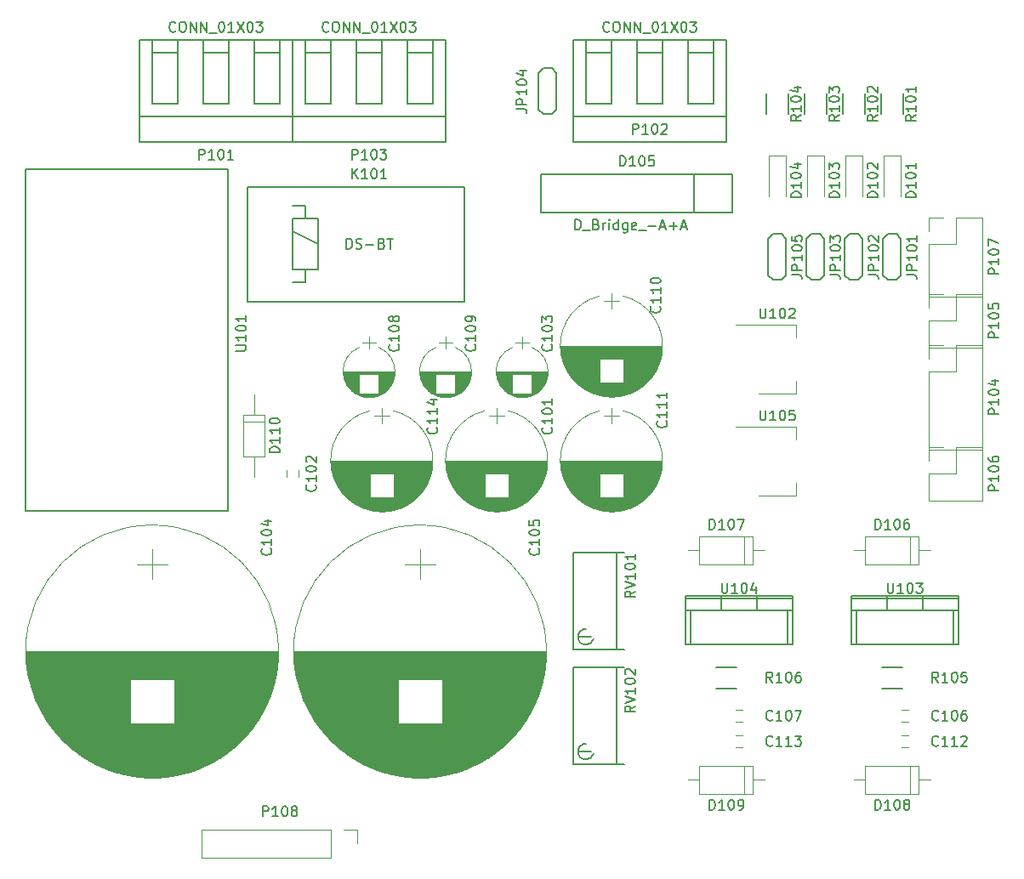
<source format=gto>
G04 #@! TF.FileFunction,Legend,Top*
%FSLAX46Y46*%
G04 Gerber Fmt 4.6, Leading zero omitted, Abs format (unit mm)*
G04 Created by KiCad (PCBNEW 4.0.4+e1-6308~48~ubuntu15.10.1-stable) date Wed Feb  8 22:58:30 2017*
%MOMM*%
%LPD*%
G01*
G04 APERTURE LIST*
%ADD10C,0.100000*%
%ADD11C,0.150000*%
%ADD12C,0.120000*%
G04 APERTURE END LIST*
D10*
D11*
X125730000Y-45720000D02*
X123190000Y-45720000D01*
X125730000Y-44450000D02*
X125730000Y-50800000D01*
X125730000Y-50800000D02*
X123825000Y-50800000D01*
X123825000Y-50800000D02*
X123190000Y-50800000D01*
X123190000Y-50800000D02*
X123190000Y-44450000D01*
X130810000Y-45720000D02*
X128270000Y-45720000D01*
X130810000Y-44450000D02*
X130810000Y-50800000D01*
X130810000Y-50800000D02*
X128270000Y-50800000D01*
X128270000Y-50800000D02*
X128270000Y-44450000D01*
X135890000Y-45720000D02*
X133350000Y-45720000D01*
X135890000Y-44450000D02*
X135890000Y-50800000D01*
X135890000Y-50800000D02*
X133350000Y-50800000D01*
X133350000Y-50800000D02*
X133350000Y-44450000D01*
X137160000Y-54610000D02*
X137160000Y-44450000D01*
X121920000Y-54610000D02*
X121920000Y-44450000D01*
X121920000Y-52070000D02*
X137160000Y-52070000D01*
X137160000Y-54610000D02*
X121920000Y-54610000D01*
X121920000Y-44450000D02*
X137160000Y-44450000D01*
D12*
X92600000Y-105330000D02*
G75*
G03X92600000Y-105330000I-12590000J0D01*
G01*
X92560000Y-105330000D02*
X67460000Y-105330000D01*
X92560000Y-105370000D02*
X67460000Y-105370000D01*
X92560000Y-105410000D02*
X67460000Y-105410000D01*
X92560000Y-105450000D02*
X67460000Y-105450000D01*
X92559000Y-105490000D02*
X67461000Y-105490000D01*
X92559000Y-105530000D02*
X67461000Y-105530000D01*
X92558000Y-105570000D02*
X67462000Y-105570000D01*
X92557000Y-105610000D02*
X67463000Y-105610000D01*
X92556000Y-105650000D02*
X67464000Y-105650000D01*
X92555000Y-105690000D02*
X67465000Y-105690000D01*
X92554000Y-105730000D02*
X67466000Y-105730000D01*
X92553000Y-105770000D02*
X67467000Y-105770000D01*
X92551000Y-105810000D02*
X67469000Y-105810000D01*
X92550000Y-105850000D02*
X67470000Y-105850000D01*
X92548000Y-105890000D02*
X67472000Y-105890000D01*
X92546000Y-105930000D02*
X67474000Y-105930000D01*
X92544000Y-105970000D02*
X67476000Y-105970000D01*
X92542000Y-106010000D02*
X67478000Y-106010000D01*
X92540000Y-106051000D02*
X67480000Y-106051000D01*
X92538000Y-106091000D02*
X67482000Y-106091000D01*
X92535000Y-106131000D02*
X67485000Y-106131000D01*
X92532000Y-106171000D02*
X67488000Y-106171000D01*
X92530000Y-106211000D02*
X67490000Y-106211000D01*
X92527000Y-106251000D02*
X67493000Y-106251000D01*
X92524000Y-106291000D02*
X67496000Y-106291000D01*
X92521000Y-106331000D02*
X67499000Y-106331000D01*
X92517000Y-106371000D02*
X67503000Y-106371000D01*
X92514000Y-106411000D02*
X67506000Y-106411000D01*
X92511000Y-106451000D02*
X67509000Y-106451000D01*
X92507000Y-106491000D02*
X67513000Y-106491000D01*
X92503000Y-106531000D02*
X67517000Y-106531000D01*
X92499000Y-106571000D02*
X67521000Y-106571000D01*
X92495000Y-106611000D02*
X67525000Y-106611000D01*
X92491000Y-106651000D02*
X67529000Y-106651000D01*
X92487000Y-106691000D02*
X67533000Y-106691000D01*
X92482000Y-106731000D02*
X67538000Y-106731000D01*
X92478000Y-106771000D02*
X67542000Y-106771000D01*
X92473000Y-106811000D02*
X67547000Y-106811000D01*
X92468000Y-106851000D02*
X67552000Y-106851000D01*
X92463000Y-106891000D02*
X67557000Y-106891000D01*
X92458000Y-106931000D02*
X67562000Y-106931000D01*
X92453000Y-106971000D02*
X67567000Y-106971000D01*
X92448000Y-107011000D02*
X67572000Y-107011000D01*
X92442000Y-107051000D02*
X67578000Y-107051000D01*
X92437000Y-107091000D02*
X67583000Y-107091000D01*
X92431000Y-107131000D02*
X67589000Y-107131000D01*
X92425000Y-107171000D02*
X67595000Y-107171000D01*
X92419000Y-107211000D02*
X67601000Y-107211000D01*
X92413000Y-107251000D02*
X67607000Y-107251000D01*
X92407000Y-107291000D02*
X67613000Y-107291000D01*
X92401000Y-107331000D02*
X67619000Y-107331000D01*
X92394000Y-107371000D02*
X67626000Y-107371000D01*
X92387000Y-107411000D02*
X67633000Y-107411000D01*
X92381000Y-107451000D02*
X67639000Y-107451000D01*
X92374000Y-107491000D02*
X67646000Y-107491000D01*
X92367000Y-107531000D02*
X67653000Y-107531000D01*
X92360000Y-107571000D02*
X67660000Y-107571000D01*
X92352000Y-107611000D02*
X67668000Y-107611000D01*
X92345000Y-107651000D02*
X67675000Y-107651000D01*
X92337000Y-107691000D02*
X67683000Y-107691000D01*
X92330000Y-107731000D02*
X67690000Y-107731000D01*
X92322000Y-107771000D02*
X67698000Y-107771000D01*
X92314000Y-107811000D02*
X67706000Y-107811000D01*
X92306000Y-107851000D02*
X67714000Y-107851000D01*
X92297000Y-107891000D02*
X67723000Y-107891000D01*
X92289000Y-107931000D02*
X67731000Y-107931000D01*
X92281000Y-107971000D02*
X67739000Y-107971000D01*
X92272000Y-108011000D02*
X67748000Y-108011000D01*
X92263000Y-108051000D02*
X67757000Y-108051000D01*
X92254000Y-108091000D02*
X67766000Y-108091000D01*
X92245000Y-108131000D02*
X67775000Y-108131000D01*
X92236000Y-108171000D02*
X82190000Y-108171000D01*
X77830000Y-108171000D02*
X67784000Y-108171000D01*
X92227000Y-108211000D02*
X82190000Y-108211000D01*
X77830000Y-108211000D02*
X67793000Y-108211000D01*
X92217000Y-108251000D02*
X82190000Y-108251000D01*
X77830000Y-108251000D02*
X67803000Y-108251000D01*
X92208000Y-108291000D02*
X82190000Y-108291000D01*
X77830000Y-108291000D02*
X67812000Y-108291000D01*
X92198000Y-108331000D02*
X82190000Y-108331000D01*
X77830000Y-108331000D02*
X67822000Y-108331000D01*
X92188000Y-108371000D02*
X82190000Y-108371000D01*
X77830000Y-108371000D02*
X67832000Y-108371000D01*
X92178000Y-108411000D02*
X82190000Y-108411000D01*
X77830000Y-108411000D02*
X67842000Y-108411000D01*
X92168000Y-108451000D02*
X82190000Y-108451000D01*
X77830000Y-108451000D02*
X67852000Y-108451000D01*
X92157000Y-108491000D02*
X82190000Y-108491000D01*
X77830000Y-108491000D02*
X67863000Y-108491000D01*
X92147000Y-108531000D02*
X82190000Y-108531000D01*
X77830000Y-108531000D02*
X67873000Y-108531000D01*
X92136000Y-108571000D02*
X82190000Y-108571000D01*
X77830000Y-108571000D02*
X67884000Y-108571000D01*
X92126000Y-108611000D02*
X82190000Y-108611000D01*
X77830000Y-108611000D02*
X67894000Y-108611000D01*
X92115000Y-108651000D02*
X82190000Y-108651000D01*
X77830000Y-108651000D02*
X67905000Y-108651000D01*
X92104000Y-108691000D02*
X82190000Y-108691000D01*
X77830000Y-108691000D02*
X67916000Y-108691000D01*
X92093000Y-108731000D02*
X82190000Y-108731000D01*
X77830000Y-108731000D02*
X67927000Y-108731000D01*
X92081000Y-108771000D02*
X82190000Y-108771000D01*
X77830000Y-108771000D02*
X67939000Y-108771000D01*
X92070000Y-108811000D02*
X82190000Y-108811000D01*
X77830000Y-108811000D02*
X67950000Y-108811000D01*
X92058000Y-108851000D02*
X82190000Y-108851000D01*
X77830000Y-108851000D02*
X67962000Y-108851000D01*
X92047000Y-108891000D02*
X82190000Y-108891000D01*
X77830000Y-108891000D02*
X67973000Y-108891000D01*
X92035000Y-108931000D02*
X82190000Y-108931000D01*
X77830000Y-108931000D02*
X67985000Y-108931000D01*
X92023000Y-108971000D02*
X82190000Y-108971000D01*
X77830000Y-108971000D02*
X67997000Y-108971000D01*
X92011000Y-109011000D02*
X82190000Y-109011000D01*
X77830000Y-109011000D02*
X68009000Y-109011000D01*
X91998000Y-109051000D02*
X82190000Y-109051000D01*
X77830000Y-109051000D02*
X68022000Y-109051000D01*
X91986000Y-109091000D02*
X82190000Y-109091000D01*
X77830000Y-109091000D02*
X68034000Y-109091000D01*
X91973000Y-109131000D02*
X82190000Y-109131000D01*
X77830000Y-109131000D02*
X68047000Y-109131000D01*
X91961000Y-109171000D02*
X82190000Y-109171000D01*
X77830000Y-109171000D02*
X68059000Y-109171000D01*
X91948000Y-109211000D02*
X82190000Y-109211000D01*
X77830000Y-109211000D02*
X68072000Y-109211000D01*
X91935000Y-109251000D02*
X82190000Y-109251000D01*
X77830000Y-109251000D02*
X68085000Y-109251000D01*
X91922000Y-109291000D02*
X82190000Y-109291000D01*
X77830000Y-109291000D02*
X68098000Y-109291000D01*
X91908000Y-109331000D02*
X82190000Y-109331000D01*
X77830000Y-109331000D02*
X68112000Y-109331000D01*
X91895000Y-109371000D02*
X82190000Y-109371000D01*
X77830000Y-109371000D02*
X68125000Y-109371000D01*
X91881000Y-109411000D02*
X82190000Y-109411000D01*
X77830000Y-109411000D02*
X68139000Y-109411000D01*
X91867000Y-109451000D02*
X82190000Y-109451000D01*
X77830000Y-109451000D02*
X68153000Y-109451000D01*
X91853000Y-109491000D02*
X82190000Y-109491000D01*
X77830000Y-109491000D02*
X68167000Y-109491000D01*
X91839000Y-109531000D02*
X82190000Y-109531000D01*
X77830000Y-109531000D02*
X68181000Y-109531000D01*
X91825000Y-109571000D02*
X82190000Y-109571000D01*
X77830000Y-109571000D02*
X68195000Y-109571000D01*
X91811000Y-109611000D02*
X82190000Y-109611000D01*
X77830000Y-109611000D02*
X68209000Y-109611000D01*
X91796000Y-109651000D02*
X82190000Y-109651000D01*
X77830000Y-109651000D02*
X68224000Y-109651000D01*
X91781000Y-109691000D02*
X82190000Y-109691000D01*
X77830000Y-109691000D02*
X68239000Y-109691000D01*
X91767000Y-109731000D02*
X82190000Y-109731000D01*
X77830000Y-109731000D02*
X68253000Y-109731000D01*
X91752000Y-109771000D02*
X82190000Y-109771000D01*
X77830000Y-109771000D02*
X68268000Y-109771000D01*
X91736000Y-109811000D02*
X82190000Y-109811000D01*
X77830000Y-109811000D02*
X68284000Y-109811000D01*
X91721000Y-109851000D02*
X82190000Y-109851000D01*
X77830000Y-109851000D02*
X68299000Y-109851000D01*
X91706000Y-109891000D02*
X82190000Y-109891000D01*
X77830000Y-109891000D02*
X68314000Y-109891000D01*
X91690000Y-109931000D02*
X82190000Y-109931000D01*
X77830000Y-109931000D02*
X68330000Y-109931000D01*
X91674000Y-109971000D02*
X82190000Y-109971000D01*
X77830000Y-109971000D02*
X68346000Y-109971000D01*
X91658000Y-110011000D02*
X82190000Y-110011000D01*
X77830000Y-110011000D02*
X68362000Y-110011000D01*
X91642000Y-110051000D02*
X82190000Y-110051000D01*
X77830000Y-110051000D02*
X68378000Y-110051000D01*
X91626000Y-110091000D02*
X82190000Y-110091000D01*
X77830000Y-110091000D02*
X68394000Y-110091000D01*
X91610000Y-110131000D02*
X82190000Y-110131000D01*
X77830000Y-110131000D02*
X68410000Y-110131000D01*
X91593000Y-110171000D02*
X82190000Y-110171000D01*
X77830000Y-110171000D02*
X68427000Y-110171000D01*
X91576000Y-110211000D02*
X82190000Y-110211000D01*
X77830000Y-110211000D02*
X68444000Y-110211000D01*
X91559000Y-110251000D02*
X82190000Y-110251000D01*
X77830000Y-110251000D02*
X68461000Y-110251000D01*
X91542000Y-110291000D02*
X82190000Y-110291000D01*
X77830000Y-110291000D02*
X68478000Y-110291000D01*
X91525000Y-110331000D02*
X82190000Y-110331000D01*
X77830000Y-110331000D02*
X68495000Y-110331000D01*
X91508000Y-110371000D02*
X82190000Y-110371000D01*
X77830000Y-110371000D02*
X68512000Y-110371000D01*
X91490000Y-110411000D02*
X82190000Y-110411000D01*
X77830000Y-110411000D02*
X68530000Y-110411000D01*
X91472000Y-110451000D02*
X82190000Y-110451000D01*
X77830000Y-110451000D02*
X68548000Y-110451000D01*
X91455000Y-110491000D02*
X82190000Y-110491000D01*
X77830000Y-110491000D02*
X68565000Y-110491000D01*
X91436000Y-110531000D02*
X82190000Y-110531000D01*
X77830000Y-110531000D02*
X68584000Y-110531000D01*
X91418000Y-110571000D02*
X82190000Y-110571000D01*
X77830000Y-110571000D02*
X68602000Y-110571000D01*
X91400000Y-110611000D02*
X82190000Y-110611000D01*
X77830000Y-110611000D02*
X68620000Y-110611000D01*
X91381000Y-110651000D02*
X82190000Y-110651000D01*
X77830000Y-110651000D02*
X68639000Y-110651000D01*
X91363000Y-110691000D02*
X82190000Y-110691000D01*
X77830000Y-110691000D02*
X68657000Y-110691000D01*
X91344000Y-110731000D02*
X82190000Y-110731000D01*
X77830000Y-110731000D02*
X68676000Y-110731000D01*
X91325000Y-110771000D02*
X82190000Y-110771000D01*
X77830000Y-110771000D02*
X68695000Y-110771000D01*
X91305000Y-110811000D02*
X82190000Y-110811000D01*
X77830000Y-110811000D02*
X68715000Y-110811000D01*
X91286000Y-110851000D02*
X82190000Y-110851000D01*
X77830000Y-110851000D02*
X68734000Y-110851000D01*
X91266000Y-110891000D02*
X82190000Y-110891000D01*
X77830000Y-110891000D02*
X68754000Y-110891000D01*
X91246000Y-110931000D02*
X82190000Y-110931000D01*
X77830000Y-110931000D02*
X68774000Y-110931000D01*
X91227000Y-110971000D02*
X82190000Y-110971000D01*
X77830000Y-110971000D02*
X68793000Y-110971000D01*
X91206000Y-111011000D02*
X82190000Y-111011000D01*
X77830000Y-111011000D02*
X68814000Y-111011000D01*
X91186000Y-111051000D02*
X82190000Y-111051000D01*
X77830000Y-111051000D02*
X68834000Y-111051000D01*
X91166000Y-111091000D02*
X82190000Y-111091000D01*
X77830000Y-111091000D02*
X68854000Y-111091000D01*
X91145000Y-111131000D02*
X82190000Y-111131000D01*
X77830000Y-111131000D02*
X68875000Y-111131000D01*
X91124000Y-111171000D02*
X82190000Y-111171000D01*
X77830000Y-111171000D02*
X68896000Y-111171000D01*
X91103000Y-111211000D02*
X82190000Y-111211000D01*
X77830000Y-111211000D02*
X68917000Y-111211000D01*
X91082000Y-111251000D02*
X82190000Y-111251000D01*
X77830000Y-111251000D02*
X68938000Y-111251000D01*
X91060000Y-111291000D02*
X82190000Y-111291000D01*
X77830000Y-111291000D02*
X68960000Y-111291000D01*
X91039000Y-111331000D02*
X82190000Y-111331000D01*
X77830000Y-111331000D02*
X68981000Y-111331000D01*
X91017000Y-111371000D02*
X82190000Y-111371000D01*
X77830000Y-111371000D02*
X69003000Y-111371000D01*
X90995000Y-111411000D02*
X82190000Y-111411000D01*
X77830000Y-111411000D02*
X69025000Y-111411000D01*
X90973000Y-111451000D02*
X82190000Y-111451000D01*
X77830000Y-111451000D02*
X69047000Y-111451000D01*
X90951000Y-111491000D02*
X82190000Y-111491000D01*
X77830000Y-111491000D02*
X69069000Y-111491000D01*
X90928000Y-111531000D02*
X82190000Y-111531000D01*
X77830000Y-111531000D02*
X69092000Y-111531000D01*
X90905000Y-111571000D02*
X82190000Y-111571000D01*
X77830000Y-111571000D02*
X69115000Y-111571000D01*
X90882000Y-111611000D02*
X82190000Y-111611000D01*
X77830000Y-111611000D02*
X69138000Y-111611000D01*
X90859000Y-111651000D02*
X82190000Y-111651000D01*
X77830000Y-111651000D02*
X69161000Y-111651000D01*
X90836000Y-111691000D02*
X82190000Y-111691000D01*
X77830000Y-111691000D02*
X69184000Y-111691000D01*
X90812000Y-111731000D02*
X82190000Y-111731000D01*
X77830000Y-111731000D02*
X69208000Y-111731000D01*
X90789000Y-111771000D02*
X82190000Y-111771000D01*
X77830000Y-111771000D02*
X69231000Y-111771000D01*
X90765000Y-111811000D02*
X82190000Y-111811000D01*
X77830000Y-111811000D02*
X69255000Y-111811000D01*
X90741000Y-111851000D02*
X82190000Y-111851000D01*
X77830000Y-111851000D02*
X69279000Y-111851000D01*
X90716000Y-111891000D02*
X82190000Y-111891000D01*
X77830000Y-111891000D02*
X69304000Y-111891000D01*
X90692000Y-111931000D02*
X82190000Y-111931000D01*
X77830000Y-111931000D02*
X69328000Y-111931000D01*
X90667000Y-111971000D02*
X82190000Y-111971000D01*
X77830000Y-111971000D02*
X69353000Y-111971000D01*
X90642000Y-112011000D02*
X82190000Y-112011000D01*
X77830000Y-112011000D02*
X69378000Y-112011000D01*
X90617000Y-112051000D02*
X82190000Y-112051000D01*
X77830000Y-112051000D02*
X69403000Y-112051000D01*
X90592000Y-112091000D02*
X82190000Y-112091000D01*
X77830000Y-112091000D02*
X69428000Y-112091000D01*
X90566000Y-112131000D02*
X82190000Y-112131000D01*
X77830000Y-112131000D02*
X69454000Y-112131000D01*
X90540000Y-112171000D02*
X82190000Y-112171000D01*
X77830000Y-112171000D02*
X69480000Y-112171000D01*
X90514000Y-112211000D02*
X82190000Y-112211000D01*
X77830000Y-112211000D02*
X69506000Y-112211000D01*
X90488000Y-112251000D02*
X82190000Y-112251000D01*
X77830000Y-112251000D02*
X69532000Y-112251000D01*
X90462000Y-112291000D02*
X82190000Y-112291000D01*
X77830000Y-112291000D02*
X69558000Y-112291000D01*
X90435000Y-112331000D02*
X82190000Y-112331000D01*
X77830000Y-112331000D02*
X69585000Y-112331000D01*
X90408000Y-112371000D02*
X82190000Y-112371000D01*
X77830000Y-112371000D02*
X69612000Y-112371000D01*
X90381000Y-112411000D02*
X82190000Y-112411000D01*
X77830000Y-112411000D02*
X69639000Y-112411000D01*
X90354000Y-112451000D02*
X82190000Y-112451000D01*
X77830000Y-112451000D02*
X69666000Y-112451000D01*
X90326000Y-112491000D02*
X82190000Y-112491000D01*
X77830000Y-112491000D02*
X69694000Y-112491000D01*
X90299000Y-112531000D02*
X69721000Y-112531000D01*
X90271000Y-112571000D02*
X69749000Y-112571000D01*
X90242000Y-112611000D02*
X69778000Y-112611000D01*
X90214000Y-112651000D02*
X69806000Y-112651000D01*
X90185000Y-112691000D02*
X69835000Y-112691000D01*
X90156000Y-112731000D02*
X69864000Y-112731000D01*
X90127000Y-112771000D02*
X69893000Y-112771000D01*
X90098000Y-112811000D02*
X69922000Y-112811000D01*
X90068000Y-112851000D02*
X69952000Y-112851000D01*
X90038000Y-112891000D02*
X69982000Y-112891000D01*
X90008000Y-112931000D02*
X70012000Y-112931000D01*
X89977000Y-112971000D02*
X70043000Y-112971000D01*
X89947000Y-113011000D02*
X70073000Y-113011000D01*
X89916000Y-113051000D02*
X70104000Y-113051000D01*
X89885000Y-113091000D02*
X70135000Y-113091000D01*
X89853000Y-113131000D02*
X70167000Y-113131000D01*
X89822000Y-113171000D02*
X70198000Y-113171000D01*
X89790000Y-113211000D02*
X70230000Y-113211000D01*
X89757000Y-113251000D02*
X70263000Y-113251000D01*
X89725000Y-113291000D02*
X70295000Y-113291000D01*
X89692000Y-113331000D02*
X70328000Y-113331000D01*
X89659000Y-113371000D02*
X70361000Y-113371000D01*
X89626000Y-113411000D02*
X70394000Y-113411000D01*
X89592000Y-113451000D02*
X70428000Y-113451000D01*
X89558000Y-113491000D02*
X70462000Y-113491000D01*
X89524000Y-113530000D02*
X70496000Y-113530000D01*
X89489000Y-113570000D02*
X70531000Y-113570000D01*
X89455000Y-113610000D02*
X70565000Y-113610000D01*
X89420000Y-113650000D02*
X70600000Y-113650000D01*
X89384000Y-113690000D02*
X70636000Y-113690000D01*
X89349000Y-113730000D02*
X70671000Y-113730000D01*
X89313000Y-113770000D02*
X70707000Y-113770000D01*
X89276000Y-113810000D02*
X70744000Y-113810000D01*
X89240000Y-113850000D02*
X70780000Y-113850000D01*
X89203000Y-113890000D02*
X70817000Y-113890000D01*
X89166000Y-113930000D02*
X70854000Y-113930000D01*
X89128000Y-113970000D02*
X70892000Y-113970000D01*
X89090000Y-114010000D02*
X70930000Y-114010000D01*
X89052000Y-114050000D02*
X70968000Y-114050000D01*
X89013000Y-114090000D02*
X71007000Y-114090000D01*
X88974000Y-114130000D02*
X71046000Y-114130000D01*
X88935000Y-114170000D02*
X71085000Y-114170000D01*
X88895000Y-114210000D02*
X71125000Y-114210000D01*
X88855000Y-114250000D02*
X71165000Y-114250000D01*
X88815000Y-114290000D02*
X71205000Y-114290000D01*
X88774000Y-114330000D02*
X71246000Y-114330000D01*
X88733000Y-114370000D02*
X71287000Y-114370000D01*
X88692000Y-114410000D02*
X71328000Y-114410000D01*
X88650000Y-114450000D02*
X71370000Y-114450000D01*
X88608000Y-114490000D02*
X71412000Y-114490000D01*
X88565000Y-114530000D02*
X71455000Y-114530000D01*
X88522000Y-114570000D02*
X71498000Y-114570000D01*
X88479000Y-114610000D02*
X71541000Y-114610000D01*
X88435000Y-114650000D02*
X71585000Y-114650000D01*
X88391000Y-114690000D02*
X71629000Y-114690000D01*
X88346000Y-114730000D02*
X71674000Y-114730000D01*
X88301000Y-114770000D02*
X71719000Y-114770000D01*
X88255000Y-114810000D02*
X71765000Y-114810000D01*
X88209000Y-114850000D02*
X71811000Y-114850000D01*
X88163000Y-114890000D02*
X71857000Y-114890000D01*
X88116000Y-114930000D02*
X71904000Y-114930000D01*
X88069000Y-114970000D02*
X71951000Y-114970000D01*
X88021000Y-115010000D02*
X71999000Y-115010000D01*
X87972000Y-115050000D02*
X72048000Y-115050000D01*
X87924000Y-115090000D02*
X72096000Y-115090000D01*
X87874000Y-115130000D02*
X72146000Y-115130000D01*
X87824000Y-115170000D02*
X72196000Y-115170000D01*
X87774000Y-115210000D02*
X72246000Y-115210000D01*
X87723000Y-115250000D02*
X72297000Y-115250000D01*
X87672000Y-115290000D02*
X72348000Y-115290000D01*
X87620000Y-115330000D02*
X72400000Y-115330000D01*
X87567000Y-115370000D02*
X72453000Y-115370000D01*
X87514000Y-115410000D02*
X72506000Y-115410000D01*
X87460000Y-115450000D02*
X72560000Y-115450000D01*
X87406000Y-115490000D02*
X72614000Y-115490000D01*
X87351000Y-115530000D02*
X72669000Y-115530000D01*
X87295000Y-115570000D02*
X72725000Y-115570000D01*
X87239000Y-115610000D02*
X72781000Y-115610000D01*
X87182000Y-115650000D02*
X72838000Y-115650000D01*
X87124000Y-115690000D02*
X72896000Y-115690000D01*
X87066000Y-115730000D02*
X72954000Y-115730000D01*
X87007000Y-115770000D02*
X73013000Y-115770000D01*
X86947000Y-115810000D02*
X73073000Y-115810000D01*
X86887000Y-115850000D02*
X73133000Y-115850000D01*
X86826000Y-115890000D02*
X73194000Y-115890000D01*
X86764000Y-115930000D02*
X73256000Y-115930000D01*
X86701000Y-115970000D02*
X73319000Y-115970000D01*
X86637000Y-116010000D02*
X73383000Y-116010000D01*
X86573000Y-116050000D02*
X73447000Y-116050000D01*
X86507000Y-116090000D02*
X73513000Y-116090000D01*
X86441000Y-116130000D02*
X73579000Y-116130000D01*
X86374000Y-116170000D02*
X73646000Y-116170000D01*
X86306000Y-116210000D02*
X73714000Y-116210000D01*
X86236000Y-116250000D02*
X73784000Y-116250000D01*
X86166000Y-116290000D02*
X73854000Y-116290000D01*
X86095000Y-116330000D02*
X73925000Y-116330000D01*
X86022000Y-116370000D02*
X73998000Y-116370000D01*
X85949000Y-116410000D02*
X74071000Y-116410000D01*
X85874000Y-116450000D02*
X74146000Y-116450000D01*
X85798000Y-116490000D02*
X74222000Y-116490000D01*
X85721000Y-116530000D02*
X74299000Y-116530000D01*
X85642000Y-116570000D02*
X74378000Y-116570000D01*
X85562000Y-116610000D02*
X74458000Y-116610000D01*
X85481000Y-116650000D02*
X74539000Y-116650000D01*
X85398000Y-116690000D02*
X74622000Y-116690000D01*
X85314000Y-116730000D02*
X74706000Y-116730000D01*
X85227000Y-116770000D02*
X74793000Y-116770000D01*
X85139000Y-116810000D02*
X74881000Y-116810000D01*
X85050000Y-116850000D02*
X74970000Y-116850000D01*
X84958000Y-116890000D02*
X75062000Y-116890000D01*
X84864000Y-116930000D02*
X75156000Y-116930000D01*
X84768000Y-116970000D02*
X75252000Y-116970000D01*
X84670000Y-117010000D02*
X75350000Y-117010000D01*
X84569000Y-117050000D02*
X75451000Y-117050000D01*
X84466000Y-117090000D02*
X75554000Y-117090000D01*
X84360000Y-117130000D02*
X75660000Y-117130000D01*
X84251000Y-117170000D02*
X75769000Y-117170000D01*
X84139000Y-117210000D02*
X75881000Y-117210000D01*
X84023000Y-117250000D02*
X75997000Y-117250000D01*
X83903000Y-117290000D02*
X76117000Y-117290000D01*
X83779000Y-117330000D02*
X76241000Y-117330000D01*
X83651000Y-117370000D02*
X76369000Y-117370000D01*
X83518000Y-117410000D02*
X76502000Y-117410000D01*
X83378000Y-117450000D02*
X76642000Y-117450000D01*
X83233000Y-117490000D02*
X76787000Y-117490000D01*
X83080000Y-117530000D02*
X76940000Y-117530000D01*
X82918000Y-117570000D02*
X77102000Y-117570000D01*
X82747000Y-117610000D02*
X77273000Y-117610000D01*
X82564000Y-117650000D02*
X77456000Y-117650000D01*
X82366000Y-117690000D02*
X77654000Y-117690000D01*
X82150000Y-117730000D02*
X77870000Y-117730000D01*
X81908000Y-117770000D02*
X78112000Y-117770000D01*
X81631000Y-117810000D02*
X78389000Y-117810000D01*
X81296000Y-117850000D02*
X78724000Y-117850000D01*
X80839000Y-117890000D02*
X79181000Y-117890000D01*
X80010000Y-95130000D02*
X80010000Y-98130000D01*
X81510000Y-96630000D02*
X78510000Y-96630000D01*
X119270000Y-105330000D02*
G75*
G03X119270000Y-105330000I-12590000J0D01*
G01*
X119230000Y-105330000D02*
X94130000Y-105330000D01*
X119230000Y-105370000D02*
X94130000Y-105370000D01*
X119230000Y-105410000D02*
X94130000Y-105410000D01*
X119230000Y-105450000D02*
X94130000Y-105450000D01*
X119229000Y-105490000D02*
X94131000Y-105490000D01*
X119229000Y-105530000D02*
X94131000Y-105530000D01*
X119228000Y-105570000D02*
X94132000Y-105570000D01*
X119227000Y-105610000D02*
X94133000Y-105610000D01*
X119226000Y-105650000D02*
X94134000Y-105650000D01*
X119225000Y-105690000D02*
X94135000Y-105690000D01*
X119224000Y-105730000D02*
X94136000Y-105730000D01*
X119223000Y-105770000D02*
X94137000Y-105770000D01*
X119221000Y-105810000D02*
X94139000Y-105810000D01*
X119220000Y-105850000D02*
X94140000Y-105850000D01*
X119218000Y-105890000D02*
X94142000Y-105890000D01*
X119216000Y-105930000D02*
X94144000Y-105930000D01*
X119214000Y-105970000D02*
X94146000Y-105970000D01*
X119212000Y-106010000D02*
X94148000Y-106010000D01*
X119210000Y-106051000D02*
X94150000Y-106051000D01*
X119208000Y-106091000D02*
X94152000Y-106091000D01*
X119205000Y-106131000D02*
X94155000Y-106131000D01*
X119202000Y-106171000D02*
X94158000Y-106171000D01*
X119200000Y-106211000D02*
X94160000Y-106211000D01*
X119197000Y-106251000D02*
X94163000Y-106251000D01*
X119194000Y-106291000D02*
X94166000Y-106291000D01*
X119191000Y-106331000D02*
X94169000Y-106331000D01*
X119187000Y-106371000D02*
X94173000Y-106371000D01*
X119184000Y-106411000D02*
X94176000Y-106411000D01*
X119181000Y-106451000D02*
X94179000Y-106451000D01*
X119177000Y-106491000D02*
X94183000Y-106491000D01*
X119173000Y-106531000D02*
X94187000Y-106531000D01*
X119169000Y-106571000D02*
X94191000Y-106571000D01*
X119165000Y-106611000D02*
X94195000Y-106611000D01*
X119161000Y-106651000D02*
X94199000Y-106651000D01*
X119157000Y-106691000D02*
X94203000Y-106691000D01*
X119152000Y-106731000D02*
X94208000Y-106731000D01*
X119148000Y-106771000D02*
X94212000Y-106771000D01*
X119143000Y-106811000D02*
X94217000Y-106811000D01*
X119138000Y-106851000D02*
X94222000Y-106851000D01*
X119133000Y-106891000D02*
X94227000Y-106891000D01*
X119128000Y-106931000D02*
X94232000Y-106931000D01*
X119123000Y-106971000D02*
X94237000Y-106971000D01*
X119118000Y-107011000D02*
X94242000Y-107011000D01*
X119112000Y-107051000D02*
X94248000Y-107051000D01*
X119107000Y-107091000D02*
X94253000Y-107091000D01*
X119101000Y-107131000D02*
X94259000Y-107131000D01*
X119095000Y-107171000D02*
X94265000Y-107171000D01*
X119089000Y-107211000D02*
X94271000Y-107211000D01*
X119083000Y-107251000D02*
X94277000Y-107251000D01*
X119077000Y-107291000D02*
X94283000Y-107291000D01*
X119071000Y-107331000D02*
X94289000Y-107331000D01*
X119064000Y-107371000D02*
X94296000Y-107371000D01*
X119057000Y-107411000D02*
X94303000Y-107411000D01*
X119051000Y-107451000D02*
X94309000Y-107451000D01*
X119044000Y-107491000D02*
X94316000Y-107491000D01*
X119037000Y-107531000D02*
X94323000Y-107531000D01*
X119030000Y-107571000D02*
X94330000Y-107571000D01*
X119022000Y-107611000D02*
X94338000Y-107611000D01*
X119015000Y-107651000D02*
X94345000Y-107651000D01*
X119007000Y-107691000D02*
X94353000Y-107691000D01*
X119000000Y-107731000D02*
X94360000Y-107731000D01*
X118992000Y-107771000D02*
X94368000Y-107771000D01*
X118984000Y-107811000D02*
X94376000Y-107811000D01*
X118976000Y-107851000D02*
X94384000Y-107851000D01*
X118967000Y-107891000D02*
X94393000Y-107891000D01*
X118959000Y-107931000D02*
X94401000Y-107931000D01*
X118951000Y-107971000D02*
X94409000Y-107971000D01*
X118942000Y-108011000D02*
X94418000Y-108011000D01*
X118933000Y-108051000D02*
X94427000Y-108051000D01*
X118924000Y-108091000D02*
X94436000Y-108091000D01*
X118915000Y-108131000D02*
X94445000Y-108131000D01*
X118906000Y-108171000D02*
X108860000Y-108171000D01*
X104500000Y-108171000D02*
X94454000Y-108171000D01*
X118897000Y-108211000D02*
X108860000Y-108211000D01*
X104500000Y-108211000D02*
X94463000Y-108211000D01*
X118887000Y-108251000D02*
X108860000Y-108251000D01*
X104500000Y-108251000D02*
X94473000Y-108251000D01*
X118878000Y-108291000D02*
X108860000Y-108291000D01*
X104500000Y-108291000D02*
X94482000Y-108291000D01*
X118868000Y-108331000D02*
X108860000Y-108331000D01*
X104500000Y-108331000D02*
X94492000Y-108331000D01*
X118858000Y-108371000D02*
X108860000Y-108371000D01*
X104500000Y-108371000D02*
X94502000Y-108371000D01*
X118848000Y-108411000D02*
X108860000Y-108411000D01*
X104500000Y-108411000D02*
X94512000Y-108411000D01*
X118838000Y-108451000D02*
X108860000Y-108451000D01*
X104500000Y-108451000D02*
X94522000Y-108451000D01*
X118827000Y-108491000D02*
X108860000Y-108491000D01*
X104500000Y-108491000D02*
X94533000Y-108491000D01*
X118817000Y-108531000D02*
X108860000Y-108531000D01*
X104500000Y-108531000D02*
X94543000Y-108531000D01*
X118806000Y-108571000D02*
X108860000Y-108571000D01*
X104500000Y-108571000D02*
X94554000Y-108571000D01*
X118796000Y-108611000D02*
X108860000Y-108611000D01*
X104500000Y-108611000D02*
X94564000Y-108611000D01*
X118785000Y-108651000D02*
X108860000Y-108651000D01*
X104500000Y-108651000D02*
X94575000Y-108651000D01*
X118774000Y-108691000D02*
X108860000Y-108691000D01*
X104500000Y-108691000D02*
X94586000Y-108691000D01*
X118763000Y-108731000D02*
X108860000Y-108731000D01*
X104500000Y-108731000D02*
X94597000Y-108731000D01*
X118751000Y-108771000D02*
X108860000Y-108771000D01*
X104500000Y-108771000D02*
X94609000Y-108771000D01*
X118740000Y-108811000D02*
X108860000Y-108811000D01*
X104500000Y-108811000D02*
X94620000Y-108811000D01*
X118728000Y-108851000D02*
X108860000Y-108851000D01*
X104500000Y-108851000D02*
X94632000Y-108851000D01*
X118717000Y-108891000D02*
X108860000Y-108891000D01*
X104500000Y-108891000D02*
X94643000Y-108891000D01*
X118705000Y-108931000D02*
X108860000Y-108931000D01*
X104500000Y-108931000D02*
X94655000Y-108931000D01*
X118693000Y-108971000D02*
X108860000Y-108971000D01*
X104500000Y-108971000D02*
X94667000Y-108971000D01*
X118681000Y-109011000D02*
X108860000Y-109011000D01*
X104500000Y-109011000D02*
X94679000Y-109011000D01*
X118668000Y-109051000D02*
X108860000Y-109051000D01*
X104500000Y-109051000D02*
X94692000Y-109051000D01*
X118656000Y-109091000D02*
X108860000Y-109091000D01*
X104500000Y-109091000D02*
X94704000Y-109091000D01*
X118643000Y-109131000D02*
X108860000Y-109131000D01*
X104500000Y-109131000D02*
X94717000Y-109131000D01*
X118631000Y-109171000D02*
X108860000Y-109171000D01*
X104500000Y-109171000D02*
X94729000Y-109171000D01*
X118618000Y-109211000D02*
X108860000Y-109211000D01*
X104500000Y-109211000D02*
X94742000Y-109211000D01*
X118605000Y-109251000D02*
X108860000Y-109251000D01*
X104500000Y-109251000D02*
X94755000Y-109251000D01*
X118592000Y-109291000D02*
X108860000Y-109291000D01*
X104500000Y-109291000D02*
X94768000Y-109291000D01*
X118578000Y-109331000D02*
X108860000Y-109331000D01*
X104500000Y-109331000D02*
X94782000Y-109331000D01*
X118565000Y-109371000D02*
X108860000Y-109371000D01*
X104500000Y-109371000D02*
X94795000Y-109371000D01*
X118551000Y-109411000D02*
X108860000Y-109411000D01*
X104500000Y-109411000D02*
X94809000Y-109411000D01*
X118537000Y-109451000D02*
X108860000Y-109451000D01*
X104500000Y-109451000D02*
X94823000Y-109451000D01*
X118523000Y-109491000D02*
X108860000Y-109491000D01*
X104500000Y-109491000D02*
X94837000Y-109491000D01*
X118509000Y-109531000D02*
X108860000Y-109531000D01*
X104500000Y-109531000D02*
X94851000Y-109531000D01*
X118495000Y-109571000D02*
X108860000Y-109571000D01*
X104500000Y-109571000D02*
X94865000Y-109571000D01*
X118481000Y-109611000D02*
X108860000Y-109611000D01*
X104500000Y-109611000D02*
X94879000Y-109611000D01*
X118466000Y-109651000D02*
X108860000Y-109651000D01*
X104500000Y-109651000D02*
X94894000Y-109651000D01*
X118451000Y-109691000D02*
X108860000Y-109691000D01*
X104500000Y-109691000D02*
X94909000Y-109691000D01*
X118437000Y-109731000D02*
X108860000Y-109731000D01*
X104500000Y-109731000D02*
X94923000Y-109731000D01*
X118422000Y-109771000D02*
X108860000Y-109771000D01*
X104500000Y-109771000D02*
X94938000Y-109771000D01*
X118406000Y-109811000D02*
X108860000Y-109811000D01*
X104500000Y-109811000D02*
X94954000Y-109811000D01*
X118391000Y-109851000D02*
X108860000Y-109851000D01*
X104500000Y-109851000D02*
X94969000Y-109851000D01*
X118376000Y-109891000D02*
X108860000Y-109891000D01*
X104500000Y-109891000D02*
X94984000Y-109891000D01*
X118360000Y-109931000D02*
X108860000Y-109931000D01*
X104500000Y-109931000D02*
X95000000Y-109931000D01*
X118344000Y-109971000D02*
X108860000Y-109971000D01*
X104500000Y-109971000D02*
X95016000Y-109971000D01*
X118328000Y-110011000D02*
X108860000Y-110011000D01*
X104500000Y-110011000D02*
X95032000Y-110011000D01*
X118312000Y-110051000D02*
X108860000Y-110051000D01*
X104500000Y-110051000D02*
X95048000Y-110051000D01*
X118296000Y-110091000D02*
X108860000Y-110091000D01*
X104500000Y-110091000D02*
X95064000Y-110091000D01*
X118280000Y-110131000D02*
X108860000Y-110131000D01*
X104500000Y-110131000D02*
X95080000Y-110131000D01*
X118263000Y-110171000D02*
X108860000Y-110171000D01*
X104500000Y-110171000D02*
X95097000Y-110171000D01*
X118246000Y-110211000D02*
X108860000Y-110211000D01*
X104500000Y-110211000D02*
X95114000Y-110211000D01*
X118229000Y-110251000D02*
X108860000Y-110251000D01*
X104500000Y-110251000D02*
X95131000Y-110251000D01*
X118212000Y-110291000D02*
X108860000Y-110291000D01*
X104500000Y-110291000D02*
X95148000Y-110291000D01*
X118195000Y-110331000D02*
X108860000Y-110331000D01*
X104500000Y-110331000D02*
X95165000Y-110331000D01*
X118178000Y-110371000D02*
X108860000Y-110371000D01*
X104500000Y-110371000D02*
X95182000Y-110371000D01*
X118160000Y-110411000D02*
X108860000Y-110411000D01*
X104500000Y-110411000D02*
X95200000Y-110411000D01*
X118142000Y-110451000D02*
X108860000Y-110451000D01*
X104500000Y-110451000D02*
X95218000Y-110451000D01*
X118125000Y-110491000D02*
X108860000Y-110491000D01*
X104500000Y-110491000D02*
X95235000Y-110491000D01*
X118106000Y-110531000D02*
X108860000Y-110531000D01*
X104500000Y-110531000D02*
X95254000Y-110531000D01*
X118088000Y-110571000D02*
X108860000Y-110571000D01*
X104500000Y-110571000D02*
X95272000Y-110571000D01*
X118070000Y-110611000D02*
X108860000Y-110611000D01*
X104500000Y-110611000D02*
X95290000Y-110611000D01*
X118051000Y-110651000D02*
X108860000Y-110651000D01*
X104500000Y-110651000D02*
X95309000Y-110651000D01*
X118033000Y-110691000D02*
X108860000Y-110691000D01*
X104500000Y-110691000D02*
X95327000Y-110691000D01*
X118014000Y-110731000D02*
X108860000Y-110731000D01*
X104500000Y-110731000D02*
X95346000Y-110731000D01*
X117995000Y-110771000D02*
X108860000Y-110771000D01*
X104500000Y-110771000D02*
X95365000Y-110771000D01*
X117975000Y-110811000D02*
X108860000Y-110811000D01*
X104500000Y-110811000D02*
X95385000Y-110811000D01*
X117956000Y-110851000D02*
X108860000Y-110851000D01*
X104500000Y-110851000D02*
X95404000Y-110851000D01*
X117936000Y-110891000D02*
X108860000Y-110891000D01*
X104500000Y-110891000D02*
X95424000Y-110891000D01*
X117916000Y-110931000D02*
X108860000Y-110931000D01*
X104500000Y-110931000D02*
X95444000Y-110931000D01*
X117897000Y-110971000D02*
X108860000Y-110971000D01*
X104500000Y-110971000D02*
X95463000Y-110971000D01*
X117876000Y-111011000D02*
X108860000Y-111011000D01*
X104500000Y-111011000D02*
X95484000Y-111011000D01*
X117856000Y-111051000D02*
X108860000Y-111051000D01*
X104500000Y-111051000D02*
X95504000Y-111051000D01*
X117836000Y-111091000D02*
X108860000Y-111091000D01*
X104500000Y-111091000D02*
X95524000Y-111091000D01*
X117815000Y-111131000D02*
X108860000Y-111131000D01*
X104500000Y-111131000D02*
X95545000Y-111131000D01*
X117794000Y-111171000D02*
X108860000Y-111171000D01*
X104500000Y-111171000D02*
X95566000Y-111171000D01*
X117773000Y-111211000D02*
X108860000Y-111211000D01*
X104500000Y-111211000D02*
X95587000Y-111211000D01*
X117752000Y-111251000D02*
X108860000Y-111251000D01*
X104500000Y-111251000D02*
X95608000Y-111251000D01*
X117730000Y-111291000D02*
X108860000Y-111291000D01*
X104500000Y-111291000D02*
X95630000Y-111291000D01*
X117709000Y-111331000D02*
X108860000Y-111331000D01*
X104500000Y-111331000D02*
X95651000Y-111331000D01*
X117687000Y-111371000D02*
X108860000Y-111371000D01*
X104500000Y-111371000D02*
X95673000Y-111371000D01*
X117665000Y-111411000D02*
X108860000Y-111411000D01*
X104500000Y-111411000D02*
X95695000Y-111411000D01*
X117643000Y-111451000D02*
X108860000Y-111451000D01*
X104500000Y-111451000D02*
X95717000Y-111451000D01*
X117621000Y-111491000D02*
X108860000Y-111491000D01*
X104500000Y-111491000D02*
X95739000Y-111491000D01*
X117598000Y-111531000D02*
X108860000Y-111531000D01*
X104500000Y-111531000D02*
X95762000Y-111531000D01*
X117575000Y-111571000D02*
X108860000Y-111571000D01*
X104500000Y-111571000D02*
X95785000Y-111571000D01*
X117552000Y-111611000D02*
X108860000Y-111611000D01*
X104500000Y-111611000D02*
X95808000Y-111611000D01*
X117529000Y-111651000D02*
X108860000Y-111651000D01*
X104500000Y-111651000D02*
X95831000Y-111651000D01*
X117506000Y-111691000D02*
X108860000Y-111691000D01*
X104500000Y-111691000D02*
X95854000Y-111691000D01*
X117482000Y-111731000D02*
X108860000Y-111731000D01*
X104500000Y-111731000D02*
X95878000Y-111731000D01*
X117459000Y-111771000D02*
X108860000Y-111771000D01*
X104500000Y-111771000D02*
X95901000Y-111771000D01*
X117435000Y-111811000D02*
X108860000Y-111811000D01*
X104500000Y-111811000D02*
X95925000Y-111811000D01*
X117411000Y-111851000D02*
X108860000Y-111851000D01*
X104500000Y-111851000D02*
X95949000Y-111851000D01*
X117386000Y-111891000D02*
X108860000Y-111891000D01*
X104500000Y-111891000D02*
X95974000Y-111891000D01*
X117362000Y-111931000D02*
X108860000Y-111931000D01*
X104500000Y-111931000D02*
X95998000Y-111931000D01*
X117337000Y-111971000D02*
X108860000Y-111971000D01*
X104500000Y-111971000D02*
X96023000Y-111971000D01*
X117312000Y-112011000D02*
X108860000Y-112011000D01*
X104500000Y-112011000D02*
X96048000Y-112011000D01*
X117287000Y-112051000D02*
X108860000Y-112051000D01*
X104500000Y-112051000D02*
X96073000Y-112051000D01*
X117262000Y-112091000D02*
X108860000Y-112091000D01*
X104500000Y-112091000D02*
X96098000Y-112091000D01*
X117236000Y-112131000D02*
X108860000Y-112131000D01*
X104500000Y-112131000D02*
X96124000Y-112131000D01*
X117210000Y-112171000D02*
X108860000Y-112171000D01*
X104500000Y-112171000D02*
X96150000Y-112171000D01*
X117184000Y-112211000D02*
X108860000Y-112211000D01*
X104500000Y-112211000D02*
X96176000Y-112211000D01*
X117158000Y-112251000D02*
X108860000Y-112251000D01*
X104500000Y-112251000D02*
X96202000Y-112251000D01*
X117132000Y-112291000D02*
X108860000Y-112291000D01*
X104500000Y-112291000D02*
X96228000Y-112291000D01*
X117105000Y-112331000D02*
X108860000Y-112331000D01*
X104500000Y-112331000D02*
X96255000Y-112331000D01*
X117078000Y-112371000D02*
X108860000Y-112371000D01*
X104500000Y-112371000D02*
X96282000Y-112371000D01*
X117051000Y-112411000D02*
X108860000Y-112411000D01*
X104500000Y-112411000D02*
X96309000Y-112411000D01*
X117024000Y-112451000D02*
X108860000Y-112451000D01*
X104500000Y-112451000D02*
X96336000Y-112451000D01*
X116996000Y-112491000D02*
X108860000Y-112491000D01*
X104500000Y-112491000D02*
X96364000Y-112491000D01*
X116969000Y-112531000D02*
X96391000Y-112531000D01*
X116941000Y-112571000D02*
X96419000Y-112571000D01*
X116912000Y-112611000D02*
X96448000Y-112611000D01*
X116884000Y-112651000D02*
X96476000Y-112651000D01*
X116855000Y-112691000D02*
X96505000Y-112691000D01*
X116826000Y-112731000D02*
X96534000Y-112731000D01*
X116797000Y-112771000D02*
X96563000Y-112771000D01*
X116768000Y-112811000D02*
X96592000Y-112811000D01*
X116738000Y-112851000D02*
X96622000Y-112851000D01*
X116708000Y-112891000D02*
X96652000Y-112891000D01*
X116678000Y-112931000D02*
X96682000Y-112931000D01*
X116647000Y-112971000D02*
X96713000Y-112971000D01*
X116617000Y-113011000D02*
X96743000Y-113011000D01*
X116586000Y-113051000D02*
X96774000Y-113051000D01*
X116555000Y-113091000D02*
X96805000Y-113091000D01*
X116523000Y-113131000D02*
X96837000Y-113131000D01*
X116492000Y-113171000D02*
X96868000Y-113171000D01*
X116460000Y-113211000D02*
X96900000Y-113211000D01*
X116427000Y-113251000D02*
X96933000Y-113251000D01*
X116395000Y-113291000D02*
X96965000Y-113291000D01*
X116362000Y-113331000D02*
X96998000Y-113331000D01*
X116329000Y-113371000D02*
X97031000Y-113371000D01*
X116296000Y-113411000D02*
X97064000Y-113411000D01*
X116262000Y-113451000D02*
X97098000Y-113451000D01*
X116228000Y-113491000D02*
X97132000Y-113491000D01*
X116194000Y-113530000D02*
X97166000Y-113530000D01*
X116159000Y-113570000D02*
X97201000Y-113570000D01*
X116125000Y-113610000D02*
X97235000Y-113610000D01*
X116090000Y-113650000D02*
X97270000Y-113650000D01*
X116054000Y-113690000D02*
X97306000Y-113690000D01*
X116019000Y-113730000D02*
X97341000Y-113730000D01*
X115983000Y-113770000D02*
X97377000Y-113770000D01*
X115946000Y-113810000D02*
X97414000Y-113810000D01*
X115910000Y-113850000D02*
X97450000Y-113850000D01*
X115873000Y-113890000D02*
X97487000Y-113890000D01*
X115836000Y-113930000D02*
X97524000Y-113930000D01*
X115798000Y-113970000D02*
X97562000Y-113970000D01*
X115760000Y-114010000D02*
X97600000Y-114010000D01*
X115722000Y-114050000D02*
X97638000Y-114050000D01*
X115683000Y-114090000D02*
X97677000Y-114090000D01*
X115644000Y-114130000D02*
X97716000Y-114130000D01*
X115605000Y-114170000D02*
X97755000Y-114170000D01*
X115565000Y-114210000D02*
X97795000Y-114210000D01*
X115525000Y-114250000D02*
X97835000Y-114250000D01*
X115485000Y-114290000D02*
X97875000Y-114290000D01*
X115444000Y-114330000D02*
X97916000Y-114330000D01*
X115403000Y-114370000D02*
X97957000Y-114370000D01*
X115362000Y-114410000D02*
X97998000Y-114410000D01*
X115320000Y-114450000D02*
X98040000Y-114450000D01*
X115278000Y-114490000D02*
X98082000Y-114490000D01*
X115235000Y-114530000D02*
X98125000Y-114530000D01*
X115192000Y-114570000D02*
X98168000Y-114570000D01*
X115149000Y-114610000D02*
X98211000Y-114610000D01*
X115105000Y-114650000D02*
X98255000Y-114650000D01*
X115061000Y-114690000D02*
X98299000Y-114690000D01*
X115016000Y-114730000D02*
X98344000Y-114730000D01*
X114971000Y-114770000D02*
X98389000Y-114770000D01*
X114925000Y-114810000D02*
X98435000Y-114810000D01*
X114879000Y-114850000D02*
X98481000Y-114850000D01*
X114833000Y-114890000D02*
X98527000Y-114890000D01*
X114786000Y-114930000D02*
X98574000Y-114930000D01*
X114739000Y-114970000D02*
X98621000Y-114970000D01*
X114691000Y-115010000D02*
X98669000Y-115010000D01*
X114642000Y-115050000D02*
X98718000Y-115050000D01*
X114594000Y-115090000D02*
X98766000Y-115090000D01*
X114544000Y-115130000D02*
X98816000Y-115130000D01*
X114494000Y-115170000D02*
X98866000Y-115170000D01*
X114444000Y-115210000D02*
X98916000Y-115210000D01*
X114393000Y-115250000D02*
X98967000Y-115250000D01*
X114342000Y-115290000D02*
X99018000Y-115290000D01*
X114290000Y-115330000D02*
X99070000Y-115330000D01*
X114237000Y-115370000D02*
X99123000Y-115370000D01*
X114184000Y-115410000D02*
X99176000Y-115410000D01*
X114130000Y-115450000D02*
X99230000Y-115450000D01*
X114076000Y-115490000D02*
X99284000Y-115490000D01*
X114021000Y-115530000D02*
X99339000Y-115530000D01*
X113965000Y-115570000D02*
X99395000Y-115570000D01*
X113909000Y-115610000D02*
X99451000Y-115610000D01*
X113852000Y-115650000D02*
X99508000Y-115650000D01*
X113794000Y-115690000D02*
X99566000Y-115690000D01*
X113736000Y-115730000D02*
X99624000Y-115730000D01*
X113677000Y-115770000D02*
X99683000Y-115770000D01*
X113617000Y-115810000D02*
X99743000Y-115810000D01*
X113557000Y-115850000D02*
X99803000Y-115850000D01*
X113496000Y-115890000D02*
X99864000Y-115890000D01*
X113434000Y-115930000D02*
X99926000Y-115930000D01*
X113371000Y-115970000D02*
X99989000Y-115970000D01*
X113307000Y-116010000D02*
X100053000Y-116010000D01*
X113243000Y-116050000D02*
X100117000Y-116050000D01*
X113177000Y-116090000D02*
X100183000Y-116090000D01*
X113111000Y-116130000D02*
X100249000Y-116130000D01*
X113044000Y-116170000D02*
X100316000Y-116170000D01*
X112976000Y-116210000D02*
X100384000Y-116210000D01*
X112906000Y-116250000D02*
X100454000Y-116250000D01*
X112836000Y-116290000D02*
X100524000Y-116290000D01*
X112765000Y-116330000D02*
X100595000Y-116330000D01*
X112692000Y-116370000D02*
X100668000Y-116370000D01*
X112619000Y-116410000D02*
X100741000Y-116410000D01*
X112544000Y-116450000D02*
X100816000Y-116450000D01*
X112468000Y-116490000D02*
X100892000Y-116490000D01*
X112391000Y-116530000D02*
X100969000Y-116530000D01*
X112312000Y-116570000D02*
X101048000Y-116570000D01*
X112232000Y-116610000D02*
X101128000Y-116610000D01*
X112151000Y-116650000D02*
X101209000Y-116650000D01*
X112068000Y-116690000D02*
X101292000Y-116690000D01*
X111984000Y-116730000D02*
X101376000Y-116730000D01*
X111897000Y-116770000D02*
X101463000Y-116770000D01*
X111809000Y-116810000D02*
X101551000Y-116810000D01*
X111720000Y-116850000D02*
X101640000Y-116850000D01*
X111628000Y-116890000D02*
X101732000Y-116890000D01*
X111534000Y-116930000D02*
X101826000Y-116930000D01*
X111438000Y-116970000D02*
X101922000Y-116970000D01*
X111340000Y-117010000D02*
X102020000Y-117010000D01*
X111239000Y-117050000D02*
X102121000Y-117050000D01*
X111136000Y-117090000D02*
X102224000Y-117090000D01*
X111030000Y-117130000D02*
X102330000Y-117130000D01*
X110921000Y-117170000D02*
X102439000Y-117170000D01*
X110809000Y-117210000D02*
X102551000Y-117210000D01*
X110693000Y-117250000D02*
X102667000Y-117250000D01*
X110573000Y-117290000D02*
X102787000Y-117290000D01*
X110449000Y-117330000D02*
X102911000Y-117330000D01*
X110321000Y-117370000D02*
X103039000Y-117370000D01*
X110188000Y-117410000D02*
X103172000Y-117410000D01*
X110048000Y-117450000D02*
X103312000Y-117450000D01*
X109903000Y-117490000D02*
X103457000Y-117490000D01*
X109750000Y-117530000D02*
X103610000Y-117530000D01*
X109588000Y-117570000D02*
X103772000Y-117570000D01*
X109417000Y-117610000D02*
X103943000Y-117610000D01*
X109234000Y-117650000D02*
X104126000Y-117650000D01*
X109036000Y-117690000D02*
X104324000Y-117690000D01*
X108820000Y-117730000D02*
X104540000Y-117730000D01*
X108578000Y-117770000D02*
X104782000Y-117770000D01*
X108301000Y-117810000D02*
X105059000Y-117810000D01*
X107966000Y-117850000D02*
X105394000Y-117850000D01*
X107509000Y-117890000D02*
X105851000Y-117890000D01*
X106680000Y-95130000D02*
X106680000Y-98130000D01*
X108180000Y-96630000D02*
X105180000Y-96630000D01*
X154590000Y-111160000D02*
X155290000Y-111160000D01*
X155290000Y-112360000D02*
X154590000Y-112360000D01*
X138780000Y-112360000D02*
X138080000Y-112360000D01*
X138080000Y-111160000D02*
X138780000Y-111160000D01*
X115479194Y-91271525D02*
G75*
G03X115480000Y-81368667I-1179194J4951525D01*
G01*
X113120806Y-91271525D02*
G75*
G02X113120000Y-81368667I1179194J4951525D01*
G01*
X113120806Y-91271525D02*
G75*
G03X115480000Y-91271333I1179194J4951525D01*
G01*
X119350000Y-86320000D02*
X109250000Y-86320000D01*
X119350000Y-86360000D02*
X109250000Y-86360000D01*
X119350000Y-86400000D02*
X109250000Y-86400000D01*
X119349000Y-86440000D02*
X109251000Y-86440000D01*
X119348000Y-86480000D02*
X109252000Y-86480000D01*
X119347000Y-86520000D02*
X109253000Y-86520000D01*
X119345000Y-86560000D02*
X109255000Y-86560000D01*
X119343000Y-86600000D02*
X109257000Y-86600000D01*
X119340000Y-86640000D02*
X109260000Y-86640000D01*
X119338000Y-86680000D02*
X109262000Y-86680000D01*
X119335000Y-86720000D02*
X109265000Y-86720000D01*
X119331000Y-86760000D02*
X109269000Y-86760000D01*
X119328000Y-86800000D02*
X109272000Y-86800000D01*
X119324000Y-86840000D02*
X109276000Y-86840000D01*
X119320000Y-86880000D02*
X109280000Y-86880000D01*
X119315000Y-86920000D02*
X109285000Y-86920000D01*
X119310000Y-86960000D02*
X109290000Y-86960000D01*
X119305000Y-87000000D02*
X109295000Y-87000000D01*
X119299000Y-87041000D02*
X109301000Y-87041000D01*
X119293000Y-87081000D02*
X109307000Y-87081000D01*
X119287000Y-87121000D02*
X109313000Y-87121000D01*
X119281000Y-87161000D02*
X109319000Y-87161000D01*
X119274000Y-87201000D02*
X109326000Y-87201000D01*
X119267000Y-87241000D02*
X109333000Y-87241000D01*
X119259000Y-87281000D02*
X109341000Y-87281000D01*
X119251000Y-87321000D02*
X109349000Y-87321000D01*
X119243000Y-87361000D02*
X109357000Y-87361000D01*
X119235000Y-87401000D02*
X109365000Y-87401000D01*
X119226000Y-87441000D02*
X109374000Y-87441000D01*
X119217000Y-87481000D02*
X109383000Y-87481000D01*
X119207000Y-87521000D02*
X109393000Y-87521000D01*
X119197000Y-87561000D02*
X109403000Y-87561000D01*
X119187000Y-87601000D02*
X109413000Y-87601000D01*
X119176000Y-87641000D02*
X115481000Y-87641000D01*
X113119000Y-87641000D02*
X109424000Y-87641000D01*
X119165000Y-87681000D02*
X115481000Y-87681000D01*
X113119000Y-87681000D02*
X109435000Y-87681000D01*
X119154000Y-87721000D02*
X115481000Y-87721000D01*
X113119000Y-87721000D02*
X109446000Y-87721000D01*
X119143000Y-87761000D02*
X115481000Y-87761000D01*
X113119000Y-87761000D02*
X109457000Y-87761000D01*
X119131000Y-87801000D02*
X115481000Y-87801000D01*
X113119000Y-87801000D02*
X109469000Y-87801000D01*
X119118000Y-87841000D02*
X115481000Y-87841000D01*
X113119000Y-87841000D02*
X109482000Y-87841000D01*
X119106000Y-87881000D02*
X115481000Y-87881000D01*
X113119000Y-87881000D02*
X109494000Y-87881000D01*
X119092000Y-87921000D02*
X115481000Y-87921000D01*
X113119000Y-87921000D02*
X109508000Y-87921000D01*
X119079000Y-87961000D02*
X115481000Y-87961000D01*
X113119000Y-87961000D02*
X109521000Y-87961000D01*
X119065000Y-88001000D02*
X115481000Y-88001000D01*
X113119000Y-88001000D02*
X109535000Y-88001000D01*
X119051000Y-88041000D02*
X115481000Y-88041000D01*
X113119000Y-88041000D02*
X109549000Y-88041000D01*
X119037000Y-88081000D02*
X115481000Y-88081000D01*
X113119000Y-88081000D02*
X109563000Y-88081000D01*
X119022000Y-88121000D02*
X115481000Y-88121000D01*
X113119000Y-88121000D02*
X109578000Y-88121000D01*
X119006000Y-88161000D02*
X115481000Y-88161000D01*
X113119000Y-88161000D02*
X109594000Y-88161000D01*
X118991000Y-88201000D02*
X115481000Y-88201000D01*
X113119000Y-88201000D02*
X109609000Y-88201000D01*
X118974000Y-88241000D02*
X115481000Y-88241000D01*
X113119000Y-88241000D02*
X109626000Y-88241000D01*
X118958000Y-88281000D02*
X115481000Y-88281000D01*
X113119000Y-88281000D02*
X109642000Y-88281000D01*
X118941000Y-88321000D02*
X115481000Y-88321000D01*
X113119000Y-88321000D02*
X109659000Y-88321000D01*
X118924000Y-88361000D02*
X115481000Y-88361000D01*
X113119000Y-88361000D02*
X109676000Y-88361000D01*
X118906000Y-88401000D02*
X115481000Y-88401000D01*
X113119000Y-88401000D02*
X109694000Y-88401000D01*
X118888000Y-88441000D02*
X115481000Y-88441000D01*
X113119000Y-88441000D02*
X109712000Y-88441000D01*
X118869000Y-88481000D02*
X115481000Y-88481000D01*
X113119000Y-88481000D02*
X109731000Y-88481000D01*
X118850000Y-88521000D02*
X115481000Y-88521000D01*
X113119000Y-88521000D02*
X109750000Y-88521000D01*
X118831000Y-88561000D02*
X115481000Y-88561000D01*
X113119000Y-88561000D02*
X109769000Y-88561000D01*
X118811000Y-88601000D02*
X115481000Y-88601000D01*
X113119000Y-88601000D02*
X109789000Y-88601000D01*
X118791000Y-88641000D02*
X115481000Y-88641000D01*
X113119000Y-88641000D02*
X109809000Y-88641000D01*
X118770000Y-88681000D02*
X115481000Y-88681000D01*
X113119000Y-88681000D02*
X109830000Y-88681000D01*
X118749000Y-88721000D02*
X115481000Y-88721000D01*
X113119000Y-88721000D02*
X109851000Y-88721000D01*
X118728000Y-88761000D02*
X115481000Y-88761000D01*
X113119000Y-88761000D02*
X109872000Y-88761000D01*
X118705000Y-88801000D02*
X115481000Y-88801000D01*
X113119000Y-88801000D02*
X109895000Y-88801000D01*
X118683000Y-88841000D02*
X115481000Y-88841000D01*
X113119000Y-88841000D02*
X109917000Y-88841000D01*
X118660000Y-88881000D02*
X115481000Y-88881000D01*
X113119000Y-88881000D02*
X109940000Y-88881000D01*
X118636000Y-88921000D02*
X115481000Y-88921000D01*
X113119000Y-88921000D02*
X109964000Y-88921000D01*
X118612000Y-88961000D02*
X115481000Y-88961000D01*
X113119000Y-88961000D02*
X109988000Y-88961000D01*
X118588000Y-89001000D02*
X115481000Y-89001000D01*
X113119000Y-89001000D02*
X110012000Y-89001000D01*
X118563000Y-89041000D02*
X115481000Y-89041000D01*
X113119000Y-89041000D02*
X110037000Y-89041000D01*
X118537000Y-89081000D02*
X115481000Y-89081000D01*
X113119000Y-89081000D02*
X110063000Y-89081000D01*
X118511000Y-89121000D02*
X115481000Y-89121000D01*
X113119000Y-89121000D02*
X110089000Y-89121000D01*
X118485000Y-89161000D02*
X115481000Y-89161000D01*
X113119000Y-89161000D02*
X110115000Y-89161000D01*
X118457000Y-89201000D02*
X115481000Y-89201000D01*
X113119000Y-89201000D02*
X110143000Y-89201000D01*
X118430000Y-89241000D02*
X115481000Y-89241000D01*
X113119000Y-89241000D02*
X110170000Y-89241000D01*
X118401000Y-89281000D02*
X115481000Y-89281000D01*
X113119000Y-89281000D02*
X110199000Y-89281000D01*
X118372000Y-89321000D02*
X115481000Y-89321000D01*
X113119000Y-89321000D02*
X110228000Y-89321000D01*
X118343000Y-89361000D02*
X115481000Y-89361000D01*
X113119000Y-89361000D02*
X110257000Y-89361000D01*
X118313000Y-89401000D02*
X115481000Y-89401000D01*
X113119000Y-89401000D02*
X110287000Y-89401000D01*
X118282000Y-89441000D02*
X115481000Y-89441000D01*
X113119000Y-89441000D02*
X110318000Y-89441000D01*
X118251000Y-89481000D02*
X115481000Y-89481000D01*
X113119000Y-89481000D02*
X110349000Y-89481000D01*
X118219000Y-89521000D02*
X115481000Y-89521000D01*
X113119000Y-89521000D02*
X110381000Y-89521000D01*
X118186000Y-89561000D02*
X115481000Y-89561000D01*
X113119000Y-89561000D02*
X110414000Y-89561000D01*
X118153000Y-89601000D02*
X115481000Y-89601000D01*
X113119000Y-89601000D02*
X110447000Y-89601000D01*
X118119000Y-89641000D02*
X115481000Y-89641000D01*
X113119000Y-89641000D02*
X110481000Y-89641000D01*
X118084000Y-89681000D02*
X115481000Y-89681000D01*
X113119000Y-89681000D02*
X110516000Y-89681000D01*
X118048000Y-89721000D02*
X115481000Y-89721000D01*
X113119000Y-89721000D02*
X110552000Y-89721000D01*
X118012000Y-89761000D02*
X115481000Y-89761000D01*
X113119000Y-89761000D02*
X110588000Y-89761000D01*
X117975000Y-89801000D02*
X115481000Y-89801000D01*
X113119000Y-89801000D02*
X110625000Y-89801000D01*
X117937000Y-89841000D02*
X115481000Y-89841000D01*
X113119000Y-89841000D02*
X110663000Y-89841000D01*
X117898000Y-89881000D02*
X115481000Y-89881000D01*
X113119000Y-89881000D02*
X110702000Y-89881000D01*
X117859000Y-89921000D02*
X115481000Y-89921000D01*
X113119000Y-89921000D02*
X110741000Y-89921000D01*
X117818000Y-89961000D02*
X115481000Y-89961000D01*
X113119000Y-89961000D02*
X110782000Y-89961000D01*
X117777000Y-90001000D02*
X110823000Y-90001000D01*
X117735000Y-90041000D02*
X110865000Y-90041000D01*
X117691000Y-90081000D02*
X110909000Y-90081000D01*
X117647000Y-90121000D02*
X110953000Y-90121000D01*
X117602000Y-90161000D02*
X110998000Y-90161000D01*
X117555000Y-90201000D02*
X111045000Y-90201000D01*
X117507000Y-90241000D02*
X111093000Y-90241000D01*
X117458000Y-90281000D02*
X111142000Y-90281000D01*
X117408000Y-90321000D02*
X111192000Y-90321000D01*
X117357000Y-90361000D02*
X111243000Y-90361000D01*
X117304000Y-90401000D02*
X111296000Y-90401000D01*
X117249000Y-90441000D02*
X111351000Y-90441000D01*
X117194000Y-90481000D02*
X111406000Y-90481000D01*
X117136000Y-90521000D02*
X111464000Y-90521000D01*
X117077000Y-90561000D02*
X111523000Y-90561000D01*
X117015000Y-90601000D02*
X111585000Y-90601000D01*
X116952000Y-90641000D02*
X111648000Y-90641000D01*
X116887000Y-90681000D02*
X111713000Y-90681000D01*
X116819000Y-90721000D02*
X111781000Y-90721000D01*
X116749000Y-90761000D02*
X111851000Y-90761000D01*
X116677000Y-90801000D02*
X111923000Y-90801000D01*
X116601000Y-90841000D02*
X111999000Y-90841000D01*
X116522000Y-90881000D02*
X112078000Y-90881000D01*
X116440000Y-90921000D02*
X112160000Y-90921000D01*
X116353000Y-90961000D02*
X112247000Y-90961000D01*
X116262000Y-91001000D02*
X112338000Y-91001000D01*
X116166000Y-91041000D02*
X112434000Y-91041000D01*
X116063000Y-91081000D02*
X112537000Y-91081000D01*
X115954000Y-91121000D02*
X112646000Y-91121000D01*
X115836000Y-91161000D02*
X112764000Y-91161000D01*
X115707000Y-91201000D02*
X112893000Y-91201000D01*
X115565000Y-91241000D02*
X113035000Y-91241000D01*
X115404000Y-91281000D02*
X113196000Y-91281000D01*
X115213000Y-91321000D02*
X113387000Y-91321000D01*
X114972000Y-91361000D02*
X113628000Y-91361000D01*
X114579000Y-91401000D02*
X114021000Y-91401000D01*
X114300000Y-81120000D02*
X114300000Y-82620000D01*
X115050000Y-81870000D02*
X113550000Y-81870000D01*
X94580000Y-87280000D02*
X94580000Y-87980000D01*
X93380000Y-87980000D02*
X93380000Y-87280000D01*
X102581400Y-79846863D02*
G75*
G03X102580000Y-75052564I-981400J2396863D01*
G01*
X100618600Y-79846863D02*
G75*
G02X100620000Y-75052564I981400J2396863D01*
G01*
X100618600Y-79846863D02*
G75*
G03X102580000Y-79847436I981400J2396863D01*
G01*
X104150000Y-77450000D02*
X99050000Y-77450000D01*
X104150000Y-77490000D02*
X99050000Y-77490000D01*
X104149000Y-77530000D02*
X99051000Y-77530000D01*
X104148000Y-77570000D02*
X99052000Y-77570000D01*
X104146000Y-77610000D02*
X99054000Y-77610000D01*
X104143000Y-77650000D02*
X99057000Y-77650000D01*
X104139000Y-77690000D02*
X99061000Y-77690000D01*
X104135000Y-77730000D02*
X102580000Y-77730000D01*
X100620000Y-77730000D02*
X99065000Y-77730000D01*
X104131000Y-77770000D02*
X102580000Y-77770000D01*
X100620000Y-77770000D02*
X99069000Y-77770000D01*
X104125000Y-77810000D02*
X102580000Y-77810000D01*
X100620000Y-77810000D02*
X99075000Y-77810000D01*
X104119000Y-77850000D02*
X102580000Y-77850000D01*
X100620000Y-77850000D02*
X99081000Y-77850000D01*
X104113000Y-77890000D02*
X102580000Y-77890000D01*
X100620000Y-77890000D02*
X99087000Y-77890000D01*
X104106000Y-77930000D02*
X102580000Y-77930000D01*
X100620000Y-77930000D02*
X99094000Y-77930000D01*
X104098000Y-77970000D02*
X102580000Y-77970000D01*
X100620000Y-77970000D02*
X99102000Y-77970000D01*
X104089000Y-78010000D02*
X102580000Y-78010000D01*
X100620000Y-78010000D02*
X99111000Y-78010000D01*
X104080000Y-78050000D02*
X102580000Y-78050000D01*
X100620000Y-78050000D02*
X99120000Y-78050000D01*
X104070000Y-78090000D02*
X102580000Y-78090000D01*
X100620000Y-78090000D02*
X99130000Y-78090000D01*
X104060000Y-78130000D02*
X102580000Y-78130000D01*
X100620000Y-78130000D02*
X99140000Y-78130000D01*
X104048000Y-78171000D02*
X102580000Y-78171000D01*
X100620000Y-78171000D02*
X99152000Y-78171000D01*
X104036000Y-78211000D02*
X102580000Y-78211000D01*
X100620000Y-78211000D02*
X99164000Y-78211000D01*
X104024000Y-78251000D02*
X102580000Y-78251000D01*
X100620000Y-78251000D02*
X99176000Y-78251000D01*
X104010000Y-78291000D02*
X102580000Y-78291000D01*
X100620000Y-78291000D02*
X99190000Y-78291000D01*
X103996000Y-78331000D02*
X102580000Y-78331000D01*
X100620000Y-78331000D02*
X99204000Y-78331000D01*
X103982000Y-78371000D02*
X102580000Y-78371000D01*
X100620000Y-78371000D02*
X99218000Y-78371000D01*
X103966000Y-78411000D02*
X102580000Y-78411000D01*
X100620000Y-78411000D02*
X99234000Y-78411000D01*
X103950000Y-78451000D02*
X102580000Y-78451000D01*
X100620000Y-78451000D02*
X99250000Y-78451000D01*
X103933000Y-78491000D02*
X102580000Y-78491000D01*
X100620000Y-78491000D02*
X99267000Y-78491000D01*
X103915000Y-78531000D02*
X102580000Y-78531000D01*
X100620000Y-78531000D02*
X99285000Y-78531000D01*
X103896000Y-78571000D02*
X102580000Y-78571000D01*
X100620000Y-78571000D02*
X99304000Y-78571000D01*
X103876000Y-78611000D02*
X102580000Y-78611000D01*
X100620000Y-78611000D02*
X99324000Y-78611000D01*
X103856000Y-78651000D02*
X102580000Y-78651000D01*
X100620000Y-78651000D02*
X99344000Y-78651000D01*
X103834000Y-78691000D02*
X102580000Y-78691000D01*
X100620000Y-78691000D02*
X99366000Y-78691000D01*
X103812000Y-78731000D02*
X102580000Y-78731000D01*
X100620000Y-78731000D02*
X99388000Y-78731000D01*
X103789000Y-78771000D02*
X102580000Y-78771000D01*
X100620000Y-78771000D02*
X99411000Y-78771000D01*
X103765000Y-78811000D02*
X102580000Y-78811000D01*
X100620000Y-78811000D02*
X99435000Y-78811000D01*
X103740000Y-78851000D02*
X102580000Y-78851000D01*
X100620000Y-78851000D02*
X99460000Y-78851000D01*
X103713000Y-78891000D02*
X102580000Y-78891000D01*
X100620000Y-78891000D02*
X99487000Y-78891000D01*
X103686000Y-78931000D02*
X102580000Y-78931000D01*
X100620000Y-78931000D02*
X99514000Y-78931000D01*
X103658000Y-78971000D02*
X102580000Y-78971000D01*
X100620000Y-78971000D02*
X99542000Y-78971000D01*
X103628000Y-79011000D02*
X102580000Y-79011000D01*
X100620000Y-79011000D02*
X99572000Y-79011000D01*
X103597000Y-79051000D02*
X102580000Y-79051000D01*
X100620000Y-79051000D02*
X99603000Y-79051000D01*
X103565000Y-79091000D02*
X102580000Y-79091000D01*
X100620000Y-79091000D02*
X99635000Y-79091000D01*
X103532000Y-79131000D02*
X102580000Y-79131000D01*
X100620000Y-79131000D02*
X99668000Y-79131000D01*
X103497000Y-79171000D02*
X102580000Y-79171000D01*
X100620000Y-79171000D02*
X99703000Y-79171000D01*
X103461000Y-79211000D02*
X102580000Y-79211000D01*
X100620000Y-79211000D02*
X99739000Y-79211000D01*
X103423000Y-79251000D02*
X102580000Y-79251000D01*
X100620000Y-79251000D02*
X99777000Y-79251000D01*
X103383000Y-79291000D02*
X102580000Y-79291000D01*
X100620000Y-79291000D02*
X99817000Y-79291000D01*
X103342000Y-79331000D02*
X102580000Y-79331000D01*
X100620000Y-79331000D02*
X99858000Y-79331000D01*
X103299000Y-79371000D02*
X102580000Y-79371000D01*
X100620000Y-79371000D02*
X99901000Y-79371000D01*
X103254000Y-79411000D02*
X102580000Y-79411000D01*
X100620000Y-79411000D02*
X99946000Y-79411000D01*
X103206000Y-79451000D02*
X102580000Y-79451000D01*
X100620000Y-79451000D02*
X99994000Y-79451000D01*
X103156000Y-79491000D02*
X102580000Y-79491000D01*
X100620000Y-79491000D02*
X100044000Y-79491000D01*
X103104000Y-79531000D02*
X102580000Y-79531000D01*
X100620000Y-79531000D02*
X100096000Y-79531000D01*
X103048000Y-79571000D02*
X102580000Y-79571000D01*
X100620000Y-79571000D02*
X100152000Y-79571000D01*
X102990000Y-79611000D02*
X102580000Y-79611000D01*
X100620000Y-79611000D02*
X100210000Y-79611000D01*
X102927000Y-79651000D02*
X102580000Y-79651000D01*
X100620000Y-79651000D02*
X100273000Y-79651000D01*
X102861000Y-79691000D02*
X100339000Y-79691000D01*
X102789000Y-79731000D02*
X100411000Y-79731000D01*
X102712000Y-79771000D02*
X100488000Y-79771000D01*
X102628000Y-79811000D02*
X100572000Y-79811000D01*
X102534000Y-79851000D02*
X100666000Y-79851000D01*
X102429000Y-79891000D02*
X100771000Y-79891000D01*
X102307000Y-79931000D02*
X100893000Y-79931000D01*
X102159000Y-79971000D02*
X101041000Y-79971000D01*
X101954000Y-80011000D02*
X101246000Y-80011000D01*
X101600000Y-74000000D02*
X101600000Y-75200000D01*
X102250000Y-74600000D02*
X100950000Y-74600000D01*
X110201400Y-79846863D02*
G75*
G03X110200000Y-75052564I-981400J2396863D01*
G01*
X108238600Y-79846863D02*
G75*
G02X108240000Y-75052564I981400J2396863D01*
G01*
X108238600Y-79846863D02*
G75*
G03X110200000Y-79847436I981400J2396863D01*
G01*
X111770000Y-77450000D02*
X106670000Y-77450000D01*
X111770000Y-77490000D02*
X106670000Y-77490000D01*
X111769000Y-77530000D02*
X106671000Y-77530000D01*
X111768000Y-77570000D02*
X106672000Y-77570000D01*
X111766000Y-77610000D02*
X106674000Y-77610000D01*
X111763000Y-77650000D02*
X106677000Y-77650000D01*
X111759000Y-77690000D02*
X106681000Y-77690000D01*
X111755000Y-77730000D02*
X110200000Y-77730000D01*
X108240000Y-77730000D02*
X106685000Y-77730000D01*
X111751000Y-77770000D02*
X110200000Y-77770000D01*
X108240000Y-77770000D02*
X106689000Y-77770000D01*
X111745000Y-77810000D02*
X110200000Y-77810000D01*
X108240000Y-77810000D02*
X106695000Y-77810000D01*
X111739000Y-77850000D02*
X110200000Y-77850000D01*
X108240000Y-77850000D02*
X106701000Y-77850000D01*
X111733000Y-77890000D02*
X110200000Y-77890000D01*
X108240000Y-77890000D02*
X106707000Y-77890000D01*
X111726000Y-77930000D02*
X110200000Y-77930000D01*
X108240000Y-77930000D02*
X106714000Y-77930000D01*
X111718000Y-77970000D02*
X110200000Y-77970000D01*
X108240000Y-77970000D02*
X106722000Y-77970000D01*
X111709000Y-78010000D02*
X110200000Y-78010000D01*
X108240000Y-78010000D02*
X106731000Y-78010000D01*
X111700000Y-78050000D02*
X110200000Y-78050000D01*
X108240000Y-78050000D02*
X106740000Y-78050000D01*
X111690000Y-78090000D02*
X110200000Y-78090000D01*
X108240000Y-78090000D02*
X106750000Y-78090000D01*
X111680000Y-78130000D02*
X110200000Y-78130000D01*
X108240000Y-78130000D02*
X106760000Y-78130000D01*
X111668000Y-78171000D02*
X110200000Y-78171000D01*
X108240000Y-78171000D02*
X106772000Y-78171000D01*
X111656000Y-78211000D02*
X110200000Y-78211000D01*
X108240000Y-78211000D02*
X106784000Y-78211000D01*
X111644000Y-78251000D02*
X110200000Y-78251000D01*
X108240000Y-78251000D02*
X106796000Y-78251000D01*
X111630000Y-78291000D02*
X110200000Y-78291000D01*
X108240000Y-78291000D02*
X106810000Y-78291000D01*
X111616000Y-78331000D02*
X110200000Y-78331000D01*
X108240000Y-78331000D02*
X106824000Y-78331000D01*
X111602000Y-78371000D02*
X110200000Y-78371000D01*
X108240000Y-78371000D02*
X106838000Y-78371000D01*
X111586000Y-78411000D02*
X110200000Y-78411000D01*
X108240000Y-78411000D02*
X106854000Y-78411000D01*
X111570000Y-78451000D02*
X110200000Y-78451000D01*
X108240000Y-78451000D02*
X106870000Y-78451000D01*
X111553000Y-78491000D02*
X110200000Y-78491000D01*
X108240000Y-78491000D02*
X106887000Y-78491000D01*
X111535000Y-78531000D02*
X110200000Y-78531000D01*
X108240000Y-78531000D02*
X106905000Y-78531000D01*
X111516000Y-78571000D02*
X110200000Y-78571000D01*
X108240000Y-78571000D02*
X106924000Y-78571000D01*
X111496000Y-78611000D02*
X110200000Y-78611000D01*
X108240000Y-78611000D02*
X106944000Y-78611000D01*
X111476000Y-78651000D02*
X110200000Y-78651000D01*
X108240000Y-78651000D02*
X106964000Y-78651000D01*
X111454000Y-78691000D02*
X110200000Y-78691000D01*
X108240000Y-78691000D02*
X106986000Y-78691000D01*
X111432000Y-78731000D02*
X110200000Y-78731000D01*
X108240000Y-78731000D02*
X107008000Y-78731000D01*
X111409000Y-78771000D02*
X110200000Y-78771000D01*
X108240000Y-78771000D02*
X107031000Y-78771000D01*
X111385000Y-78811000D02*
X110200000Y-78811000D01*
X108240000Y-78811000D02*
X107055000Y-78811000D01*
X111360000Y-78851000D02*
X110200000Y-78851000D01*
X108240000Y-78851000D02*
X107080000Y-78851000D01*
X111333000Y-78891000D02*
X110200000Y-78891000D01*
X108240000Y-78891000D02*
X107107000Y-78891000D01*
X111306000Y-78931000D02*
X110200000Y-78931000D01*
X108240000Y-78931000D02*
X107134000Y-78931000D01*
X111278000Y-78971000D02*
X110200000Y-78971000D01*
X108240000Y-78971000D02*
X107162000Y-78971000D01*
X111248000Y-79011000D02*
X110200000Y-79011000D01*
X108240000Y-79011000D02*
X107192000Y-79011000D01*
X111217000Y-79051000D02*
X110200000Y-79051000D01*
X108240000Y-79051000D02*
X107223000Y-79051000D01*
X111185000Y-79091000D02*
X110200000Y-79091000D01*
X108240000Y-79091000D02*
X107255000Y-79091000D01*
X111152000Y-79131000D02*
X110200000Y-79131000D01*
X108240000Y-79131000D02*
X107288000Y-79131000D01*
X111117000Y-79171000D02*
X110200000Y-79171000D01*
X108240000Y-79171000D02*
X107323000Y-79171000D01*
X111081000Y-79211000D02*
X110200000Y-79211000D01*
X108240000Y-79211000D02*
X107359000Y-79211000D01*
X111043000Y-79251000D02*
X110200000Y-79251000D01*
X108240000Y-79251000D02*
X107397000Y-79251000D01*
X111003000Y-79291000D02*
X110200000Y-79291000D01*
X108240000Y-79291000D02*
X107437000Y-79291000D01*
X110962000Y-79331000D02*
X110200000Y-79331000D01*
X108240000Y-79331000D02*
X107478000Y-79331000D01*
X110919000Y-79371000D02*
X110200000Y-79371000D01*
X108240000Y-79371000D02*
X107521000Y-79371000D01*
X110874000Y-79411000D02*
X110200000Y-79411000D01*
X108240000Y-79411000D02*
X107566000Y-79411000D01*
X110826000Y-79451000D02*
X110200000Y-79451000D01*
X108240000Y-79451000D02*
X107614000Y-79451000D01*
X110776000Y-79491000D02*
X110200000Y-79491000D01*
X108240000Y-79491000D02*
X107664000Y-79491000D01*
X110724000Y-79531000D02*
X110200000Y-79531000D01*
X108240000Y-79531000D02*
X107716000Y-79531000D01*
X110668000Y-79571000D02*
X110200000Y-79571000D01*
X108240000Y-79571000D02*
X107772000Y-79571000D01*
X110610000Y-79611000D02*
X110200000Y-79611000D01*
X108240000Y-79611000D02*
X107830000Y-79611000D01*
X110547000Y-79651000D02*
X110200000Y-79651000D01*
X108240000Y-79651000D02*
X107893000Y-79651000D01*
X110481000Y-79691000D02*
X107959000Y-79691000D01*
X110409000Y-79731000D02*
X108031000Y-79731000D01*
X110332000Y-79771000D02*
X108108000Y-79771000D01*
X110248000Y-79811000D02*
X108192000Y-79811000D01*
X110154000Y-79851000D02*
X108286000Y-79851000D01*
X110049000Y-79891000D02*
X108391000Y-79891000D01*
X109927000Y-79931000D02*
X108513000Y-79931000D01*
X109779000Y-79971000D02*
X108661000Y-79971000D01*
X109574000Y-80011000D02*
X108866000Y-80011000D01*
X109220000Y-74000000D02*
X109220000Y-75200000D01*
X109870000Y-74600000D02*
X108570000Y-74600000D01*
X126909194Y-79841525D02*
G75*
G03X126910000Y-69938667I-1179194J4951525D01*
G01*
X124550806Y-79841525D02*
G75*
G02X124550000Y-69938667I1179194J4951525D01*
G01*
X124550806Y-79841525D02*
G75*
G03X126910000Y-79841333I1179194J4951525D01*
G01*
X130780000Y-74890000D02*
X120680000Y-74890000D01*
X130780000Y-74930000D02*
X120680000Y-74930000D01*
X130780000Y-74970000D02*
X120680000Y-74970000D01*
X130779000Y-75010000D02*
X120681000Y-75010000D01*
X130778000Y-75050000D02*
X120682000Y-75050000D01*
X130777000Y-75090000D02*
X120683000Y-75090000D01*
X130775000Y-75130000D02*
X120685000Y-75130000D01*
X130773000Y-75170000D02*
X120687000Y-75170000D01*
X130770000Y-75210000D02*
X120690000Y-75210000D01*
X130768000Y-75250000D02*
X120692000Y-75250000D01*
X130765000Y-75290000D02*
X120695000Y-75290000D01*
X130761000Y-75330000D02*
X120699000Y-75330000D01*
X130758000Y-75370000D02*
X120702000Y-75370000D01*
X130754000Y-75410000D02*
X120706000Y-75410000D01*
X130750000Y-75450000D02*
X120710000Y-75450000D01*
X130745000Y-75490000D02*
X120715000Y-75490000D01*
X130740000Y-75530000D02*
X120720000Y-75530000D01*
X130735000Y-75570000D02*
X120725000Y-75570000D01*
X130729000Y-75611000D02*
X120731000Y-75611000D01*
X130723000Y-75651000D02*
X120737000Y-75651000D01*
X130717000Y-75691000D02*
X120743000Y-75691000D01*
X130711000Y-75731000D02*
X120749000Y-75731000D01*
X130704000Y-75771000D02*
X120756000Y-75771000D01*
X130697000Y-75811000D02*
X120763000Y-75811000D01*
X130689000Y-75851000D02*
X120771000Y-75851000D01*
X130681000Y-75891000D02*
X120779000Y-75891000D01*
X130673000Y-75931000D02*
X120787000Y-75931000D01*
X130665000Y-75971000D02*
X120795000Y-75971000D01*
X130656000Y-76011000D02*
X120804000Y-76011000D01*
X130647000Y-76051000D02*
X120813000Y-76051000D01*
X130637000Y-76091000D02*
X120823000Y-76091000D01*
X130627000Y-76131000D02*
X120833000Y-76131000D01*
X130617000Y-76171000D02*
X120843000Y-76171000D01*
X130606000Y-76211000D02*
X126911000Y-76211000D01*
X124549000Y-76211000D02*
X120854000Y-76211000D01*
X130595000Y-76251000D02*
X126911000Y-76251000D01*
X124549000Y-76251000D02*
X120865000Y-76251000D01*
X130584000Y-76291000D02*
X126911000Y-76291000D01*
X124549000Y-76291000D02*
X120876000Y-76291000D01*
X130573000Y-76331000D02*
X126911000Y-76331000D01*
X124549000Y-76331000D02*
X120887000Y-76331000D01*
X130561000Y-76371000D02*
X126911000Y-76371000D01*
X124549000Y-76371000D02*
X120899000Y-76371000D01*
X130548000Y-76411000D02*
X126911000Y-76411000D01*
X124549000Y-76411000D02*
X120912000Y-76411000D01*
X130536000Y-76451000D02*
X126911000Y-76451000D01*
X124549000Y-76451000D02*
X120924000Y-76451000D01*
X130522000Y-76491000D02*
X126911000Y-76491000D01*
X124549000Y-76491000D02*
X120938000Y-76491000D01*
X130509000Y-76531000D02*
X126911000Y-76531000D01*
X124549000Y-76531000D02*
X120951000Y-76531000D01*
X130495000Y-76571000D02*
X126911000Y-76571000D01*
X124549000Y-76571000D02*
X120965000Y-76571000D01*
X130481000Y-76611000D02*
X126911000Y-76611000D01*
X124549000Y-76611000D02*
X120979000Y-76611000D01*
X130467000Y-76651000D02*
X126911000Y-76651000D01*
X124549000Y-76651000D02*
X120993000Y-76651000D01*
X130452000Y-76691000D02*
X126911000Y-76691000D01*
X124549000Y-76691000D02*
X121008000Y-76691000D01*
X130436000Y-76731000D02*
X126911000Y-76731000D01*
X124549000Y-76731000D02*
X121024000Y-76731000D01*
X130421000Y-76771000D02*
X126911000Y-76771000D01*
X124549000Y-76771000D02*
X121039000Y-76771000D01*
X130404000Y-76811000D02*
X126911000Y-76811000D01*
X124549000Y-76811000D02*
X121056000Y-76811000D01*
X130388000Y-76851000D02*
X126911000Y-76851000D01*
X124549000Y-76851000D02*
X121072000Y-76851000D01*
X130371000Y-76891000D02*
X126911000Y-76891000D01*
X124549000Y-76891000D02*
X121089000Y-76891000D01*
X130354000Y-76931000D02*
X126911000Y-76931000D01*
X124549000Y-76931000D02*
X121106000Y-76931000D01*
X130336000Y-76971000D02*
X126911000Y-76971000D01*
X124549000Y-76971000D02*
X121124000Y-76971000D01*
X130318000Y-77011000D02*
X126911000Y-77011000D01*
X124549000Y-77011000D02*
X121142000Y-77011000D01*
X130299000Y-77051000D02*
X126911000Y-77051000D01*
X124549000Y-77051000D02*
X121161000Y-77051000D01*
X130280000Y-77091000D02*
X126911000Y-77091000D01*
X124549000Y-77091000D02*
X121180000Y-77091000D01*
X130261000Y-77131000D02*
X126911000Y-77131000D01*
X124549000Y-77131000D02*
X121199000Y-77131000D01*
X130241000Y-77171000D02*
X126911000Y-77171000D01*
X124549000Y-77171000D02*
X121219000Y-77171000D01*
X130221000Y-77211000D02*
X126911000Y-77211000D01*
X124549000Y-77211000D02*
X121239000Y-77211000D01*
X130200000Y-77251000D02*
X126911000Y-77251000D01*
X124549000Y-77251000D02*
X121260000Y-77251000D01*
X130179000Y-77291000D02*
X126911000Y-77291000D01*
X124549000Y-77291000D02*
X121281000Y-77291000D01*
X130158000Y-77331000D02*
X126911000Y-77331000D01*
X124549000Y-77331000D02*
X121302000Y-77331000D01*
X130135000Y-77371000D02*
X126911000Y-77371000D01*
X124549000Y-77371000D02*
X121325000Y-77371000D01*
X130113000Y-77411000D02*
X126911000Y-77411000D01*
X124549000Y-77411000D02*
X121347000Y-77411000D01*
X130090000Y-77451000D02*
X126911000Y-77451000D01*
X124549000Y-77451000D02*
X121370000Y-77451000D01*
X130066000Y-77491000D02*
X126911000Y-77491000D01*
X124549000Y-77491000D02*
X121394000Y-77491000D01*
X130042000Y-77531000D02*
X126911000Y-77531000D01*
X124549000Y-77531000D02*
X121418000Y-77531000D01*
X130018000Y-77571000D02*
X126911000Y-77571000D01*
X124549000Y-77571000D02*
X121442000Y-77571000D01*
X129993000Y-77611000D02*
X126911000Y-77611000D01*
X124549000Y-77611000D02*
X121467000Y-77611000D01*
X129967000Y-77651000D02*
X126911000Y-77651000D01*
X124549000Y-77651000D02*
X121493000Y-77651000D01*
X129941000Y-77691000D02*
X126911000Y-77691000D01*
X124549000Y-77691000D02*
X121519000Y-77691000D01*
X129915000Y-77731000D02*
X126911000Y-77731000D01*
X124549000Y-77731000D02*
X121545000Y-77731000D01*
X129887000Y-77771000D02*
X126911000Y-77771000D01*
X124549000Y-77771000D02*
X121573000Y-77771000D01*
X129860000Y-77811000D02*
X126911000Y-77811000D01*
X124549000Y-77811000D02*
X121600000Y-77811000D01*
X129831000Y-77851000D02*
X126911000Y-77851000D01*
X124549000Y-77851000D02*
X121629000Y-77851000D01*
X129802000Y-77891000D02*
X126911000Y-77891000D01*
X124549000Y-77891000D02*
X121658000Y-77891000D01*
X129773000Y-77931000D02*
X126911000Y-77931000D01*
X124549000Y-77931000D02*
X121687000Y-77931000D01*
X129743000Y-77971000D02*
X126911000Y-77971000D01*
X124549000Y-77971000D02*
X121717000Y-77971000D01*
X129712000Y-78011000D02*
X126911000Y-78011000D01*
X124549000Y-78011000D02*
X121748000Y-78011000D01*
X129681000Y-78051000D02*
X126911000Y-78051000D01*
X124549000Y-78051000D02*
X121779000Y-78051000D01*
X129649000Y-78091000D02*
X126911000Y-78091000D01*
X124549000Y-78091000D02*
X121811000Y-78091000D01*
X129616000Y-78131000D02*
X126911000Y-78131000D01*
X124549000Y-78131000D02*
X121844000Y-78131000D01*
X129583000Y-78171000D02*
X126911000Y-78171000D01*
X124549000Y-78171000D02*
X121877000Y-78171000D01*
X129549000Y-78211000D02*
X126911000Y-78211000D01*
X124549000Y-78211000D02*
X121911000Y-78211000D01*
X129514000Y-78251000D02*
X126911000Y-78251000D01*
X124549000Y-78251000D02*
X121946000Y-78251000D01*
X129478000Y-78291000D02*
X126911000Y-78291000D01*
X124549000Y-78291000D02*
X121982000Y-78291000D01*
X129442000Y-78331000D02*
X126911000Y-78331000D01*
X124549000Y-78331000D02*
X122018000Y-78331000D01*
X129405000Y-78371000D02*
X126911000Y-78371000D01*
X124549000Y-78371000D02*
X122055000Y-78371000D01*
X129367000Y-78411000D02*
X126911000Y-78411000D01*
X124549000Y-78411000D02*
X122093000Y-78411000D01*
X129328000Y-78451000D02*
X126911000Y-78451000D01*
X124549000Y-78451000D02*
X122132000Y-78451000D01*
X129289000Y-78491000D02*
X126911000Y-78491000D01*
X124549000Y-78491000D02*
X122171000Y-78491000D01*
X129248000Y-78531000D02*
X126911000Y-78531000D01*
X124549000Y-78531000D02*
X122212000Y-78531000D01*
X129207000Y-78571000D02*
X122253000Y-78571000D01*
X129165000Y-78611000D02*
X122295000Y-78611000D01*
X129121000Y-78651000D02*
X122339000Y-78651000D01*
X129077000Y-78691000D02*
X122383000Y-78691000D01*
X129032000Y-78731000D02*
X122428000Y-78731000D01*
X128985000Y-78771000D02*
X122475000Y-78771000D01*
X128937000Y-78811000D02*
X122523000Y-78811000D01*
X128888000Y-78851000D02*
X122572000Y-78851000D01*
X128838000Y-78891000D02*
X122622000Y-78891000D01*
X128787000Y-78931000D02*
X122673000Y-78931000D01*
X128734000Y-78971000D02*
X122726000Y-78971000D01*
X128679000Y-79011000D02*
X122781000Y-79011000D01*
X128624000Y-79051000D02*
X122836000Y-79051000D01*
X128566000Y-79091000D02*
X122894000Y-79091000D01*
X128507000Y-79131000D02*
X122953000Y-79131000D01*
X128445000Y-79171000D02*
X123015000Y-79171000D01*
X128382000Y-79211000D02*
X123078000Y-79211000D01*
X128317000Y-79251000D02*
X123143000Y-79251000D01*
X128249000Y-79291000D02*
X123211000Y-79291000D01*
X128179000Y-79331000D02*
X123281000Y-79331000D01*
X128107000Y-79371000D02*
X123353000Y-79371000D01*
X128031000Y-79411000D02*
X123429000Y-79411000D01*
X127952000Y-79451000D02*
X123508000Y-79451000D01*
X127870000Y-79491000D02*
X123590000Y-79491000D01*
X127783000Y-79531000D02*
X123677000Y-79531000D01*
X127692000Y-79571000D02*
X123768000Y-79571000D01*
X127596000Y-79611000D02*
X123864000Y-79611000D01*
X127493000Y-79651000D02*
X123967000Y-79651000D01*
X127384000Y-79691000D02*
X124076000Y-79691000D01*
X127266000Y-79731000D02*
X124194000Y-79731000D01*
X127137000Y-79771000D02*
X124323000Y-79771000D01*
X126995000Y-79811000D02*
X124465000Y-79811000D01*
X126834000Y-79851000D02*
X124626000Y-79851000D01*
X126643000Y-79891000D02*
X124817000Y-79891000D01*
X126402000Y-79931000D02*
X125058000Y-79931000D01*
X126009000Y-79971000D02*
X125451000Y-79971000D01*
X125730000Y-69690000D02*
X125730000Y-71190000D01*
X126480000Y-70440000D02*
X124980000Y-70440000D01*
X126909194Y-91271525D02*
G75*
G03X126910000Y-81368667I-1179194J4951525D01*
G01*
X124550806Y-91271525D02*
G75*
G02X124550000Y-81368667I1179194J4951525D01*
G01*
X124550806Y-91271525D02*
G75*
G03X126910000Y-91271333I1179194J4951525D01*
G01*
X130780000Y-86320000D02*
X120680000Y-86320000D01*
X130780000Y-86360000D02*
X120680000Y-86360000D01*
X130780000Y-86400000D02*
X120680000Y-86400000D01*
X130779000Y-86440000D02*
X120681000Y-86440000D01*
X130778000Y-86480000D02*
X120682000Y-86480000D01*
X130777000Y-86520000D02*
X120683000Y-86520000D01*
X130775000Y-86560000D02*
X120685000Y-86560000D01*
X130773000Y-86600000D02*
X120687000Y-86600000D01*
X130770000Y-86640000D02*
X120690000Y-86640000D01*
X130768000Y-86680000D02*
X120692000Y-86680000D01*
X130765000Y-86720000D02*
X120695000Y-86720000D01*
X130761000Y-86760000D02*
X120699000Y-86760000D01*
X130758000Y-86800000D02*
X120702000Y-86800000D01*
X130754000Y-86840000D02*
X120706000Y-86840000D01*
X130750000Y-86880000D02*
X120710000Y-86880000D01*
X130745000Y-86920000D02*
X120715000Y-86920000D01*
X130740000Y-86960000D02*
X120720000Y-86960000D01*
X130735000Y-87000000D02*
X120725000Y-87000000D01*
X130729000Y-87041000D02*
X120731000Y-87041000D01*
X130723000Y-87081000D02*
X120737000Y-87081000D01*
X130717000Y-87121000D02*
X120743000Y-87121000D01*
X130711000Y-87161000D02*
X120749000Y-87161000D01*
X130704000Y-87201000D02*
X120756000Y-87201000D01*
X130697000Y-87241000D02*
X120763000Y-87241000D01*
X130689000Y-87281000D02*
X120771000Y-87281000D01*
X130681000Y-87321000D02*
X120779000Y-87321000D01*
X130673000Y-87361000D02*
X120787000Y-87361000D01*
X130665000Y-87401000D02*
X120795000Y-87401000D01*
X130656000Y-87441000D02*
X120804000Y-87441000D01*
X130647000Y-87481000D02*
X120813000Y-87481000D01*
X130637000Y-87521000D02*
X120823000Y-87521000D01*
X130627000Y-87561000D02*
X120833000Y-87561000D01*
X130617000Y-87601000D02*
X120843000Y-87601000D01*
X130606000Y-87641000D02*
X126911000Y-87641000D01*
X124549000Y-87641000D02*
X120854000Y-87641000D01*
X130595000Y-87681000D02*
X126911000Y-87681000D01*
X124549000Y-87681000D02*
X120865000Y-87681000D01*
X130584000Y-87721000D02*
X126911000Y-87721000D01*
X124549000Y-87721000D02*
X120876000Y-87721000D01*
X130573000Y-87761000D02*
X126911000Y-87761000D01*
X124549000Y-87761000D02*
X120887000Y-87761000D01*
X130561000Y-87801000D02*
X126911000Y-87801000D01*
X124549000Y-87801000D02*
X120899000Y-87801000D01*
X130548000Y-87841000D02*
X126911000Y-87841000D01*
X124549000Y-87841000D02*
X120912000Y-87841000D01*
X130536000Y-87881000D02*
X126911000Y-87881000D01*
X124549000Y-87881000D02*
X120924000Y-87881000D01*
X130522000Y-87921000D02*
X126911000Y-87921000D01*
X124549000Y-87921000D02*
X120938000Y-87921000D01*
X130509000Y-87961000D02*
X126911000Y-87961000D01*
X124549000Y-87961000D02*
X120951000Y-87961000D01*
X130495000Y-88001000D02*
X126911000Y-88001000D01*
X124549000Y-88001000D02*
X120965000Y-88001000D01*
X130481000Y-88041000D02*
X126911000Y-88041000D01*
X124549000Y-88041000D02*
X120979000Y-88041000D01*
X130467000Y-88081000D02*
X126911000Y-88081000D01*
X124549000Y-88081000D02*
X120993000Y-88081000D01*
X130452000Y-88121000D02*
X126911000Y-88121000D01*
X124549000Y-88121000D02*
X121008000Y-88121000D01*
X130436000Y-88161000D02*
X126911000Y-88161000D01*
X124549000Y-88161000D02*
X121024000Y-88161000D01*
X130421000Y-88201000D02*
X126911000Y-88201000D01*
X124549000Y-88201000D02*
X121039000Y-88201000D01*
X130404000Y-88241000D02*
X126911000Y-88241000D01*
X124549000Y-88241000D02*
X121056000Y-88241000D01*
X130388000Y-88281000D02*
X126911000Y-88281000D01*
X124549000Y-88281000D02*
X121072000Y-88281000D01*
X130371000Y-88321000D02*
X126911000Y-88321000D01*
X124549000Y-88321000D02*
X121089000Y-88321000D01*
X130354000Y-88361000D02*
X126911000Y-88361000D01*
X124549000Y-88361000D02*
X121106000Y-88361000D01*
X130336000Y-88401000D02*
X126911000Y-88401000D01*
X124549000Y-88401000D02*
X121124000Y-88401000D01*
X130318000Y-88441000D02*
X126911000Y-88441000D01*
X124549000Y-88441000D02*
X121142000Y-88441000D01*
X130299000Y-88481000D02*
X126911000Y-88481000D01*
X124549000Y-88481000D02*
X121161000Y-88481000D01*
X130280000Y-88521000D02*
X126911000Y-88521000D01*
X124549000Y-88521000D02*
X121180000Y-88521000D01*
X130261000Y-88561000D02*
X126911000Y-88561000D01*
X124549000Y-88561000D02*
X121199000Y-88561000D01*
X130241000Y-88601000D02*
X126911000Y-88601000D01*
X124549000Y-88601000D02*
X121219000Y-88601000D01*
X130221000Y-88641000D02*
X126911000Y-88641000D01*
X124549000Y-88641000D02*
X121239000Y-88641000D01*
X130200000Y-88681000D02*
X126911000Y-88681000D01*
X124549000Y-88681000D02*
X121260000Y-88681000D01*
X130179000Y-88721000D02*
X126911000Y-88721000D01*
X124549000Y-88721000D02*
X121281000Y-88721000D01*
X130158000Y-88761000D02*
X126911000Y-88761000D01*
X124549000Y-88761000D02*
X121302000Y-88761000D01*
X130135000Y-88801000D02*
X126911000Y-88801000D01*
X124549000Y-88801000D02*
X121325000Y-88801000D01*
X130113000Y-88841000D02*
X126911000Y-88841000D01*
X124549000Y-88841000D02*
X121347000Y-88841000D01*
X130090000Y-88881000D02*
X126911000Y-88881000D01*
X124549000Y-88881000D02*
X121370000Y-88881000D01*
X130066000Y-88921000D02*
X126911000Y-88921000D01*
X124549000Y-88921000D02*
X121394000Y-88921000D01*
X130042000Y-88961000D02*
X126911000Y-88961000D01*
X124549000Y-88961000D02*
X121418000Y-88961000D01*
X130018000Y-89001000D02*
X126911000Y-89001000D01*
X124549000Y-89001000D02*
X121442000Y-89001000D01*
X129993000Y-89041000D02*
X126911000Y-89041000D01*
X124549000Y-89041000D02*
X121467000Y-89041000D01*
X129967000Y-89081000D02*
X126911000Y-89081000D01*
X124549000Y-89081000D02*
X121493000Y-89081000D01*
X129941000Y-89121000D02*
X126911000Y-89121000D01*
X124549000Y-89121000D02*
X121519000Y-89121000D01*
X129915000Y-89161000D02*
X126911000Y-89161000D01*
X124549000Y-89161000D02*
X121545000Y-89161000D01*
X129887000Y-89201000D02*
X126911000Y-89201000D01*
X124549000Y-89201000D02*
X121573000Y-89201000D01*
X129860000Y-89241000D02*
X126911000Y-89241000D01*
X124549000Y-89241000D02*
X121600000Y-89241000D01*
X129831000Y-89281000D02*
X126911000Y-89281000D01*
X124549000Y-89281000D02*
X121629000Y-89281000D01*
X129802000Y-89321000D02*
X126911000Y-89321000D01*
X124549000Y-89321000D02*
X121658000Y-89321000D01*
X129773000Y-89361000D02*
X126911000Y-89361000D01*
X124549000Y-89361000D02*
X121687000Y-89361000D01*
X129743000Y-89401000D02*
X126911000Y-89401000D01*
X124549000Y-89401000D02*
X121717000Y-89401000D01*
X129712000Y-89441000D02*
X126911000Y-89441000D01*
X124549000Y-89441000D02*
X121748000Y-89441000D01*
X129681000Y-89481000D02*
X126911000Y-89481000D01*
X124549000Y-89481000D02*
X121779000Y-89481000D01*
X129649000Y-89521000D02*
X126911000Y-89521000D01*
X124549000Y-89521000D02*
X121811000Y-89521000D01*
X129616000Y-89561000D02*
X126911000Y-89561000D01*
X124549000Y-89561000D02*
X121844000Y-89561000D01*
X129583000Y-89601000D02*
X126911000Y-89601000D01*
X124549000Y-89601000D02*
X121877000Y-89601000D01*
X129549000Y-89641000D02*
X126911000Y-89641000D01*
X124549000Y-89641000D02*
X121911000Y-89641000D01*
X129514000Y-89681000D02*
X126911000Y-89681000D01*
X124549000Y-89681000D02*
X121946000Y-89681000D01*
X129478000Y-89721000D02*
X126911000Y-89721000D01*
X124549000Y-89721000D02*
X121982000Y-89721000D01*
X129442000Y-89761000D02*
X126911000Y-89761000D01*
X124549000Y-89761000D02*
X122018000Y-89761000D01*
X129405000Y-89801000D02*
X126911000Y-89801000D01*
X124549000Y-89801000D02*
X122055000Y-89801000D01*
X129367000Y-89841000D02*
X126911000Y-89841000D01*
X124549000Y-89841000D02*
X122093000Y-89841000D01*
X129328000Y-89881000D02*
X126911000Y-89881000D01*
X124549000Y-89881000D02*
X122132000Y-89881000D01*
X129289000Y-89921000D02*
X126911000Y-89921000D01*
X124549000Y-89921000D02*
X122171000Y-89921000D01*
X129248000Y-89961000D02*
X126911000Y-89961000D01*
X124549000Y-89961000D02*
X122212000Y-89961000D01*
X129207000Y-90001000D02*
X122253000Y-90001000D01*
X129165000Y-90041000D02*
X122295000Y-90041000D01*
X129121000Y-90081000D02*
X122339000Y-90081000D01*
X129077000Y-90121000D02*
X122383000Y-90121000D01*
X129032000Y-90161000D02*
X122428000Y-90161000D01*
X128985000Y-90201000D02*
X122475000Y-90201000D01*
X128937000Y-90241000D02*
X122523000Y-90241000D01*
X128888000Y-90281000D02*
X122572000Y-90281000D01*
X128838000Y-90321000D02*
X122622000Y-90321000D01*
X128787000Y-90361000D02*
X122673000Y-90361000D01*
X128734000Y-90401000D02*
X122726000Y-90401000D01*
X128679000Y-90441000D02*
X122781000Y-90441000D01*
X128624000Y-90481000D02*
X122836000Y-90481000D01*
X128566000Y-90521000D02*
X122894000Y-90521000D01*
X128507000Y-90561000D02*
X122953000Y-90561000D01*
X128445000Y-90601000D02*
X123015000Y-90601000D01*
X128382000Y-90641000D02*
X123078000Y-90641000D01*
X128317000Y-90681000D02*
X123143000Y-90681000D01*
X128249000Y-90721000D02*
X123211000Y-90721000D01*
X128179000Y-90761000D02*
X123281000Y-90761000D01*
X128107000Y-90801000D02*
X123353000Y-90801000D01*
X128031000Y-90841000D02*
X123429000Y-90841000D01*
X127952000Y-90881000D02*
X123508000Y-90881000D01*
X127870000Y-90921000D02*
X123590000Y-90921000D01*
X127783000Y-90961000D02*
X123677000Y-90961000D01*
X127692000Y-91001000D02*
X123768000Y-91001000D01*
X127596000Y-91041000D02*
X123864000Y-91041000D01*
X127493000Y-91081000D02*
X123967000Y-91081000D01*
X127384000Y-91121000D02*
X124076000Y-91121000D01*
X127266000Y-91161000D02*
X124194000Y-91161000D01*
X127137000Y-91201000D02*
X124323000Y-91201000D01*
X126995000Y-91241000D02*
X124465000Y-91241000D01*
X126834000Y-91281000D02*
X124626000Y-91281000D01*
X126643000Y-91321000D02*
X124817000Y-91321000D01*
X126402000Y-91361000D02*
X125058000Y-91361000D01*
X126009000Y-91401000D02*
X125451000Y-91401000D01*
X125730000Y-81120000D02*
X125730000Y-82620000D01*
X126480000Y-81870000D02*
X124980000Y-81870000D01*
X154590000Y-113700000D02*
X155290000Y-113700000D01*
X155290000Y-114900000D02*
X154590000Y-114900000D01*
X138780000Y-114900000D02*
X138080000Y-114900000D01*
X138080000Y-113700000D02*
X138780000Y-113700000D01*
X104049194Y-91271525D02*
G75*
G03X104050000Y-81368667I-1179194J4951525D01*
G01*
X101690806Y-91271525D02*
G75*
G02X101690000Y-81368667I1179194J4951525D01*
G01*
X101690806Y-91271525D02*
G75*
G03X104050000Y-91271333I1179194J4951525D01*
G01*
X107920000Y-86320000D02*
X97820000Y-86320000D01*
X107920000Y-86360000D02*
X97820000Y-86360000D01*
X107920000Y-86400000D02*
X97820000Y-86400000D01*
X107919000Y-86440000D02*
X97821000Y-86440000D01*
X107918000Y-86480000D02*
X97822000Y-86480000D01*
X107917000Y-86520000D02*
X97823000Y-86520000D01*
X107915000Y-86560000D02*
X97825000Y-86560000D01*
X107913000Y-86600000D02*
X97827000Y-86600000D01*
X107910000Y-86640000D02*
X97830000Y-86640000D01*
X107908000Y-86680000D02*
X97832000Y-86680000D01*
X107905000Y-86720000D02*
X97835000Y-86720000D01*
X107901000Y-86760000D02*
X97839000Y-86760000D01*
X107898000Y-86800000D02*
X97842000Y-86800000D01*
X107894000Y-86840000D02*
X97846000Y-86840000D01*
X107890000Y-86880000D02*
X97850000Y-86880000D01*
X107885000Y-86920000D02*
X97855000Y-86920000D01*
X107880000Y-86960000D02*
X97860000Y-86960000D01*
X107875000Y-87000000D02*
X97865000Y-87000000D01*
X107869000Y-87041000D02*
X97871000Y-87041000D01*
X107863000Y-87081000D02*
X97877000Y-87081000D01*
X107857000Y-87121000D02*
X97883000Y-87121000D01*
X107851000Y-87161000D02*
X97889000Y-87161000D01*
X107844000Y-87201000D02*
X97896000Y-87201000D01*
X107837000Y-87241000D02*
X97903000Y-87241000D01*
X107829000Y-87281000D02*
X97911000Y-87281000D01*
X107821000Y-87321000D02*
X97919000Y-87321000D01*
X107813000Y-87361000D02*
X97927000Y-87361000D01*
X107805000Y-87401000D02*
X97935000Y-87401000D01*
X107796000Y-87441000D02*
X97944000Y-87441000D01*
X107787000Y-87481000D02*
X97953000Y-87481000D01*
X107777000Y-87521000D02*
X97963000Y-87521000D01*
X107767000Y-87561000D02*
X97973000Y-87561000D01*
X107757000Y-87601000D02*
X97983000Y-87601000D01*
X107746000Y-87641000D02*
X104051000Y-87641000D01*
X101689000Y-87641000D02*
X97994000Y-87641000D01*
X107735000Y-87681000D02*
X104051000Y-87681000D01*
X101689000Y-87681000D02*
X98005000Y-87681000D01*
X107724000Y-87721000D02*
X104051000Y-87721000D01*
X101689000Y-87721000D02*
X98016000Y-87721000D01*
X107713000Y-87761000D02*
X104051000Y-87761000D01*
X101689000Y-87761000D02*
X98027000Y-87761000D01*
X107701000Y-87801000D02*
X104051000Y-87801000D01*
X101689000Y-87801000D02*
X98039000Y-87801000D01*
X107688000Y-87841000D02*
X104051000Y-87841000D01*
X101689000Y-87841000D02*
X98052000Y-87841000D01*
X107676000Y-87881000D02*
X104051000Y-87881000D01*
X101689000Y-87881000D02*
X98064000Y-87881000D01*
X107662000Y-87921000D02*
X104051000Y-87921000D01*
X101689000Y-87921000D02*
X98078000Y-87921000D01*
X107649000Y-87961000D02*
X104051000Y-87961000D01*
X101689000Y-87961000D02*
X98091000Y-87961000D01*
X107635000Y-88001000D02*
X104051000Y-88001000D01*
X101689000Y-88001000D02*
X98105000Y-88001000D01*
X107621000Y-88041000D02*
X104051000Y-88041000D01*
X101689000Y-88041000D02*
X98119000Y-88041000D01*
X107607000Y-88081000D02*
X104051000Y-88081000D01*
X101689000Y-88081000D02*
X98133000Y-88081000D01*
X107592000Y-88121000D02*
X104051000Y-88121000D01*
X101689000Y-88121000D02*
X98148000Y-88121000D01*
X107576000Y-88161000D02*
X104051000Y-88161000D01*
X101689000Y-88161000D02*
X98164000Y-88161000D01*
X107561000Y-88201000D02*
X104051000Y-88201000D01*
X101689000Y-88201000D02*
X98179000Y-88201000D01*
X107544000Y-88241000D02*
X104051000Y-88241000D01*
X101689000Y-88241000D02*
X98196000Y-88241000D01*
X107528000Y-88281000D02*
X104051000Y-88281000D01*
X101689000Y-88281000D02*
X98212000Y-88281000D01*
X107511000Y-88321000D02*
X104051000Y-88321000D01*
X101689000Y-88321000D02*
X98229000Y-88321000D01*
X107494000Y-88361000D02*
X104051000Y-88361000D01*
X101689000Y-88361000D02*
X98246000Y-88361000D01*
X107476000Y-88401000D02*
X104051000Y-88401000D01*
X101689000Y-88401000D02*
X98264000Y-88401000D01*
X107458000Y-88441000D02*
X104051000Y-88441000D01*
X101689000Y-88441000D02*
X98282000Y-88441000D01*
X107439000Y-88481000D02*
X104051000Y-88481000D01*
X101689000Y-88481000D02*
X98301000Y-88481000D01*
X107420000Y-88521000D02*
X104051000Y-88521000D01*
X101689000Y-88521000D02*
X98320000Y-88521000D01*
X107401000Y-88561000D02*
X104051000Y-88561000D01*
X101689000Y-88561000D02*
X98339000Y-88561000D01*
X107381000Y-88601000D02*
X104051000Y-88601000D01*
X101689000Y-88601000D02*
X98359000Y-88601000D01*
X107361000Y-88641000D02*
X104051000Y-88641000D01*
X101689000Y-88641000D02*
X98379000Y-88641000D01*
X107340000Y-88681000D02*
X104051000Y-88681000D01*
X101689000Y-88681000D02*
X98400000Y-88681000D01*
X107319000Y-88721000D02*
X104051000Y-88721000D01*
X101689000Y-88721000D02*
X98421000Y-88721000D01*
X107298000Y-88761000D02*
X104051000Y-88761000D01*
X101689000Y-88761000D02*
X98442000Y-88761000D01*
X107275000Y-88801000D02*
X104051000Y-88801000D01*
X101689000Y-88801000D02*
X98465000Y-88801000D01*
X107253000Y-88841000D02*
X104051000Y-88841000D01*
X101689000Y-88841000D02*
X98487000Y-88841000D01*
X107230000Y-88881000D02*
X104051000Y-88881000D01*
X101689000Y-88881000D02*
X98510000Y-88881000D01*
X107206000Y-88921000D02*
X104051000Y-88921000D01*
X101689000Y-88921000D02*
X98534000Y-88921000D01*
X107182000Y-88961000D02*
X104051000Y-88961000D01*
X101689000Y-88961000D02*
X98558000Y-88961000D01*
X107158000Y-89001000D02*
X104051000Y-89001000D01*
X101689000Y-89001000D02*
X98582000Y-89001000D01*
X107133000Y-89041000D02*
X104051000Y-89041000D01*
X101689000Y-89041000D02*
X98607000Y-89041000D01*
X107107000Y-89081000D02*
X104051000Y-89081000D01*
X101689000Y-89081000D02*
X98633000Y-89081000D01*
X107081000Y-89121000D02*
X104051000Y-89121000D01*
X101689000Y-89121000D02*
X98659000Y-89121000D01*
X107055000Y-89161000D02*
X104051000Y-89161000D01*
X101689000Y-89161000D02*
X98685000Y-89161000D01*
X107027000Y-89201000D02*
X104051000Y-89201000D01*
X101689000Y-89201000D02*
X98713000Y-89201000D01*
X107000000Y-89241000D02*
X104051000Y-89241000D01*
X101689000Y-89241000D02*
X98740000Y-89241000D01*
X106971000Y-89281000D02*
X104051000Y-89281000D01*
X101689000Y-89281000D02*
X98769000Y-89281000D01*
X106942000Y-89321000D02*
X104051000Y-89321000D01*
X101689000Y-89321000D02*
X98798000Y-89321000D01*
X106913000Y-89361000D02*
X104051000Y-89361000D01*
X101689000Y-89361000D02*
X98827000Y-89361000D01*
X106883000Y-89401000D02*
X104051000Y-89401000D01*
X101689000Y-89401000D02*
X98857000Y-89401000D01*
X106852000Y-89441000D02*
X104051000Y-89441000D01*
X101689000Y-89441000D02*
X98888000Y-89441000D01*
X106821000Y-89481000D02*
X104051000Y-89481000D01*
X101689000Y-89481000D02*
X98919000Y-89481000D01*
X106789000Y-89521000D02*
X104051000Y-89521000D01*
X101689000Y-89521000D02*
X98951000Y-89521000D01*
X106756000Y-89561000D02*
X104051000Y-89561000D01*
X101689000Y-89561000D02*
X98984000Y-89561000D01*
X106723000Y-89601000D02*
X104051000Y-89601000D01*
X101689000Y-89601000D02*
X99017000Y-89601000D01*
X106689000Y-89641000D02*
X104051000Y-89641000D01*
X101689000Y-89641000D02*
X99051000Y-89641000D01*
X106654000Y-89681000D02*
X104051000Y-89681000D01*
X101689000Y-89681000D02*
X99086000Y-89681000D01*
X106618000Y-89721000D02*
X104051000Y-89721000D01*
X101689000Y-89721000D02*
X99122000Y-89721000D01*
X106582000Y-89761000D02*
X104051000Y-89761000D01*
X101689000Y-89761000D02*
X99158000Y-89761000D01*
X106545000Y-89801000D02*
X104051000Y-89801000D01*
X101689000Y-89801000D02*
X99195000Y-89801000D01*
X106507000Y-89841000D02*
X104051000Y-89841000D01*
X101689000Y-89841000D02*
X99233000Y-89841000D01*
X106468000Y-89881000D02*
X104051000Y-89881000D01*
X101689000Y-89881000D02*
X99272000Y-89881000D01*
X106429000Y-89921000D02*
X104051000Y-89921000D01*
X101689000Y-89921000D02*
X99311000Y-89921000D01*
X106388000Y-89961000D02*
X104051000Y-89961000D01*
X101689000Y-89961000D02*
X99352000Y-89961000D01*
X106347000Y-90001000D02*
X99393000Y-90001000D01*
X106305000Y-90041000D02*
X99435000Y-90041000D01*
X106261000Y-90081000D02*
X99479000Y-90081000D01*
X106217000Y-90121000D02*
X99523000Y-90121000D01*
X106172000Y-90161000D02*
X99568000Y-90161000D01*
X106125000Y-90201000D02*
X99615000Y-90201000D01*
X106077000Y-90241000D02*
X99663000Y-90241000D01*
X106028000Y-90281000D02*
X99712000Y-90281000D01*
X105978000Y-90321000D02*
X99762000Y-90321000D01*
X105927000Y-90361000D02*
X99813000Y-90361000D01*
X105874000Y-90401000D02*
X99866000Y-90401000D01*
X105819000Y-90441000D02*
X99921000Y-90441000D01*
X105764000Y-90481000D02*
X99976000Y-90481000D01*
X105706000Y-90521000D02*
X100034000Y-90521000D01*
X105647000Y-90561000D02*
X100093000Y-90561000D01*
X105585000Y-90601000D02*
X100155000Y-90601000D01*
X105522000Y-90641000D02*
X100218000Y-90641000D01*
X105457000Y-90681000D02*
X100283000Y-90681000D01*
X105389000Y-90721000D02*
X100351000Y-90721000D01*
X105319000Y-90761000D02*
X100421000Y-90761000D01*
X105247000Y-90801000D02*
X100493000Y-90801000D01*
X105171000Y-90841000D02*
X100569000Y-90841000D01*
X105092000Y-90881000D02*
X100648000Y-90881000D01*
X105010000Y-90921000D02*
X100730000Y-90921000D01*
X104923000Y-90961000D02*
X100817000Y-90961000D01*
X104832000Y-91001000D02*
X100908000Y-91001000D01*
X104736000Y-91041000D02*
X101004000Y-91041000D01*
X104633000Y-91081000D02*
X101107000Y-91081000D01*
X104524000Y-91121000D02*
X101216000Y-91121000D01*
X104406000Y-91161000D02*
X101334000Y-91161000D01*
X104277000Y-91201000D02*
X101463000Y-91201000D01*
X104135000Y-91241000D02*
X101605000Y-91241000D01*
X103974000Y-91281000D02*
X101766000Y-91281000D01*
X103783000Y-91321000D02*
X101957000Y-91321000D01*
X103542000Y-91361000D02*
X102198000Y-91361000D01*
X103149000Y-91401000D02*
X102591000Y-91401000D01*
X102870000Y-81120000D02*
X102870000Y-82620000D01*
X103620000Y-81870000D02*
X102120000Y-81870000D01*
X154520000Y-55920000D02*
X152820000Y-55920000D01*
X152820000Y-55970000D02*
X152820000Y-60020000D01*
X154520000Y-55970000D02*
X154520000Y-60020000D01*
X150710000Y-55920000D02*
X149010000Y-55920000D01*
X149010000Y-55970000D02*
X149010000Y-60020000D01*
X150710000Y-55970000D02*
X150710000Y-60020000D01*
X146900000Y-55920000D02*
X145200000Y-55920000D01*
X145200000Y-55970000D02*
X145200000Y-60020000D01*
X146900000Y-55970000D02*
X146900000Y-60020000D01*
X143090000Y-55920000D02*
X141390000Y-55920000D01*
X141390000Y-55970000D02*
X141390000Y-60020000D01*
X143090000Y-55970000D02*
X143090000Y-60020000D01*
X139820000Y-119520000D02*
X139820000Y-116700000D01*
X139820000Y-116700000D02*
X134500000Y-116700000D01*
X134500000Y-116700000D02*
X134500000Y-119520000D01*
X134500000Y-119520000D02*
X139820000Y-119520000D01*
X140960000Y-118110000D02*
X139820000Y-118110000D01*
X133360000Y-118110000D02*
X134500000Y-118110000D01*
X138980000Y-119520000D02*
X138980000Y-116700000D01*
D11*
X154570000Y-64240000D02*
X154570000Y-67840000D01*
X154570000Y-67840000D02*
X154070000Y-68340000D01*
X154070000Y-68340000D02*
X153270000Y-68340000D01*
X153270000Y-68340000D02*
X152770000Y-67840000D01*
X152770000Y-67840000D02*
X152770000Y-64240000D01*
X152770000Y-64240000D02*
X153270000Y-63740000D01*
X153270000Y-63740000D02*
X154070000Y-63740000D01*
X154070000Y-63740000D02*
X154570000Y-64240000D01*
X150760000Y-64240000D02*
X150760000Y-67840000D01*
X150760000Y-67840000D02*
X150260000Y-68340000D01*
X150260000Y-68340000D02*
X149460000Y-68340000D01*
X149460000Y-68340000D02*
X148960000Y-67840000D01*
X148960000Y-67840000D02*
X148960000Y-64240000D01*
X148960000Y-64240000D02*
X149460000Y-63740000D01*
X149460000Y-63740000D02*
X150260000Y-63740000D01*
X150260000Y-63740000D02*
X150760000Y-64240000D01*
X120280000Y-47730000D02*
X120280000Y-51330000D01*
X120280000Y-51330000D02*
X119780000Y-51830000D01*
X119780000Y-51830000D02*
X118980000Y-51830000D01*
X118980000Y-51830000D02*
X118480000Y-51330000D01*
X118480000Y-51330000D02*
X118480000Y-47730000D01*
X118480000Y-47730000D02*
X118980000Y-47230000D01*
X118980000Y-47230000D02*
X119780000Y-47230000D01*
X119780000Y-47230000D02*
X120280000Y-47730000D01*
X146950000Y-64240000D02*
X146950000Y-67840000D01*
X146950000Y-67840000D02*
X146450000Y-68340000D01*
X146450000Y-68340000D02*
X145650000Y-68340000D01*
X145650000Y-68340000D02*
X145150000Y-67840000D01*
X145150000Y-67840000D02*
X145150000Y-64240000D01*
X145150000Y-64240000D02*
X145650000Y-63740000D01*
X145650000Y-63740000D02*
X146450000Y-63740000D01*
X146450000Y-63740000D02*
X146950000Y-64240000D01*
X143140000Y-64240000D02*
X143140000Y-67840000D01*
X143140000Y-67840000D02*
X142640000Y-68340000D01*
X142640000Y-68340000D02*
X141840000Y-68340000D01*
X141840000Y-68340000D02*
X141340000Y-67840000D01*
X141340000Y-67840000D02*
X141340000Y-64240000D01*
X141340000Y-64240000D02*
X141840000Y-63740000D01*
X141840000Y-63740000D02*
X142640000Y-63740000D01*
X142640000Y-63740000D02*
X143140000Y-64240000D01*
D12*
X157360000Y-72390000D02*
X157360000Y-75050000D01*
X157360000Y-75050000D02*
X162680000Y-75050000D01*
X162680000Y-75050000D02*
X162680000Y-69730000D01*
X162680000Y-69730000D02*
X160020000Y-69730000D01*
X160020000Y-69730000D02*
X160020000Y-72390000D01*
X160020000Y-72390000D02*
X157360000Y-72390000D01*
X157360000Y-71120000D02*
X157360000Y-69730000D01*
X157360000Y-69730000D02*
X158750000Y-69730000D01*
X157360000Y-64770000D02*
X157360000Y-69970000D01*
X157360000Y-69970000D02*
X162680000Y-69970000D01*
X162680000Y-69970000D02*
X162680000Y-62110000D01*
X162680000Y-62110000D02*
X160020000Y-62110000D01*
X160020000Y-62110000D02*
X160020000Y-64770000D01*
X160020000Y-64770000D02*
X157360000Y-64770000D01*
X157360000Y-63500000D02*
X157360000Y-62110000D01*
X157360000Y-62110000D02*
X158750000Y-62110000D01*
D11*
X154745000Y-49800000D02*
X154745000Y-51800000D01*
X152595000Y-51800000D02*
X152595000Y-49800000D01*
X150935000Y-49800000D02*
X150935000Y-51800000D01*
X148785000Y-51800000D02*
X148785000Y-49800000D01*
X147125000Y-49800000D02*
X147125000Y-51800000D01*
X144975000Y-51800000D02*
X144975000Y-49800000D01*
X143315000Y-49800000D02*
X143315000Y-51800000D01*
X141165000Y-51800000D02*
X141165000Y-49800000D01*
X152670000Y-106875000D02*
X154670000Y-106875000D01*
X154670000Y-109025000D02*
X152670000Y-109025000D01*
X138160000Y-109025000D02*
X136160000Y-109025000D01*
X136160000Y-106875000D02*
X138160000Y-106875000D01*
X122428000Y-103886000D02*
X123698000Y-103886000D01*
X123177300Y-103098600D02*
X122923300Y-103136700D01*
X122923300Y-103136700D02*
X122643900Y-103314500D01*
X122643900Y-103314500D02*
X122428000Y-103632000D01*
X122428000Y-103632000D02*
X122415300Y-104076500D01*
X122415300Y-104076500D02*
X122618500Y-104432100D01*
X122618500Y-104432100D02*
X122910600Y-104609900D01*
X122910600Y-104609900D02*
X123228100Y-104660700D01*
X123228100Y-104660700D02*
X123634500Y-104559100D01*
X123634500Y-104559100D02*
X123888500Y-104216200D01*
X123888500Y-104216200D02*
X123977400Y-104038400D01*
X126238000Y-95504000D02*
X126238000Y-105156000D01*
X123190000Y-105156000D02*
X121920000Y-105156000D01*
X121920000Y-105156000D02*
X121920000Y-95504000D01*
X121920000Y-95504000D02*
X127000000Y-95504000D01*
X127000000Y-105156000D02*
X124460000Y-105156000D01*
X124460000Y-105156000D02*
X123190000Y-105156000D01*
X122428000Y-115316000D02*
X123698000Y-115316000D01*
X123177300Y-114528600D02*
X122923300Y-114566700D01*
X122923300Y-114566700D02*
X122643900Y-114744500D01*
X122643900Y-114744500D02*
X122428000Y-115062000D01*
X122428000Y-115062000D02*
X122415300Y-115506500D01*
X122415300Y-115506500D02*
X122618500Y-115862100D01*
X122618500Y-115862100D02*
X122910600Y-116039900D01*
X122910600Y-116039900D02*
X123228100Y-116090700D01*
X123228100Y-116090700D02*
X123634500Y-115989100D01*
X123634500Y-115989100D02*
X123888500Y-115646200D01*
X123888500Y-115646200D02*
X123977400Y-115468400D01*
X126238000Y-106934000D02*
X126238000Y-116586000D01*
X123190000Y-116586000D02*
X121920000Y-116586000D01*
X121920000Y-116586000D02*
X121920000Y-106934000D01*
X121920000Y-106934000D02*
X127000000Y-106934000D01*
X127000000Y-116586000D02*
X124460000Y-116586000D01*
X124460000Y-116586000D02*
X123190000Y-116586000D01*
X87570000Y-57295000D02*
X67370000Y-57295000D01*
X87570000Y-91295000D02*
X87570000Y-57295000D01*
X87370000Y-91295000D02*
X87570000Y-91295000D01*
X67370000Y-91295000D02*
X87370000Y-91295000D01*
X67370000Y-57295000D02*
X67370000Y-91295000D01*
X159766000Y-101219000D02*
X159766000Y-104648000D01*
X150114000Y-101219000D02*
X150114000Y-104648000D01*
X160274000Y-100076000D02*
X149606000Y-100076000D01*
X156718000Y-101092000D02*
X156718000Y-99822000D01*
X153162000Y-101092000D02*
X153162000Y-99822000D01*
X149606000Y-101219000D02*
X160274000Y-101219000D01*
X160274000Y-104648000D02*
X149606000Y-104648000D01*
X149606000Y-99822000D02*
X149606000Y-104648000D01*
X160274000Y-99822000D02*
X160274000Y-104648000D01*
X160274000Y-99822000D02*
X149606000Y-99822000D01*
X143256000Y-101219000D02*
X143256000Y-104648000D01*
X133604000Y-101219000D02*
X133604000Y-104648000D01*
X143764000Y-100076000D02*
X133096000Y-100076000D01*
X140208000Y-101092000D02*
X140208000Y-99822000D01*
X136652000Y-101092000D02*
X136652000Y-99822000D01*
X133096000Y-101219000D02*
X143764000Y-101219000D01*
X143764000Y-104648000D02*
X133096000Y-104648000D01*
X133096000Y-99822000D02*
X133096000Y-104648000D01*
X143764000Y-99822000D02*
X143764000Y-104648000D01*
X143764000Y-99822000D02*
X133096000Y-99822000D01*
D12*
X144150000Y-79610000D02*
X144150000Y-78350000D01*
X144150000Y-72790000D02*
X144150000Y-74050000D01*
X140390000Y-79610000D02*
X144150000Y-79610000D01*
X138140000Y-72790000D02*
X144150000Y-72790000D01*
X144150000Y-89770000D02*
X144150000Y-88510000D01*
X144150000Y-82950000D02*
X144150000Y-84210000D01*
X140390000Y-89770000D02*
X144150000Y-89770000D01*
X138140000Y-82950000D02*
X144150000Y-82950000D01*
D11*
X82550000Y-45720000D02*
X80010000Y-45720000D01*
X82550000Y-44450000D02*
X82550000Y-50800000D01*
X82550000Y-50800000D02*
X80645000Y-50800000D01*
X80645000Y-50800000D02*
X80010000Y-50800000D01*
X80010000Y-50800000D02*
X80010000Y-44450000D01*
X87630000Y-45720000D02*
X85090000Y-45720000D01*
X87630000Y-44450000D02*
X87630000Y-50800000D01*
X87630000Y-50800000D02*
X85090000Y-50800000D01*
X85090000Y-50800000D02*
X85090000Y-44450000D01*
X92710000Y-45720000D02*
X90170000Y-45720000D01*
X92710000Y-44450000D02*
X92710000Y-50800000D01*
X92710000Y-50800000D02*
X90170000Y-50800000D01*
X90170000Y-50800000D02*
X90170000Y-44450000D01*
X93980000Y-54610000D02*
X93980000Y-44450000D01*
X78740000Y-54610000D02*
X78740000Y-44450000D01*
X78740000Y-52070000D02*
X93980000Y-52070000D01*
X93980000Y-54610000D02*
X78740000Y-54610000D01*
X78740000Y-44450000D02*
X93980000Y-44450000D01*
X97790000Y-45720000D02*
X95250000Y-45720000D01*
X97790000Y-44450000D02*
X97790000Y-50800000D01*
X97790000Y-50800000D02*
X95885000Y-50800000D01*
X95885000Y-50800000D02*
X95250000Y-50800000D01*
X95250000Y-50800000D02*
X95250000Y-44450000D01*
X102870000Y-45720000D02*
X100330000Y-45720000D01*
X102870000Y-44450000D02*
X102870000Y-50800000D01*
X102870000Y-50800000D02*
X100330000Y-50800000D01*
X100330000Y-50800000D02*
X100330000Y-44450000D01*
X107950000Y-45720000D02*
X105410000Y-45720000D01*
X107950000Y-44450000D02*
X107950000Y-50800000D01*
X107950000Y-50800000D02*
X105410000Y-50800000D01*
X105410000Y-50800000D02*
X105410000Y-44450000D01*
X109220000Y-54610000D02*
X109220000Y-44450000D01*
X93980000Y-54610000D02*
X93980000Y-44450000D01*
X93980000Y-52070000D02*
X109220000Y-52070000D01*
X109220000Y-54610000D02*
X93980000Y-54610000D01*
X93980000Y-44450000D02*
X109220000Y-44450000D01*
X93980000Y-63500000D02*
X96520000Y-64770000D01*
X95250000Y-67310000D02*
X95250000Y-68580000D01*
X95250000Y-68580000D02*
X93980000Y-68580000D01*
X93980000Y-60960000D02*
X95250000Y-60960000D01*
X95250000Y-60960000D02*
X95250000Y-62230000D01*
X95250000Y-62230000D02*
X96520000Y-62230000D01*
X96520000Y-62230000D02*
X96520000Y-67310000D01*
X96520000Y-67310000D02*
X93980000Y-67310000D01*
X93980000Y-67310000D02*
X93980000Y-62230000D01*
X93980000Y-62230000D02*
X95250000Y-62230000D01*
X89535000Y-59055000D02*
X111125000Y-59055000D01*
X111125000Y-59055000D02*
X111125000Y-70485000D01*
X111125000Y-70485000D02*
X89535000Y-70485000D01*
X89535000Y-70485000D02*
X89535000Y-59055000D01*
D12*
X91230000Y-81760000D02*
X89110000Y-81760000D01*
X89110000Y-81760000D02*
X89110000Y-85880000D01*
X89110000Y-85880000D02*
X91230000Y-85880000D01*
X91230000Y-85880000D02*
X91230000Y-81760000D01*
X90170000Y-79720000D02*
X90170000Y-81760000D01*
X90170000Y-87920000D02*
X90170000Y-85880000D01*
X91230000Y-82420000D02*
X89110000Y-82420000D01*
X156330000Y-96660000D02*
X156330000Y-93840000D01*
X156330000Y-93840000D02*
X151010000Y-93840000D01*
X151010000Y-93840000D02*
X151010000Y-96660000D01*
X151010000Y-96660000D02*
X156330000Y-96660000D01*
X157470000Y-95250000D02*
X156330000Y-95250000D01*
X149870000Y-95250000D02*
X151010000Y-95250000D01*
X155490000Y-96660000D02*
X155490000Y-93840000D01*
X139820000Y-96660000D02*
X139820000Y-93840000D01*
X139820000Y-93840000D02*
X134500000Y-93840000D01*
X134500000Y-93840000D02*
X134500000Y-96660000D01*
X134500000Y-96660000D02*
X139820000Y-96660000D01*
X140960000Y-95250000D02*
X139820000Y-95250000D01*
X133360000Y-95250000D02*
X134500000Y-95250000D01*
X138980000Y-96660000D02*
X138980000Y-93840000D01*
X156330000Y-119520000D02*
X156330000Y-116700000D01*
X156330000Y-116700000D02*
X151010000Y-116700000D01*
X151010000Y-116700000D02*
X151010000Y-119520000D01*
X151010000Y-119520000D02*
X156330000Y-119520000D01*
X157470000Y-118110000D02*
X156330000Y-118110000D01*
X149870000Y-118110000D02*
X151010000Y-118110000D01*
X155490000Y-119520000D02*
X155490000Y-116700000D01*
D11*
X137795000Y-61595000D02*
X118745000Y-61595000D01*
X118745000Y-61595000D02*
X118745000Y-57785000D01*
X118745000Y-57785000D02*
X137795000Y-57785000D01*
X137795000Y-57785000D02*
X137795000Y-61595000D01*
X133985000Y-61595000D02*
X133985000Y-57785000D01*
D12*
X117821400Y-79846863D02*
G75*
G03X117820000Y-75052564I-981400J2396863D01*
G01*
X115858600Y-79846863D02*
G75*
G02X115860000Y-75052564I981400J2396863D01*
G01*
X115858600Y-79846863D02*
G75*
G03X117820000Y-79847436I981400J2396863D01*
G01*
X119390000Y-77450000D02*
X114290000Y-77450000D01*
X119390000Y-77490000D02*
X114290000Y-77490000D01*
X119389000Y-77530000D02*
X114291000Y-77530000D01*
X119388000Y-77570000D02*
X114292000Y-77570000D01*
X119386000Y-77610000D02*
X114294000Y-77610000D01*
X119383000Y-77650000D02*
X114297000Y-77650000D01*
X119379000Y-77690000D02*
X114301000Y-77690000D01*
X119375000Y-77730000D02*
X117820000Y-77730000D01*
X115860000Y-77730000D02*
X114305000Y-77730000D01*
X119371000Y-77770000D02*
X117820000Y-77770000D01*
X115860000Y-77770000D02*
X114309000Y-77770000D01*
X119365000Y-77810000D02*
X117820000Y-77810000D01*
X115860000Y-77810000D02*
X114315000Y-77810000D01*
X119359000Y-77850000D02*
X117820000Y-77850000D01*
X115860000Y-77850000D02*
X114321000Y-77850000D01*
X119353000Y-77890000D02*
X117820000Y-77890000D01*
X115860000Y-77890000D02*
X114327000Y-77890000D01*
X119346000Y-77930000D02*
X117820000Y-77930000D01*
X115860000Y-77930000D02*
X114334000Y-77930000D01*
X119338000Y-77970000D02*
X117820000Y-77970000D01*
X115860000Y-77970000D02*
X114342000Y-77970000D01*
X119329000Y-78010000D02*
X117820000Y-78010000D01*
X115860000Y-78010000D02*
X114351000Y-78010000D01*
X119320000Y-78050000D02*
X117820000Y-78050000D01*
X115860000Y-78050000D02*
X114360000Y-78050000D01*
X119310000Y-78090000D02*
X117820000Y-78090000D01*
X115860000Y-78090000D02*
X114370000Y-78090000D01*
X119300000Y-78130000D02*
X117820000Y-78130000D01*
X115860000Y-78130000D02*
X114380000Y-78130000D01*
X119288000Y-78171000D02*
X117820000Y-78171000D01*
X115860000Y-78171000D02*
X114392000Y-78171000D01*
X119276000Y-78211000D02*
X117820000Y-78211000D01*
X115860000Y-78211000D02*
X114404000Y-78211000D01*
X119264000Y-78251000D02*
X117820000Y-78251000D01*
X115860000Y-78251000D02*
X114416000Y-78251000D01*
X119250000Y-78291000D02*
X117820000Y-78291000D01*
X115860000Y-78291000D02*
X114430000Y-78291000D01*
X119236000Y-78331000D02*
X117820000Y-78331000D01*
X115860000Y-78331000D02*
X114444000Y-78331000D01*
X119222000Y-78371000D02*
X117820000Y-78371000D01*
X115860000Y-78371000D02*
X114458000Y-78371000D01*
X119206000Y-78411000D02*
X117820000Y-78411000D01*
X115860000Y-78411000D02*
X114474000Y-78411000D01*
X119190000Y-78451000D02*
X117820000Y-78451000D01*
X115860000Y-78451000D02*
X114490000Y-78451000D01*
X119173000Y-78491000D02*
X117820000Y-78491000D01*
X115860000Y-78491000D02*
X114507000Y-78491000D01*
X119155000Y-78531000D02*
X117820000Y-78531000D01*
X115860000Y-78531000D02*
X114525000Y-78531000D01*
X119136000Y-78571000D02*
X117820000Y-78571000D01*
X115860000Y-78571000D02*
X114544000Y-78571000D01*
X119116000Y-78611000D02*
X117820000Y-78611000D01*
X115860000Y-78611000D02*
X114564000Y-78611000D01*
X119096000Y-78651000D02*
X117820000Y-78651000D01*
X115860000Y-78651000D02*
X114584000Y-78651000D01*
X119074000Y-78691000D02*
X117820000Y-78691000D01*
X115860000Y-78691000D02*
X114606000Y-78691000D01*
X119052000Y-78731000D02*
X117820000Y-78731000D01*
X115860000Y-78731000D02*
X114628000Y-78731000D01*
X119029000Y-78771000D02*
X117820000Y-78771000D01*
X115860000Y-78771000D02*
X114651000Y-78771000D01*
X119005000Y-78811000D02*
X117820000Y-78811000D01*
X115860000Y-78811000D02*
X114675000Y-78811000D01*
X118980000Y-78851000D02*
X117820000Y-78851000D01*
X115860000Y-78851000D02*
X114700000Y-78851000D01*
X118953000Y-78891000D02*
X117820000Y-78891000D01*
X115860000Y-78891000D02*
X114727000Y-78891000D01*
X118926000Y-78931000D02*
X117820000Y-78931000D01*
X115860000Y-78931000D02*
X114754000Y-78931000D01*
X118898000Y-78971000D02*
X117820000Y-78971000D01*
X115860000Y-78971000D02*
X114782000Y-78971000D01*
X118868000Y-79011000D02*
X117820000Y-79011000D01*
X115860000Y-79011000D02*
X114812000Y-79011000D01*
X118837000Y-79051000D02*
X117820000Y-79051000D01*
X115860000Y-79051000D02*
X114843000Y-79051000D01*
X118805000Y-79091000D02*
X117820000Y-79091000D01*
X115860000Y-79091000D02*
X114875000Y-79091000D01*
X118772000Y-79131000D02*
X117820000Y-79131000D01*
X115860000Y-79131000D02*
X114908000Y-79131000D01*
X118737000Y-79171000D02*
X117820000Y-79171000D01*
X115860000Y-79171000D02*
X114943000Y-79171000D01*
X118701000Y-79211000D02*
X117820000Y-79211000D01*
X115860000Y-79211000D02*
X114979000Y-79211000D01*
X118663000Y-79251000D02*
X117820000Y-79251000D01*
X115860000Y-79251000D02*
X115017000Y-79251000D01*
X118623000Y-79291000D02*
X117820000Y-79291000D01*
X115860000Y-79291000D02*
X115057000Y-79291000D01*
X118582000Y-79331000D02*
X117820000Y-79331000D01*
X115860000Y-79331000D02*
X115098000Y-79331000D01*
X118539000Y-79371000D02*
X117820000Y-79371000D01*
X115860000Y-79371000D02*
X115141000Y-79371000D01*
X118494000Y-79411000D02*
X117820000Y-79411000D01*
X115860000Y-79411000D02*
X115186000Y-79411000D01*
X118446000Y-79451000D02*
X117820000Y-79451000D01*
X115860000Y-79451000D02*
X115234000Y-79451000D01*
X118396000Y-79491000D02*
X117820000Y-79491000D01*
X115860000Y-79491000D02*
X115284000Y-79491000D01*
X118344000Y-79531000D02*
X117820000Y-79531000D01*
X115860000Y-79531000D02*
X115336000Y-79531000D01*
X118288000Y-79571000D02*
X117820000Y-79571000D01*
X115860000Y-79571000D02*
X115392000Y-79571000D01*
X118230000Y-79611000D02*
X117820000Y-79611000D01*
X115860000Y-79611000D02*
X115450000Y-79611000D01*
X118167000Y-79651000D02*
X117820000Y-79651000D01*
X115860000Y-79651000D02*
X115513000Y-79651000D01*
X118101000Y-79691000D02*
X115579000Y-79691000D01*
X118029000Y-79731000D02*
X115651000Y-79731000D01*
X117952000Y-79771000D02*
X115728000Y-79771000D01*
X117868000Y-79811000D02*
X115812000Y-79811000D01*
X117774000Y-79851000D02*
X115906000Y-79851000D01*
X117669000Y-79891000D02*
X116011000Y-79891000D01*
X117547000Y-79931000D02*
X116133000Y-79931000D01*
X117399000Y-79971000D02*
X116281000Y-79971000D01*
X117194000Y-80011000D02*
X116486000Y-80011000D01*
X116840000Y-74000000D02*
X116840000Y-75200000D01*
X117490000Y-74600000D02*
X116190000Y-74600000D01*
X157360000Y-77470000D02*
X157360000Y-85210000D01*
X157360000Y-85210000D02*
X162680000Y-85210000D01*
X162680000Y-85210000D02*
X162680000Y-74810000D01*
X162680000Y-74810000D02*
X160020000Y-74810000D01*
X160020000Y-74810000D02*
X160020000Y-77470000D01*
X160020000Y-77470000D02*
X157360000Y-77470000D01*
X157360000Y-76200000D02*
X157360000Y-74810000D01*
X157360000Y-74810000D02*
X158750000Y-74810000D01*
X157360000Y-87630000D02*
X157360000Y-90290000D01*
X157360000Y-90290000D02*
X162680000Y-90290000D01*
X162680000Y-90290000D02*
X162680000Y-84970000D01*
X162680000Y-84970000D02*
X160020000Y-84970000D01*
X160020000Y-84970000D02*
X160020000Y-87630000D01*
X160020000Y-87630000D02*
X157360000Y-87630000D01*
X157360000Y-86360000D02*
X157360000Y-84970000D01*
X157360000Y-84970000D02*
X158750000Y-84970000D01*
X97790000Y-123070000D02*
X84970000Y-123070000D01*
X84970000Y-123070000D02*
X84970000Y-125850000D01*
X84970000Y-125850000D02*
X97790000Y-125850000D01*
X97790000Y-125850000D02*
X97790000Y-123070000D01*
X99060000Y-123070000D02*
X100450000Y-123070000D01*
X100450000Y-123070000D02*
X100450000Y-124460000D01*
D11*
X127849524Y-53792381D02*
X127849524Y-52792381D01*
X128230477Y-52792381D01*
X128325715Y-52840000D01*
X128373334Y-52887619D01*
X128420953Y-52982857D01*
X128420953Y-53125714D01*
X128373334Y-53220952D01*
X128325715Y-53268571D01*
X128230477Y-53316190D01*
X127849524Y-53316190D01*
X129373334Y-53792381D02*
X128801905Y-53792381D01*
X129087619Y-53792381D02*
X129087619Y-52792381D01*
X128992381Y-52935238D01*
X128897143Y-53030476D01*
X128801905Y-53078095D01*
X129992381Y-52792381D02*
X130087620Y-52792381D01*
X130182858Y-52840000D01*
X130230477Y-52887619D01*
X130278096Y-52982857D01*
X130325715Y-53173333D01*
X130325715Y-53411429D01*
X130278096Y-53601905D01*
X130230477Y-53697143D01*
X130182858Y-53744762D01*
X130087620Y-53792381D01*
X129992381Y-53792381D01*
X129897143Y-53744762D01*
X129849524Y-53697143D01*
X129801905Y-53601905D01*
X129754286Y-53411429D01*
X129754286Y-53173333D01*
X129801905Y-52982857D01*
X129849524Y-52887619D01*
X129897143Y-52840000D01*
X129992381Y-52792381D01*
X130706667Y-52887619D02*
X130754286Y-52840000D01*
X130849524Y-52792381D01*
X131087620Y-52792381D01*
X131182858Y-52840000D01*
X131230477Y-52887619D01*
X131278096Y-52982857D01*
X131278096Y-53078095D01*
X131230477Y-53220952D01*
X130659048Y-53792381D01*
X131278096Y-53792381D01*
X125516191Y-43537143D02*
X125468572Y-43584762D01*
X125325715Y-43632381D01*
X125230477Y-43632381D01*
X125087619Y-43584762D01*
X124992381Y-43489524D01*
X124944762Y-43394286D01*
X124897143Y-43203810D01*
X124897143Y-43060952D01*
X124944762Y-42870476D01*
X124992381Y-42775238D01*
X125087619Y-42680000D01*
X125230477Y-42632381D01*
X125325715Y-42632381D01*
X125468572Y-42680000D01*
X125516191Y-42727619D01*
X126135238Y-42632381D02*
X126325715Y-42632381D01*
X126420953Y-42680000D01*
X126516191Y-42775238D01*
X126563810Y-42965714D01*
X126563810Y-43299048D01*
X126516191Y-43489524D01*
X126420953Y-43584762D01*
X126325715Y-43632381D01*
X126135238Y-43632381D01*
X126040000Y-43584762D01*
X125944762Y-43489524D01*
X125897143Y-43299048D01*
X125897143Y-42965714D01*
X125944762Y-42775238D01*
X126040000Y-42680000D01*
X126135238Y-42632381D01*
X126992381Y-43632381D02*
X126992381Y-42632381D01*
X127563810Y-43632381D01*
X127563810Y-42632381D01*
X128040000Y-43632381D02*
X128040000Y-42632381D01*
X128611429Y-43632381D01*
X128611429Y-42632381D01*
X128849524Y-43727619D02*
X129611429Y-43727619D01*
X130040000Y-42632381D02*
X130135239Y-42632381D01*
X130230477Y-42680000D01*
X130278096Y-42727619D01*
X130325715Y-42822857D01*
X130373334Y-43013333D01*
X130373334Y-43251429D01*
X130325715Y-43441905D01*
X130278096Y-43537143D01*
X130230477Y-43584762D01*
X130135239Y-43632381D01*
X130040000Y-43632381D01*
X129944762Y-43584762D01*
X129897143Y-43537143D01*
X129849524Y-43441905D01*
X129801905Y-43251429D01*
X129801905Y-43013333D01*
X129849524Y-42822857D01*
X129897143Y-42727619D01*
X129944762Y-42680000D01*
X130040000Y-42632381D01*
X131325715Y-43632381D02*
X130754286Y-43632381D01*
X131040000Y-43632381D02*
X131040000Y-42632381D01*
X130944762Y-42775238D01*
X130849524Y-42870476D01*
X130754286Y-42918095D01*
X131659048Y-42632381D02*
X132325715Y-43632381D01*
X132325715Y-42632381D02*
X131659048Y-43632381D01*
X132897143Y-42632381D02*
X132992382Y-42632381D01*
X133087620Y-42680000D01*
X133135239Y-42727619D01*
X133182858Y-42822857D01*
X133230477Y-43013333D01*
X133230477Y-43251429D01*
X133182858Y-43441905D01*
X133135239Y-43537143D01*
X133087620Y-43584762D01*
X132992382Y-43632381D01*
X132897143Y-43632381D01*
X132801905Y-43584762D01*
X132754286Y-43537143D01*
X132706667Y-43441905D01*
X132659048Y-43251429D01*
X132659048Y-43013333D01*
X132706667Y-42822857D01*
X132754286Y-42727619D01*
X132801905Y-42680000D01*
X132897143Y-42632381D01*
X133563810Y-42632381D02*
X134182858Y-42632381D01*
X133849524Y-43013333D01*
X133992382Y-43013333D01*
X134087620Y-43060952D01*
X134135239Y-43108571D01*
X134182858Y-43203810D01*
X134182858Y-43441905D01*
X134135239Y-43537143D01*
X134087620Y-43584762D01*
X133992382Y-43632381D01*
X133706667Y-43632381D01*
X133611429Y-43584762D01*
X133563810Y-43537143D01*
X91797143Y-95099047D02*
X91844762Y-95146666D01*
X91892381Y-95289523D01*
X91892381Y-95384761D01*
X91844762Y-95527619D01*
X91749524Y-95622857D01*
X91654286Y-95670476D01*
X91463810Y-95718095D01*
X91320952Y-95718095D01*
X91130476Y-95670476D01*
X91035238Y-95622857D01*
X90940000Y-95527619D01*
X90892381Y-95384761D01*
X90892381Y-95289523D01*
X90940000Y-95146666D01*
X90987619Y-95099047D01*
X91892381Y-94146666D02*
X91892381Y-94718095D01*
X91892381Y-94432381D02*
X90892381Y-94432381D01*
X91035238Y-94527619D01*
X91130476Y-94622857D01*
X91178095Y-94718095D01*
X90892381Y-93527619D02*
X90892381Y-93432380D01*
X90940000Y-93337142D01*
X90987619Y-93289523D01*
X91082857Y-93241904D01*
X91273333Y-93194285D01*
X91511429Y-93194285D01*
X91701905Y-93241904D01*
X91797143Y-93289523D01*
X91844762Y-93337142D01*
X91892381Y-93432380D01*
X91892381Y-93527619D01*
X91844762Y-93622857D01*
X91797143Y-93670476D01*
X91701905Y-93718095D01*
X91511429Y-93765714D01*
X91273333Y-93765714D01*
X91082857Y-93718095D01*
X90987619Y-93670476D01*
X90940000Y-93622857D01*
X90892381Y-93527619D01*
X91225714Y-92337142D02*
X91892381Y-92337142D01*
X90844762Y-92575238D02*
X91559048Y-92813333D01*
X91559048Y-92194285D01*
X118467143Y-95099047D02*
X118514762Y-95146666D01*
X118562381Y-95289523D01*
X118562381Y-95384761D01*
X118514762Y-95527619D01*
X118419524Y-95622857D01*
X118324286Y-95670476D01*
X118133810Y-95718095D01*
X117990952Y-95718095D01*
X117800476Y-95670476D01*
X117705238Y-95622857D01*
X117610000Y-95527619D01*
X117562381Y-95384761D01*
X117562381Y-95289523D01*
X117610000Y-95146666D01*
X117657619Y-95099047D01*
X118562381Y-94146666D02*
X118562381Y-94718095D01*
X118562381Y-94432381D02*
X117562381Y-94432381D01*
X117705238Y-94527619D01*
X117800476Y-94622857D01*
X117848095Y-94718095D01*
X117562381Y-93527619D02*
X117562381Y-93432380D01*
X117610000Y-93337142D01*
X117657619Y-93289523D01*
X117752857Y-93241904D01*
X117943333Y-93194285D01*
X118181429Y-93194285D01*
X118371905Y-93241904D01*
X118467143Y-93289523D01*
X118514762Y-93337142D01*
X118562381Y-93432380D01*
X118562381Y-93527619D01*
X118514762Y-93622857D01*
X118467143Y-93670476D01*
X118371905Y-93718095D01*
X118181429Y-93765714D01*
X117943333Y-93765714D01*
X117752857Y-93718095D01*
X117657619Y-93670476D01*
X117610000Y-93622857D01*
X117562381Y-93527619D01*
X117562381Y-92289523D02*
X117562381Y-92765714D01*
X118038571Y-92813333D01*
X117990952Y-92765714D01*
X117943333Y-92670476D01*
X117943333Y-92432380D01*
X117990952Y-92337142D01*
X118038571Y-92289523D01*
X118133810Y-92241904D01*
X118371905Y-92241904D01*
X118467143Y-92289523D01*
X118514762Y-92337142D01*
X118562381Y-92432380D01*
X118562381Y-92670476D01*
X118514762Y-92765714D01*
X118467143Y-92813333D01*
X158265953Y-112117143D02*
X158218334Y-112164762D01*
X158075477Y-112212381D01*
X157980239Y-112212381D01*
X157837381Y-112164762D01*
X157742143Y-112069524D01*
X157694524Y-111974286D01*
X157646905Y-111783810D01*
X157646905Y-111640952D01*
X157694524Y-111450476D01*
X157742143Y-111355238D01*
X157837381Y-111260000D01*
X157980239Y-111212381D01*
X158075477Y-111212381D01*
X158218334Y-111260000D01*
X158265953Y-111307619D01*
X159218334Y-112212381D02*
X158646905Y-112212381D01*
X158932619Y-112212381D02*
X158932619Y-111212381D01*
X158837381Y-111355238D01*
X158742143Y-111450476D01*
X158646905Y-111498095D01*
X159837381Y-111212381D02*
X159932620Y-111212381D01*
X160027858Y-111260000D01*
X160075477Y-111307619D01*
X160123096Y-111402857D01*
X160170715Y-111593333D01*
X160170715Y-111831429D01*
X160123096Y-112021905D01*
X160075477Y-112117143D01*
X160027858Y-112164762D01*
X159932620Y-112212381D01*
X159837381Y-112212381D01*
X159742143Y-112164762D01*
X159694524Y-112117143D01*
X159646905Y-112021905D01*
X159599286Y-111831429D01*
X159599286Y-111593333D01*
X159646905Y-111402857D01*
X159694524Y-111307619D01*
X159742143Y-111260000D01*
X159837381Y-111212381D01*
X161027858Y-111212381D02*
X160837381Y-111212381D01*
X160742143Y-111260000D01*
X160694524Y-111307619D01*
X160599286Y-111450476D01*
X160551667Y-111640952D01*
X160551667Y-112021905D01*
X160599286Y-112117143D01*
X160646905Y-112164762D01*
X160742143Y-112212381D01*
X160932620Y-112212381D01*
X161027858Y-112164762D01*
X161075477Y-112117143D01*
X161123096Y-112021905D01*
X161123096Y-111783810D01*
X161075477Y-111688571D01*
X161027858Y-111640952D01*
X160932620Y-111593333D01*
X160742143Y-111593333D01*
X160646905Y-111640952D01*
X160599286Y-111688571D01*
X160551667Y-111783810D01*
X141755953Y-112117143D02*
X141708334Y-112164762D01*
X141565477Y-112212381D01*
X141470239Y-112212381D01*
X141327381Y-112164762D01*
X141232143Y-112069524D01*
X141184524Y-111974286D01*
X141136905Y-111783810D01*
X141136905Y-111640952D01*
X141184524Y-111450476D01*
X141232143Y-111355238D01*
X141327381Y-111260000D01*
X141470239Y-111212381D01*
X141565477Y-111212381D01*
X141708334Y-111260000D01*
X141755953Y-111307619D01*
X142708334Y-112212381D02*
X142136905Y-112212381D01*
X142422619Y-112212381D02*
X142422619Y-111212381D01*
X142327381Y-111355238D01*
X142232143Y-111450476D01*
X142136905Y-111498095D01*
X143327381Y-111212381D02*
X143422620Y-111212381D01*
X143517858Y-111260000D01*
X143565477Y-111307619D01*
X143613096Y-111402857D01*
X143660715Y-111593333D01*
X143660715Y-111831429D01*
X143613096Y-112021905D01*
X143565477Y-112117143D01*
X143517858Y-112164762D01*
X143422620Y-112212381D01*
X143327381Y-112212381D01*
X143232143Y-112164762D01*
X143184524Y-112117143D01*
X143136905Y-112021905D01*
X143089286Y-111831429D01*
X143089286Y-111593333D01*
X143136905Y-111402857D01*
X143184524Y-111307619D01*
X143232143Y-111260000D01*
X143327381Y-111212381D01*
X143994048Y-111212381D02*
X144660715Y-111212381D01*
X144232143Y-112212381D01*
X119737143Y-83034047D02*
X119784762Y-83081666D01*
X119832381Y-83224523D01*
X119832381Y-83319761D01*
X119784762Y-83462619D01*
X119689524Y-83557857D01*
X119594286Y-83605476D01*
X119403810Y-83653095D01*
X119260952Y-83653095D01*
X119070476Y-83605476D01*
X118975238Y-83557857D01*
X118880000Y-83462619D01*
X118832381Y-83319761D01*
X118832381Y-83224523D01*
X118880000Y-83081666D01*
X118927619Y-83034047D01*
X119832381Y-82081666D02*
X119832381Y-82653095D01*
X119832381Y-82367381D02*
X118832381Y-82367381D01*
X118975238Y-82462619D01*
X119070476Y-82557857D01*
X119118095Y-82653095D01*
X118832381Y-81462619D02*
X118832381Y-81367380D01*
X118880000Y-81272142D01*
X118927619Y-81224523D01*
X119022857Y-81176904D01*
X119213333Y-81129285D01*
X119451429Y-81129285D01*
X119641905Y-81176904D01*
X119737143Y-81224523D01*
X119784762Y-81272142D01*
X119832381Y-81367380D01*
X119832381Y-81462619D01*
X119784762Y-81557857D01*
X119737143Y-81605476D01*
X119641905Y-81653095D01*
X119451429Y-81700714D01*
X119213333Y-81700714D01*
X119022857Y-81653095D01*
X118927619Y-81605476D01*
X118880000Y-81557857D01*
X118832381Y-81462619D01*
X119832381Y-80176904D02*
X119832381Y-80748333D01*
X119832381Y-80462619D02*
X118832381Y-80462619D01*
X118975238Y-80557857D01*
X119070476Y-80653095D01*
X119118095Y-80748333D01*
X96237143Y-88749047D02*
X96284762Y-88796666D01*
X96332381Y-88939523D01*
X96332381Y-89034761D01*
X96284762Y-89177619D01*
X96189524Y-89272857D01*
X96094286Y-89320476D01*
X95903810Y-89368095D01*
X95760952Y-89368095D01*
X95570476Y-89320476D01*
X95475238Y-89272857D01*
X95380000Y-89177619D01*
X95332381Y-89034761D01*
X95332381Y-88939523D01*
X95380000Y-88796666D01*
X95427619Y-88749047D01*
X96332381Y-87796666D02*
X96332381Y-88368095D01*
X96332381Y-88082381D02*
X95332381Y-88082381D01*
X95475238Y-88177619D01*
X95570476Y-88272857D01*
X95618095Y-88368095D01*
X95332381Y-87177619D02*
X95332381Y-87082380D01*
X95380000Y-86987142D01*
X95427619Y-86939523D01*
X95522857Y-86891904D01*
X95713333Y-86844285D01*
X95951429Y-86844285D01*
X96141905Y-86891904D01*
X96237143Y-86939523D01*
X96284762Y-86987142D01*
X96332381Y-87082380D01*
X96332381Y-87177619D01*
X96284762Y-87272857D01*
X96237143Y-87320476D01*
X96141905Y-87368095D01*
X95951429Y-87415714D01*
X95713333Y-87415714D01*
X95522857Y-87368095D01*
X95427619Y-87320476D01*
X95380000Y-87272857D01*
X95332381Y-87177619D01*
X95427619Y-86463333D02*
X95380000Y-86415714D01*
X95332381Y-86320476D01*
X95332381Y-86082380D01*
X95380000Y-85987142D01*
X95427619Y-85939523D01*
X95522857Y-85891904D01*
X95618095Y-85891904D01*
X95760952Y-85939523D01*
X96332381Y-86510952D01*
X96332381Y-85891904D01*
X104497143Y-74779047D02*
X104544762Y-74826666D01*
X104592381Y-74969523D01*
X104592381Y-75064761D01*
X104544762Y-75207619D01*
X104449524Y-75302857D01*
X104354286Y-75350476D01*
X104163810Y-75398095D01*
X104020952Y-75398095D01*
X103830476Y-75350476D01*
X103735238Y-75302857D01*
X103640000Y-75207619D01*
X103592381Y-75064761D01*
X103592381Y-74969523D01*
X103640000Y-74826666D01*
X103687619Y-74779047D01*
X104592381Y-73826666D02*
X104592381Y-74398095D01*
X104592381Y-74112381D02*
X103592381Y-74112381D01*
X103735238Y-74207619D01*
X103830476Y-74302857D01*
X103878095Y-74398095D01*
X103592381Y-73207619D02*
X103592381Y-73112380D01*
X103640000Y-73017142D01*
X103687619Y-72969523D01*
X103782857Y-72921904D01*
X103973333Y-72874285D01*
X104211429Y-72874285D01*
X104401905Y-72921904D01*
X104497143Y-72969523D01*
X104544762Y-73017142D01*
X104592381Y-73112380D01*
X104592381Y-73207619D01*
X104544762Y-73302857D01*
X104497143Y-73350476D01*
X104401905Y-73398095D01*
X104211429Y-73445714D01*
X103973333Y-73445714D01*
X103782857Y-73398095D01*
X103687619Y-73350476D01*
X103640000Y-73302857D01*
X103592381Y-73207619D01*
X104020952Y-72302857D02*
X103973333Y-72398095D01*
X103925714Y-72445714D01*
X103830476Y-72493333D01*
X103782857Y-72493333D01*
X103687619Y-72445714D01*
X103640000Y-72398095D01*
X103592381Y-72302857D01*
X103592381Y-72112380D01*
X103640000Y-72017142D01*
X103687619Y-71969523D01*
X103782857Y-71921904D01*
X103830476Y-71921904D01*
X103925714Y-71969523D01*
X103973333Y-72017142D01*
X104020952Y-72112380D01*
X104020952Y-72302857D01*
X104068571Y-72398095D01*
X104116190Y-72445714D01*
X104211429Y-72493333D01*
X104401905Y-72493333D01*
X104497143Y-72445714D01*
X104544762Y-72398095D01*
X104592381Y-72302857D01*
X104592381Y-72112380D01*
X104544762Y-72017142D01*
X104497143Y-71969523D01*
X104401905Y-71921904D01*
X104211429Y-71921904D01*
X104116190Y-71969523D01*
X104068571Y-72017142D01*
X104020952Y-72112380D01*
X112117143Y-74779047D02*
X112164762Y-74826666D01*
X112212381Y-74969523D01*
X112212381Y-75064761D01*
X112164762Y-75207619D01*
X112069524Y-75302857D01*
X111974286Y-75350476D01*
X111783810Y-75398095D01*
X111640952Y-75398095D01*
X111450476Y-75350476D01*
X111355238Y-75302857D01*
X111260000Y-75207619D01*
X111212381Y-75064761D01*
X111212381Y-74969523D01*
X111260000Y-74826666D01*
X111307619Y-74779047D01*
X112212381Y-73826666D02*
X112212381Y-74398095D01*
X112212381Y-74112381D02*
X111212381Y-74112381D01*
X111355238Y-74207619D01*
X111450476Y-74302857D01*
X111498095Y-74398095D01*
X111212381Y-73207619D02*
X111212381Y-73112380D01*
X111260000Y-73017142D01*
X111307619Y-72969523D01*
X111402857Y-72921904D01*
X111593333Y-72874285D01*
X111831429Y-72874285D01*
X112021905Y-72921904D01*
X112117143Y-72969523D01*
X112164762Y-73017142D01*
X112212381Y-73112380D01*
X112212381Y-73207619D01*
X112164762Y-73302857D01*
X112117143Y-73350476D01*
X112021905Y-73398095D01*
X111831429Y-73445714D01*
X111593333Y-73445714D01*
X111402857Y-73398095D01*
X111307619Y-73350476D01*
X111260000Y-73302857D01*
X111212381Y-73207619D01*
X112212381Y-72398095D02*
X112212381Y-72207619D01*
X112164762Y-72112380D01*
X112117143Y-72064761D01*
X111974286Y-71969523D01*
X111783810Y-71921904D01*
X111402857Y-71921904D01*
X111307619Y-71969523D01*
X111260000Y-72017142D01*
X111212381Y-72112380D01*
X111212381Y-72302857D01*
X111260000Y-72398095D01*
X111307619Y-72445714D01*
X111402857Y-72493333D01*
X111640952Y-72493333D01*
X111736190Y-72445714D01*
X111783810Y-72398095D01*
X111831429Y-72302857D01*
X111831429Y-72112380D01*
X111783810Y-72017142D01*
X111736190Y-71969523D01*
X111640952Y-71921904D01*
X130532143Y-70969047D02*
X130579762Y-71016666D01*
X130627381Y-71159523D01*
X130627381Y-71254761D01*
X130579762Y-71397619D01*
X130484524Y-71492857D01*
X130389286Y-71540476D01*
X130198810Y-71588095D01*
X130055952Y-71588095D01*
X129865476Y-71540476D01*
X129770238Y-71492857D01*
X129675000Y-71397619D01*
X129627381Y-71254761D01*
X129627381Y-71159523D01*
X129675000Y-71016666D01*
X129722619Y-70969047D01*
X130627381Y-70016666D02*
X130627381Y-70588095D01*
X130627381Y-70302381D02*
X129627381Y-70302381D01*
X129770238Y-70397619D01*
X129865476Y-70492857D01*
X129913095Y-70588095D01*
X130627381Y-69064285D02*
X130627381Y-69635714D01*
X130627381Y-69350000D02*
X129627381Y-69350000D01*
X129770238Y-69445238D01*
X129865476Y-69540476D01*
X129913095Y-69635714D01*
X129627381Y-68445238D02*
X129627381Y-68349999D01*
X129675000Y-68254761D01*
X129722619Y-68207142D01*
X129817857Y-68159523D01*
X130008333Y-68111904D01*
X130246429Y-68111904D01*
X130436905Y-68159523D01*
X130532143Y-68207142D01*
X130579762Y-68254761D01*
X130627381Y-68349999D01*
X130627381Y-68445238D01*
X130579762Y-68540476D01*
X130532143Y-68588095D01*
X130436905Y-68635714D01*
X130246429Y-68683333D01*
X130008333Y-68683333D01*
X129817857Y-68635714D01*
X129722619Y-68588095D01*
X129675000Y-68540476D01*
X129627381Y-68445238D01*
X131167143Y-82399047D02*
X131214762Y-82446666D01*
X131262381Y-82589523D01*
X131262381Y-82684761D01*
X131214762Y-82827619D01*
X131119524Y-82922857D01*
X131024286Y-82970476D01*
X130833810Y-83018095D01*
X130690952Y-83018095D01*
X130500476Y-82970476D01*
X130405238Y-82922857D01*
X130310000Y-82827619D01*
X130262381Y-82684761D01*
X130262381Y-82589523D01*
X130310000Y-82446666D01*
X130357619Y-82399047D01*
X131262381Y-81446666D02*
X131262381Y-82018095D01*
X131262381Y-81732381D02*
X130262381Y-81732381D01*
X130405238Y-81827619D01*
X130500476Y-81922857D01*
X130548095Y-82018095D01*
X131262381Y-80494285D02*
X131262381Y-81065714D01*
X131262381Y-80780000D02*
X130262381Y-80780000D01*
X130405238Y-80875238D01*
X130500476Y-80970476D01*
X130548095Y-81065714D01*
X131262381Y-79541904D02*
X131262381Y-80113333D01*
X131262381Y-79827619D02*
X130262381Y-79827619D01*
X130405238Y-79922857D01*
X130500476Y-80018095D01*
X130548095Y-80113333D01*
X158265953Y-114657143D02*
X158218334Y-114704762D01*
X158075477Y-114752381D01*
X157980239Y-114752381D01*
X157837381Y-114704762D01*
X157742143Y-114609524D01*
X157694524Y-114514286D01*
X157646905Y-114323810D01*
X157646905Y-114180952D01*
X157694524Y-113990476D01*
X157742143Y-113895238D01*
X157837381Y-113800000D01*
X157980239Y-113752381D01*
X158075477Y-113752381D01*
X158218334Y-113800000D01*
X158265953Y-113847619D01*
X159218334Y-114752381D02*
X158646905Y-114752381D01*
X158932619Y-114752381D02*
X158932619Y-113752381D01*
X158837381Y-113895238D01*
X158742143Y-113990476D01*
X158646905Y-114038095D01*
X160170715Y-114752381D02*
X159599286Y-114752381D01*
X159885000Y-114752381D02*
X159885000Y-113752381D01*
X159789762Y-113895238D01*
X159694524Y-113990476D01*
X159599286Y-114038095D01*
X160551667Y-113847619D02*
X160599286Y-113800000D01*
X160694524Y-113752381D01*
X160932620Y-113752381D01*
X161027858Y-113800000D01*
X161075477Y-113847619D01*
X161123096Y-113942857D01*
X161123096Y-114038095D01*
X161075477Y-114180952D01*
X160504048Y-114752381D01*
X161123096Y-114752381D01*
X141755953Y-114657143D02*
X141708334Y-114704762D01*
X141565477Y-114752381D01*
X141470239Y-114752381D01*
X141327381Y-114704762D01*
X141232143Y-114609524D01*
X141184524Y-114514286D01*
X141136905Y-114323810D01*
X141136905Y-114180952D01*
X141184524Y-113990476D01*
X141232143Y-113895238D01*
X141327381Y-113800000D01*
X141470239Y-113752381D01*
X141565477Y-113752381D01*
X141708334Y-113800000D01*
X141755953Y-113847619D01*
X142708334Y-114752381D02*
X142136905Y-114752381D01*
X142422619Y-114752381D02*
X142422619Y-113752381D01*
X142327381Y-113895238D01*
X142232143Y-113990476D01*
X142136905Y-114038095D01*
X143660715Y-114752381D02*
X143089286Y-114752381D01*
X143375000Y-114752381D02*
X143375000Y-113752381D01*
X143279762Y-113895238D01*
X143184524Y-113990476D01*
X143089286Y-114038095D01*
X143994048Y-113752381D02*
X144613096Y-113752381D01*
X144279762Y-114133333D01*
X144422620Y-114133333D01*
X144517858Y-114180952D01*
X144565477Y-114228571D01*
X144613096Y-114323810D01*
X144613096Y-114561905D01*
X144565477Y-114657143D01*
X144517858Y-114704762D01*
X144422620Y-114752381D01*
X144136905Y-114752381D01*
X144041667Y-114704762D01*
X143994048Y-114657143D01*
X108307143Y-83034047D02*
X108354762Y-83081666D01*
X108402381Y-83224523D01*
X108402381Y-83319761D01*
X108354762Y-83462619D01*
X108259524Y-83557857D01*
X108164286Y-83605476D01*
X107973810Y-83653095D01*
X107830952Y-83653095D01*
X107640476Y-83605476D01*
X107545238Y-83557857D01*
X107450000Y-83462619D01*
X107402381Y-83319761D01*
X107402381Y-83224523D01*
X107450000Y-83081666D01*
X107497619Y-83034047D01*
X108402381Y-82081666D02*
X108402381Y-82653095D01*
X108402381Y-82367381D02*
X107402381Y-82367381D01*
X107545238Y-82462619D01*
X107640476Y-82557857D01*
X107688095Y-82653095D01*
X108402381Y-81129285D02*
X108402381Y-81700714D01*
X108402381Y-81415000D02*
X107402381Y-81415000D01*
X107545238Y-81510238D01*
X107640476Y-81605476D01*
X107688095Y-81700714D01*
X107735714Y-80272142D02*
X108402381Y-80272142D01*
X107354762Y-80510238D02*
X108069048Y-80748333D01*
X108069048Y-80129285D01*
X156027381Y-60110476D02*
X155027381Y-60110476D01*
X155027381Y-59872381D01*
X155075000Y-59729523D01*
X155170238Y-59634285D01*
X155265476Y-59586666D01*
X155455952Y-59539047D01*
X155598810Y-59539047D01*
X155789286Y-59586666D01*
X155884524Y-59634285D01*
X155979762Y-59729523D01*
X156027381Y-59872381D01*
X156027381Y-60110476D01*
X156027381Y-58586666D02*
X156027381Y-59158095D01*
X156027381Y-58872381D02*
X155027381Y-58872381D01*
X155170238Y-58967619D01*
X155265476Y-59062857D01*
X155313095Y-59158095D01*
X155027381Y-57967619D02*
X155027381Y-57872380D01*
X155075000Y-57777142D01*
X155122619Y-57729523D01*
X155217857Y-57681904D01*
X155408333Y-57634285D01*
X155646429Y-57634285D01*
X155836905Y-57681904D01*
X155932143Y-57729523D01*
X155979762Y-57777142D01*
X156027381Y-57872380D01*
X156027381Y-57967619D01*
X155979762Y-58062857D01*
X155932143Y-58110476D01*
X155836905Y-58158095D01*
X155646429Y-58205714D01*
X155408333Y-58205714D01*
X155217857Y-58158095D01*
X155122619Y-58110476D01*
X155075000Y-58062857D01*
X155027381Y-57967619D01*
X156027381Y-56681904D02*
X156027381Y-57253333D01*
X156027381Y-56967619D02*
X155027381Y-56967619D01*
X155170238Y-57062857D01*
X155265476Y-57158095D01*
X155313095Y-57253333D01*
X152217381Y-60110476D02*
X151217381Y-60110476D01*
X151217381Y-59872381D01*
X151265000Y-59729523D01*
X151360238Y-59634285D01*
X151455476Y-59586666D01*
X151645952Y-59539047D01*
X151788810Y-59539047D01*
X151979286Y-59586666D01*
X152074524Y-59634285D01*
X152169762Y-59729523D01*
X152217381Y-59872381D01*
X152217381Y-60110476D01*
X152217381Y-58586666D02*
X152217381Y-59158095D01*
X152217381Y-58872381D02*
X151217381Y-58872381D01*
X151360238Y-58967619D01*
X151455476Y-59062857D01*
X151503095Y-59158095D01*
X151217381Y-57967619D02*
X151217381Y-57872380D01*
X151265000Y-57777142D01*
X151312619Y-57729523D01*
X151407857Y-57681904D01*
X151598333Y-57634285D01*
X151836429Y-57634285D01*
X152026905Y-57681904D01*
X152122143Y-57729523D01*
X152169762Y-57777142D01*
X152217381Y-57872380D01*
X152217381Y-57967619D01*
X152169762Y-58062857D01*
X152122143Y-58110476D01*
X152026905Y-58158095D01*
X151836429Y-58205714D01*
X151598333Y-58205714D01*
X151407857Y-58158095D01*
X151312619Y-58110476D01*
X151265000Y-58062857D01*
X151217381Y-57967619D01*
X151312619Y-57253333D02*
X151265000Y-57205714D01*
X151217381Y-57110476D01*
X151217381Y-56872380D01*
X151265000Y-56777142D01*
X151312619Y-56729523D01*
X151407857Y-56681904D01*
X151503095Y-56681904D01*
X151645952Y-56729523D01*
X152217381Y-57300952D01*
X152217381Y-56681904D01*
X148407381Y-60110476D02*
X147407381Y-60110476D01*
X147407381Y-59872381D01*
X147455000Y-59729523D01*
X147550238Y-59634285D01*
X147645476Y-59586666D01*
X147835952Y-59539047D01*
X147978810Y-59539047D01*
X148169286Y-59586666D01*
X148264524Y-59634285D01*
X148359762Y-59729523D01*
X148407381Y-59872381D01*
X148407381Y-60110476D01*
X148407381Y-58586666D02*
X148407381Y-59158095D01*
X148407381Y-58872381D02*
X147407381Y-58872381D01*
X147550238Y-58967619D01*
X147645476Y-59062857D01*
X147693095Y-59158095D01*
X147407381Y-57967619D02*
X147407381Y-57872380D01*
X147455000Y-57777142D01*
X147502619Y-57729523D01*
X147597857Y-57681904D01*
X147788333Y-57634285D01*
X148026429Y-57634285D01*
X148216905Y-57681904D01*
X148312143Y-57729523D01*
X148359762Y-57777142D01*
X148407381Y-57872380D01*
X148407381Y-57967619D01*
X148359762Y-58062857D01*
X148312143Y-58110476D01*
X148216905Y-58158095D01*
X148026429Y-58205714D01*
X147788333Y-58205714D01*
X147597857Y-58158095D01*
X147502619Y-58110476D01*
X147455000Y-58062857D01*
X147407381Y-57967619D01*
X147407381Y-57300952D02*
X147407381Y-56681904D01*
X147788333Y-57015238D01*
X147788333Y-56872380D01*
X147835952Y-56777142D01*
X147883571Y-56729523D01*
X147978810Y-56681904D01*
X148216905Y-56681904D01*
X148312143Y-56729523D01*
X148359762Y-56777142D01*
X148407381Y-56872380D01*
X148407381Y-57158095D01*
X148359762Y-57253333D01*
X148312143Y-57300952D01*
X144597381Y-60110476D02*
X143597381Y-60110476D01*
X143597381Y-59872381D01*
X143645000Y-59729523D01*
X143740238Y-59634285D01*
X143835476Y-59586666D01*
X144025952Y-59539047D01*
X144168810Y-59539047D01*
X144359286Y-59586666D01*
X144454524Y-59634285D01*
X144549762Y-59729523D01*
X144597381Y-59872381D01*
X144597381Y-60110476D01*
X144597381Y-58586666D02*
X144597381Y-59158095D01*
X144597381Y-58872381D02*
X143597381Y-58872381D01*
X143740238Y-58967619D01*
X143835476Y-59062857D01*
X143883095Y-59158095D01*
X143597381Y-57967619D02*
X143597381Y-57872380D01*
X143645000Y-57777142D01*
X143692619Y-57729523D01*
X143787857Y-57681904D01*
X143978333Y-57634285D01*
X144216429Y-57634285D01*
X144406905Y-57681904D01*
X144502143Y-57729523D01*
X144549762Y-57777142D01*
X144597381Y-57872380D01*
X144597381Y-57967619D01*
X144549762Y-58062857D01*
X144502143Y-58110476D01*
X144406905Y-58158095D01*
X144216429Y-58205714D01*
X143978333Y-58205714D01*
X143787857Y-58158095D01*
X143692619Y-58110476D01*
X143645000Y-58062857D01*
X143597381Y-57967619D01*
X143930714Y-56777142D02*
X144597381Y-56777142D01*
X143549762Y-57015238D02*
X144264048Y-57253333D01*
X144264048Y-56634285D01*
X135469524Y-121102381D02*
X135469524Y-120102381D01*
X135707619Y-120102381D01*
X135850477Y-120150000D01*
X135945715Y-120245238D01*
X135993334Y-120340476D01*
X136040953Y-120530952D01*
X136040953Y-120673810D01*
X135993334Y-120864286D01*
X135945715Y-120959524D01*
X135850477Y-121054762D01*
X135707619Y-121102381D01*
X135469524Y-121102381D01*
X136993334Y-121102381D02*
X136421905Y-121102381D01*
X136707619Y-121102381D02*
X136707619Y-120102381D01*
X136612381Y-120245238D01*
X136517143Y-120340476D01*
X136421905Y-120388095D01*
X137612381Y-120102381D02*
X137707620Y-120102381D01*
X137802858Y-120150000D01*
X137850477Y-120197619D01*
X137898096Y-120292857D01*
X137945715Y-120483333D01*
X137945715Y-120721429D01*
X137898096Y-120911905D01*
X137850477Y-121007143D01*
X137802858Y-121054762D01*
X137707620Y-121102381D01*
X137612381Y-121102381D01*
X137517143Y-121054762D01*
X137469524Y-121007143D01*
X137421905Y-120911905D01*
X137374286Y-120721429D01*
X137374286Y-120483333D01*
X137421905Y-120292857D01*
X137469524Y-120197619D01*
X137517143Y-120150000D01*
X137612381Y-120102381D01*
X138421905Y-121102381D02*
X138612381Y-121102381D01*
X138707620Y-121054762D01*
X138755239Y-121007143D01*
X138850477Y-120864286D01*
X138898096Y-120673810D01*
X138898096Y-120292857D01*
X138850477Y-120197619D01*
X138802858Y-120150000D01*
X138707620Y-120102381D01*
X138517143Y-120102381D01*
X138421905Y-120150000D01*
X138374286Y-120197619D01*
X138326667Y-120292857D01*
X138326667Y-120530952D01*
X138374286Y-120626190D01*
X138421905Y-120673810D01*
X138517143Y-120721429D01*
X138707620Y-120721429D01*
X138802858Y-120673810D01*
X138850477Y-120626190D01*
X138898096Y-120530952D01*
X155122381Y-67825714D02*
X155836667Y-67825714D01*
X155979524Y-67873334D01*
X156074762Y-67968572D01*
X156122381Y-68111429D01*
X156122381Y-68206667D01*
X156122381Y-67349524D02*
X155122381Y-67349524D01*
X155122381Y-66968571D01*
X155170000Y-66873333D01*
X155217619Y-66825714D01*
X155312857Y-66778095D01*
X155455714Y-66778095D01*
X155550952Y-66825714D01*
X155598571Y-66873333D01*
X155646190Y-66968571D01*
X155646190Y-67349524D01*
X156122381Y-65825714D02*
X156122381Y-66397143D01*
X156122381Y-66111429D02*
X155122381Y-66111429D01*
X155265238Y-66206667D01*
X155360476Y-66301905D01*
X155408095Y-66397143D01*
X155122381Y-65206667D02*
X155122381Y-65111428D01*
X155170000Y-65016190D01*
X155217619Y-64968571D01*
X155312857Y-64920952D01*
X155503333Y-64873333D01*
X155741429Y-64873333D01*
X155931905Y-64920952D01*
X156027143Y-64968571D01*
X156074762Y-65016190D01*
X156122381Y-65111428D01*
X156122381Y-65206667D01*
X156074762Y-65301905D01*
X156027143Y-65349524D01*
X155931905Y-65397143D01*
X155741429Y-65444762D01*
X155503333Y-65444762D01*
X155312857Y-65397143D01*
X155217619Y-65349524D01*
X155170000Y-65301905D01*
X155122381Y-65206667D01*
X156122381Y-63920952D02*
X156122381Y-64492381D01*
X156122381Y-64206667D02*
X155122381Y-64206667D01*
X155265238Y-64301905D01*
X155360476Y-64397143D01*
X155408095Y-64492381D01*
X151312381Y-67825714D02*
X152026667Y-67825714D01*
X152169524Y-67873334D01*
X152264762Y-67968572D01*
X152312381Y-68111429D01*
X152312381Y-68206667D01*
X152312381Y-67349524D02*
X151312381Y-67349524D01*
X151312381Y-66968571D01*
X151360000Y-66873333D01*
X151407619Y-66825714D01*
X151502857Y-66778095D01*
X151645714Y-66778095D01*
X151740952Y-66825714D01*
X151788571Y-66873333D01*
X151836190Y-66968571D01*
X151836190Y-67349524D01*
X152312381Y-65825714D02*
X152312381Y-66397143D01*
X152312381Y-66111429D02*
X151312381Y-66111429D01*
X151455238Y-66206667D01*
X151550476Y-66301905D01*
X151598095Y-66397143D01*
X151312381Y-65206667D02*
X151312381Y-65111428D01*
X151360000Y-65016190D01*
X151407619Y-64968571D01*
X151502857Y-64920952D01*
X151693333Y-64873333D01*
X151931429Y-64873333D01*
X152121905Y-64920952D01*
X152217143Y-64968571D01*
X152264762Y-65016190D01*
X152312381Y-65111428D01*
X152312381Y-65206667D01*
X152264762Y-65301905D01*
X152217143Y-65349524D01*
X152121905Y-65397143D01*
X151931429Y-65444762D01*
X151693333Y-65444762D01*
X151502857Y-65397143D01*
X151407619Y-65349524D01*
X151360000Y-65301905D01*
X151312381Y-65206667D01*
X151407619Y-64492381D02*
X151360000Y-64444762D01*
X151312381Y-64349524D01*
X151312381Y-64111428D01*
X151360000Y-64016190D01*
X151407619Y-63968571D01*
X151502857Y-63920952D01*
X151598095Y-63920952D01*
X151740952Y-63968571D01*
X152312381Y-64540000D01*
X152312381Y-63920952D01*
X116292381Y-51315714D02*
X117006667Y-51315714D01*
X117149524Y-51363334D01*
X117244762Y-51458572D01*
X117292381Y-51601429D01*
X117292381Y-51696667D01*
X117292381Y-50839524D02*
X116292381Y-50839524D01*
X116292381Y-50458571D01*
X116340000Y-50363333D01*
X116387619Y-50315714D01*
X116482857Y-50268095D01*
X116625714Y-50268095D01*
X116720952Y-50315714D01*
X116768571Y-50363333D01*
X116816190Y-50458571D01*
X116816190Y-50839524D01*
X117292381Y-49315714D02*
X117292381Y-49887143D01*
X117292381Y-49601429D02*
X116292381Y-49601429D01*
X116435238Y-49696667D01*
X116530476Y-49791905D01*
X116578095Y-49887143D01*
X116292381Y-48696667D02*
X116292381Y-48601428D01*
X116340000Y-48506190D01*
X116387619Y-48458571D01*
X116482857Y-48410952D01*
X116673333Y-48363333D01*
X116911429Y-48363333D01*
X117101905Y-48410952D01*
X117197143Y-48458571D01*
X117244762Y-48506190D01*
X117292381Y-48601428D01*
X117292381Y-48696667D01*
X117244762Y-48791905D01*
X117197143Y-48839524D01*
X117101905Y-48887143D01*
X116911429Y-48934762D01*
X116673333Y-48934762D01*
X116482857Y-48887143D01*
X116387619Y-48839524D01*
X116340000Y-48791905D01*
X116292381Y-48696667D01*
X116625714Y-47506190D02*
X117292381Y-47506190D01*
X116244762Y-47744286D02*
X116959048Y-47982381D01*
X116959048Y-47363333D01*
X147502381Y-67825714D02*
X148216667Y-67825714D01*
X148359524Y-67873334D01*
X148454762Y-67968572D01*
X148502381Y-68111429D01*
X148502381Y-68206667D01*
X148502381Y-67349524D02*
X147502381Y-67349524D01*
X147502381Y-66968571D01*
X147550000Y-66873333D01*
X147597619Y-66825714D01*
X147692857Y-66778095D01*
X147835714Y-66778095D01*
X147930952Y-66825714D01*
X147978571Y-66873333D01*
X148026190Y-66968571D01*
X148026190Y-67349524D01*
X148502381Y-65825714D02*
X148502381Y-66397143D01*
X148502381Y-66111429D02*
X147502381Y-66111429D01*
X147645238Y-66206667D01*
X147740476Y-66301905D01*
X147788095Y-66397143D01*
X147502381Y-65206667D02*
X147502381Y-65111428D01*
X147550000Y-65016190D01*
X147597619Y-64968571D01*
X147692857Y-64920952D01*
X147883333Y-64873333D01*
X148121429Y-64873333D01*
X148311905Y-64920952D01*
X148407143Y-64968571D01*
X148454762Y-65016190D01*
X148502381Y-65111428D01*
X148502381Y-65206667D01*
X148454762Y-65301905D01*
X148407143Y-65349524D01*
X148311905Y-65397143D01*
X148121429Y-65444762D01*
X147883333Y-65444762D01*
X147692857Y-65397143D01*
X147597619Y-65349524D01*
X147550000Y-65301905D01*
X147502381Y-65206667D01*
X147502381Y-64540000D02*
X147502381Y-63920952D01*
X147883333Y-64254286D01*
X147883333Y-64111428D01*
X147930952Y-64016190D01*
X147978571Y-63968571D01*
X148073810Y-63920952D01*
X148311905Y-63920952D01*
X148407143Y-63968571D01*
X148454762Y-64016190D01*
X148502381Y-64111428D01*
X148502381Y-64397143D01*
X148454762Y-64492381D01*
X148407143Y-64540000D01*
X143692381Y-67825714D02*
X144406667Y-67825714D01*
X144549524Y-67873334D01*
X144644762Y-67968572D01*
X144692381Y-68111429D01*
X144692381Y-68206667D01*
X144692381Y-67349524D02*
X143692381Y-67349524D01*
X143692381Y-66968571D01*
X143740000Y-66873333D01*
X143787619Y-66825714D01*
X143882857Y-66778095D01*
X144025714Y-66778095D01*
X144120952Y-66825714D01*
X144168571Y-66873333D01*
X144216190Y-66968571D01*
X144216190Y-67349524D01*
X144692381Y-65825714D02*
X144692381Y-66397143D01*
X144692381Y-66111429D02*
X143692381Y-66111429D01*
X143835238Y-66206667D01*
X143930476Y-66301905D01*
X143978095Y-66397143D01*
X143692381Y-65206667D02*
X143692381Y-65111428D01*
X143740000Y-65016190D01*
X143787619Y-64968571D01*
X143882857Y-64920952D01*
X144073333Y-64873333D01*
X144311429Y-64873333D01*
X144501905Y-64920952D01*
X144597143Y-64968571D01*
X144644762Y-65016190D01*
X144692381Y-65111428D01*
X144692381Y-65206667D01*
X144644762Y-65301905D01*
X144597143Y-65349524D01*
X144501905Y-65397143D01*
X144311429Y-65444762D01*
X144073333Y-65444762D01*
X143882857Y-65397143D01*
X143787619Y-65349524D01*
X143740000Y-65301905D01*
X143692381Y-65206667D01*
X143692381Y-63968571D02*
X143692381Y-64444762D01*
X144168571Y-64492381D01*
X144120952Y-64444762D01*
X144073333Y-64349524D01*
X144073333Y-64111428D01*
X144120952Y-64016190D01*
X144168571Y-63968571D01*
X144263810Y-63920952D01*
X144501905Y-63920952D01*
X144597143Y-63968571D01*
X144644762Y-64016190D01*
X144692381Y-64111428D01*
X144692381Y-64349524D01*
X144644762Y-64444762D01*
X144597143Y-64492381D01*
X164282381Y-74080476D02*
X163282381Y-74080476D01*
X163282381Y-73699523D01*
X163330000Y-73604285D01*
X163377619Y-73556666D01*
X163472857Y-73509047D01*
X163615714Y-73509047D01*
X163710952Y-73556666D01*
X163758571Y-73604285D01*
X163806190Y-73699523D01*
X163806190Y-74080476D01*
X164282381Y-72556666D02*
X164282381Y-73128095D01*
X164282381Y-72842381D02*
X163282381Y-72842381D01*
X163425238Y-72937619D01*
X163520476Y-73032857D01*
X163568095Y-73128095D01*
X163282381Y-71937619D02*
X163282381Y-71842380D01*
X163330000Y-71747142D01*
X163377619Y-71699523D01*
X163472857Y-71651904D01*
X163663333Y-71604285D01*
X163901429Y-71604285D01*
X164091905Y-71651904D01*
X164187143Y-71699523D01*
X164234762Y-71747142D01*
X164282381Y-71842380D01*
X164282381Y-71937619D01*
X164234762Y-72032857D01*
X164187143Y-72080476D01*
X164091905Y-72128095D01*
X163901429Y-72175714D01*
X163663333Y-72175714D01*
X163472857Y-72128095D01*
X163377619Y-72080476D01*
X163330000Y-72032857D01*
X163282381Y-71937619D01*
X163282381Y-70699523D02*
X163282381Y-71175714D01*
X163758571Y-71223333D01*
X163710952Y-71175714D01*
X163663333Y-71080476D01*
X163663333Y-70842380D01*
X163710952Y-70747142D01*
X163758571Y-70699523D01*
X163853810Y-70651904D01*
X164091905Y-70651904D01*
X164187143Y-70699523D01*
X164234762Y-70747142D01*
X164282381Y-70842380D01*
X164282381Y-71080476D01*
X164234762Y-71175714D01*
X164187143Y-71223333D01*
X164282381Y-67730476D02*
X163282381Y-67730476D01*
X163282381Y-67349523D01*
X163330000Y-67254285D01*
X163377619Y-67206666D01*
X163472857Y-67159047D01*
X163615714Y-67159047D01*
X163710952Y-67206666D01*
X163758571Y-67254285D01*
X163806190Y-67349523D01*
X163806190Y-67730476D01*
X164282381Y-66206666D02*
X164282381Y-66778095D01*
X164282381Y-66492381D02*
X163282381Y-66492381D01*
X163425238Y-66587619D01*
X163520476Y-66682857D01*
X163568095Y-66778095D01*
X163282381Y-65587619D02*
X163282381Y-65492380D01*
X163330000Y-65397142D01*
X163377619Y-65349523D01*
X163472857Y-65301904D01*
X163663333Y-65254285D01*
X163901429Y-65254285D01*
X164091905Y-65301904D01*
X164187143Y-65349523D01*
X164234762Y-65397142D01*
X164282381Y-65492380D01*
X164282381Y-65587619D01*
X164234762Y-65682857D01*
X164187143Y-65730476D01*
X164091905Y-65778095D01*
X163901429Y-65825714D01*
X163663333Y-65825714D01*
X163472857Y-65778095D01*
X163377619Y-65730476D01*
X163330000Y-65682857D01*
X163282381Y-65587619D01*
X163282381Y-64920952D02*
X163282381Y-64254285D01*
X164282381Y-64682857D01*
X156027381Y-51919047D02*
X155551190Y-52252381D01*
X156027381Y-52490476D02*
X155027381Y-52490476D01*
X155027381Y-52109523D01*
X155075000Y-52014285D01*
X155122619Y-51966666D01*
X155217857Y-51919047D01*
X155360714Y-51919047D01*
X155455952Y-51966666D01*
X155503571Y-52014285D01*
X155551190Y-52109523D01*
X155551190Y-52490476D01*
X156027381Y-50966666D02*
X156027381Y-51538095D01*
X156027381Y-51252381D02*
X155027381Y-51252381D01*
X155170238Y-51347619D01*
X155265476Y-51442857D01*
X155313095Y-51538095D01*
X155027381Y-50347619D02*
X155027381Y-50252380D01*
X155075000Y-50157142D01*
X155122619Y-50109523D01*
X155217857Y-50061904D01*
X155408333Y-50014285D01*
X155646429Y-50014285D01*
X155836905Y-50061904D01*
X155932143Y-50109523D01*
X155979762Y-50157142D01*
X156027381Y-50252380D01*
X156027381Y-50347619D01*
X155979762Y-50442857D01*
X155932143Y-50490476D01*
X155836905Y-50538095D01*
X155646429Y-50585714D01*
X155408333Y-50585714D01*
X155217857Y-50538095D01*
X155122619Y-50490476D01*
X155075000Y-50442857D01*
X155027381Y-50347619D01*
X156027381Y-49061904D02*
X156027381Y-49633333D01*
X156027381Y-49347619D02*
X155027381Y-49347619D01*
X155170238Y-49442857D01*
X155265476Y-49538095D01*
X155313095Y-49633333D01*
X152217381Y-51919047D02*
X151741190Y-52252381D01*
X152217381Y-52490476D02*
X151217381Y-52490476D01*
X151217381Y-52109523D01*
X151265000Y-52014285D01*
X151312619Y-51966666D01*
X151407857Y-51919047D01*
X151550714Y-51919047D01*
X151645952Y-51966666D01*
X151693571Y-52014285D01*
X151741190Y-52109523D01*
X151741190Y-52490476D01*
X152217381Y-50966666D02*
X152217381Y-51538095D01*
X152217381Y-51252381D02*
X151217381Y-51252381D01*
X151360238Y-51347619D01*
X151455476Y-51442857D01*
X151503095Y-51538095D01*
X151217381Y-50347619D02*
X151217381Y-50252380D01*
X151265000Y-50157142D01*
X151312619Y-50109523D01*
X151407857Y-50061904D01*
X151598333Y-50014285D01*
X151836429Y-50014285D01*
X152026905Y-50061904D01*
X152122143Y-50109523D01*
X152169762Y-50157142D01*
X152217381Y-50252380D01*
X152217381Y-50347619D01*
X152169762Y-50442857D01*
X152122143Y-50490476D01*
X152026905Y-50538095D01*
X151836429Y-50585714D01*
X151598333Y-50585714D01*
X151407857Y-50538095D01*
X151312619Y-50490476D01*
X151265000Y-50442857D01*
X151217381Y-50347619D01*
X151312619Y-49633333D02*
X151265000Y-49585714D01*
X151217381Y-49490476D01*
X151217381Y-49252380D01*
X151265000Y-49157142D01*
X151312619Y-49109523D01*
X151407857Y-49061904D01*
X151503095Y-49061904D01*
X151645952Y-49109523D01*
X152217381Y-49680952D01*
X152217381Y-49061904D01*
X148407381Y-51919047D02*
X147931190Y-52252381D01*
X148407381Y-52490476D02*
X147407381Y-52490476D01*
X147407381Y-52109523D01*
X147455000Y-52014285D01*
X147502619Y-51966666D01*
X147597857Y-51919047D01*
X147740714Y-51919047D01*
X147835952Y-51966666D01*
X147883571Y-52014285D01*
X147931190Y-52109523D01*
X147931190Y-52490476D01*
X148407381Y-50966666D02*
X148407381Y-51538095D01*
X148407381Y-51252381D02*
X147407381Y-51252381D01*
X147550238Y-51347619D01*
X147645476Y-51442857D01*
X147693095Y-51538095D01*
X147407381Y-50347619D02*
X147407381Y-50252380D01*
X147455000Y-50157142D01*
X147502619Y-50109523D01*
X147597857Y-50061904D01*
X147788333Y-50014285D01*
X148026429Y-50014285D01*
X148216905Y-50061904D01*
X148312143Y-50109523D01*
X148359762Y-50157142D01*
X148407381Y-50252380D01*
X148407381Y-50347619D01*
X148359762Y-50442857D01*
X148312143Y-50490476D01*
X148216905Y-50538095D01*
X148026429Y-50585714D01*
X147788333Y-50585714D01*
X147597857Y-50538095D01*
X147502619Y-50490476D01*
X147455000Y-50442857D01*
X147407381Y-50347619D01*
X147407381Y-49680952D02*
X147407381Y-49061904D01*
X147788333Y-49395238D01*
X147788333Y-49252380D01*
X147835952Y-49157142D01*
X147883571Y-49109523D01*
X147978810Y-49061904D01*
X148216905Y-49061904D01*
X148312143Y-49109523D01*
X148359762Y-49157142D01*
X148407381Y-49252380D01*
X148407381Y-49538095D01*
X148359762Y-49633333D01*
X148312143Y-49680952D01*
X144597381Y-51919047D02*
X144121190Y-52252381D01*
X144597381Y-52490476D02*
X143597381Y-52490476D01*
X143597381Y-52109523D01*
X143645000Y-52014285D01*
X143692619Y-51966666D01*
X143787857Y-51919047D01*
X143930714Y-51919047D01*
X144025952Y-51966666D01*
X144073571Y-52014285D01*
X144121190Y-52109523D01*
X144121190Y-52490476D01*
X144597381Y-50966666D02*
X144597381Y-51538095D01*
X144597381Y-51252381D02*
X143597381Y-51252381D01*
X143740238Y-51347619D01*
X143835476Y-51442857D01*
X143883095Y-51538095D01*
X143597381Y-50347619D02*
X143597381Y-50252380D01*
X143645000Y-50157142D01*
X143692619Y-50109523D01*
X143787857Y-50061904D01*
X143978333Y-50014285D01*
X144216429Y-50014285D01*
X144406905Y-50061904D01*
X144502143Y-50109523D01*
X144549762Y-50157142D01*
X144597381Y-50252380D01*
X144597381Y-50347619D01*
X144549762Y-50442857D01*
X144502143Y-50490476D01*
X144406905Y-50538095D01*
X144216429Y-50585714D01*
X143978333Y-50585714D01*
X143787857Y-50538095D01*
X143692619Y-50490476D01*
X143645000Y-50442857D01*
X143597381Y-50347619D01*
X143930714Y-49157142D02*
X144597381Y-49157142D01*
X143549762Y-49395238D02*
X144264048Y-49633333D01*
X144264048Y-49014285D01*
X158265953Y-108402381D02*
X157932619Y-107926190D01*
X157694524Y-108402381D02*
X157694524Y-107402381D01*
X158075477Y-107402381D01*
X158170715Y-107450000D01*
X158218334Y-107497619D01*
X158265953Y-107592857D01*
X158265953Y-107735714D01*
X158218334Y-107830952D01*
X158170715Y-107878571D01*
X158075477Y-107926190D01*
X157694524Y-107926190D01*
X159218334Y-108402381D02*
X158646905Y-108402381D01*
X158932619Y-108402381D02*
X158932619Y-107402381D01*
X158837381Y-107545238D01*
X158742143Y-107640476D01*
X158646905Y-107688095D01*
X159837381Y-107402381D02*
X159932620Y-107402381D01*
X160027858Y-107450000D01*
X160075477Y-107497619D01*
X160123096Y-107592857D01*
X160170715Y-107783333D01*
X160170715Y-108021429D01*
X160123096Y-108211905D01*
X160075477Y-108307143D01*
X160027858Y-108354762D01*
X159932620Y-108402381D01*
X159837381Y-108402381D01*
X159742143Y-108354762D01*
X159694524Y-108307143D01*
X159646905Y-108211905D01*
X159599286Y-108021429D01*
X159599286Y-107783333D01*
X159646905Y-107592857D01*
X159694524Y-107497619D01*
X159742143Y-107450000D01*
X159837381Y-107402381D01*
X161075477Y-107402381D02*
X160599286Y-107402381D01*
X160551667Y-107878571D01*
X160599286Y-107830952D01*
X160694524Y-107783333D01*
X160932620Y-107783333D01*
X161027858Y-107830952D01*
X161075477Y-107878571D01*
X161123096Y-107973810D01*
X161123096Y-108211905D01*
X161075477Y-108307143D01*
X161027858Y-108354762D01*
X160932620Y-108402381D01*
X160694524Y-108402381D01*
X160599286Y-108354762D01*
X160551667Y-108307143D01*
X141755953Y-108402381D02*
X141422619Y-107926190D01*
X141184524Y-108402381D02*
X141184524Y-107402381D01*
X141565477Y-107402381D01*
X141660715Y-107450000D01*
X141708334Y-107497619D01*
X141755953Y-107592857D01*
X141755953Y-107735714D01*
X141708334Y-107830952D01*
X141660715Y-107878571D01*
X141565477Y-107926190D01*
X141184524Y-107926190D01*
X142708334Y-108402381D02*
X142136905Y-108402381D01*
X142422619Y-108402381D02*
X142422619Y-107402381D01*
X142327381Y-107545238D01*
X142232143Y-107640476D01*
X142136905Y-107688095D01*
X143327381Y-107402381D02*
X143422620Y-107402381D01*
X143517858Y-107450000D01*
X143565477Y-107497619D01*
X143613096Y-107592857D01*
X143660715Y-107783333D01*
X143660715Y-108021429D01*
X143613096Y-108211905D01*
X143565477Y-108307143D01*
X143517858Y-108354762D01*
X143422620Y-108402381D01*
X143327381Y-108402381D01*
X143232143Y-108354762D01*
X143184524Y-108307143D01*
X143136905Y-108211905D01*
X143089286Y-108021429D01*
X143089286Y-107783333D01*
X143136905Y-107592857D01*
X143184524Y-107497619D01*
X143232143Y-107450000D01*
X143327381Y-107402381D01*
X144517858Y-107402381D02*
X144327381Y-107402381D01*
X144232143Y-107450000D01*
X144184524Y-107497619D01*
X144089286Y-107640476D01*
X144041667Y-107830952D01*
X144041667Y-108211905D01*
X144089286Y-108307143D01*
X144136905Y-108354762D01*
X144232143Y-108402381D01*
X144422620Y-108402381D01*
X144517858Y-108354762D01*
X144565477Y-108307143D01*
X144613096Y-108211905D01*
X144613096Y-107973810D01*
X144565477Y-107878571D01*
X144517858Y-107830952D01*
X144422620Y-107783333D01*
X144232143Y-107783333D01*
X144136905Y-107830952D01*
X144089286Y-107878571D01*
X144041667Y-107973810D01*
X128087381Y-99337619D02*
X127611190Y-99670953D01*
X128087381Y-99909048D02*
X127087381Y-99909048D01*
X127087381Y-99528095D01*
X127135000Y-99432857D01*
X127182619Y-99385238D01*
X127277857Y-99337619D01*
X127420714Y-99337619D01*
X127515952Y-99385238D01*
X127563571Y-99432857D01*
X127611190Y-99528095D01*
X127611190Y-99909048D01*
X127087381Y-99051905D02*
X128087381Y-98718572D01*
X127087381Y-98385238D01*
X128087381Y-97528095D02*
X128087381Y-98099524D01*
X128087381Y-97813810D02*
X127087381Y-97813810D01*
X127230238Y-97909048D01*
X127325476Y-98004286D01*
X127373095Y-98099524D01*
X127087381Y-96909048D02*
X127087381Y-96813809D01*
X127135000Y-96718571D01*
X127182619Y-96670952D01*
X127277857Y-96623333D01*
X127468333Y-96575714D01*
X127706429Y-96575714D01*
X127896905Y-96623333D01*
X127992143Y-96670952D01*
X128039762Y-96718571D01*
X128087381Y-96813809D01*
X128087381Y-96909048D01*
X128039762Y-97004286D01*
X127992143Y-97051905D01*
X127896905Y-97099524D01*
X127706429Y-97147143D01*
X127468333Y-97147143D01*
X127277857Y-97099524D01*
X127182619Y-97051905D01*
X127135000Y-97004286D01*
X127087381Y-96909048D01*
X128087381Y-95623333D02*
X128087381Y-96194762D01*
X128087381Y-95909048D02*
X127087381Y-95909048D01*
X127230238Y-96004286D01*
X127325476Y-96099524D01*
X127373095Y-96194762D01*
X128087381Y-110767619D02*
X127611190Y-111100953D01*
X128087381Y-111339048D02*
X127087381Y-111339048D01*
X127087381Y-110958095D01*
X127135000Y-110862857D01*
X127182619Y-110815238D01*
X127277857Y-110767619D01*
X127420714Y-110767619D01*
X127515952Y-110815238D01*
X127563571Y-110862857D01*
X127611190Y-110958095D01*
X127611190Y-111339048D01*
X127087381Y-110481905D02*
X128087381Y-110148572D01*
X127087381Y-109815238D01*
X128087381Y-108958095D02*
X128087381Y-109529524D01*
X128087381Y-109243810D02*
X127087381Y-109243810D01*
X127230238Y-109339048D01*
X127325476Y-109434286D01*
X127373095Y-109529524D01*
X127087381Y-108339048D02*
X127087381Y-108243809D01*
X127135000Y-108148571D01*
X127182619Y-108100952D01*
X127277857Y-108053333D01*
X127468333Y-108005714D01*
X127706429Y-108005714D01*
X127896905Y-108053333D01*
X127992143Y-108100952D01*
X128039762Y-108148571D01*
X128087381Y-108243809D01*
X128087381Y-108339048D01*
X128039762Y-108434286D01*
X127992143Y-108481905D01*
X127896905Y-108529524D01*
X127706429Y-108577143D01*
X127468333Y-108577143D01*
X127277857Y-108529524D01*
X127182619Y-108481905D01*
X127135000Y-108434286D01*
X127087381Y-108339048D01*
X127182619Y-107624762D02*
X127135000Y-107577143D01*
X127087381Y-107481905D01*
X127087381Y-107243809D01*
X127135000Y-107148571D01*
X127182619Y-107100952D01*
X127277857Y-107053333D01*
X127373095Y-107053333D01*
X127515952Y-107100952D01*
X128087381Y-107672381D01*
X128087381Y-107053333D01*
X88352381Y-75374286D02*
X89161905Y-75374286D01*
X89257143Y-75326667D01*
X89304762Y-75279048D01*
X89352381Y-75183810D01*
X89352381Y-74993333D01*
X89304762Y-74898095D01*
X89257143Y-74850476D01*
X89161905Y-74802857D01*
X88352381Y-74802857D01*
X89352381Y-73802857D02*
X89352381Y-74374286D01*
X89352381Y-74088572D02*
X88352381Y-74088572D01*
X88495238Y-74183810D01*
X88590476Y-74279048D01*
X88638095Y-74374286D01*
X88352381Y-73183810D02*
X88352381Y-73088571D01*
X88400000Y-72993333D01*
X88447619Y-72945714D01*
X88542857Y-72898095D01*
X88733333Y-72850476D01*
X88971429Y-72850476D01*
X89161905Y-72898095D01*
X89257143Y-72945714D01*
X89304762Y-72993333D01*
X89352381Y-73088571D01*
X89352381Y-73183810D01*
X89304762Y-73279048D01*
X89257143Y-73326667D01*
X89161905Y-73374286D01*
X88971429Y-73421905D01*
X88733333Y-73421905D01*
X88542857Y-73374286D01*
X88447619Y-73326667D01*
X88400000Y-73279048D01*
X88352381Y-73183810D01*
X89352381Y-71898095D02*
X89352381Y-72469524D01*
X89352381Y-72183810D02*
X88352381Y-72183810D01*
X88495238Y-72279048D01*
X88590476Y-72374286D01*
X88638095Y-72469524D01*
X153225714Y-98512381D02*
X153225714Y-99321905D01*
X153273333Y-99417143D01*
X153320952Y-99464762D01*
X153416190Y-99512381D01*
X153606667Y-99512381D01*
X153701905Y-99464762D01*
X153749524Y-99417143D01*
X153797143Y-99321905D01*
X153797143Y-98512381D01*
X154797143Y-99512381D02*
X154225714Y-99512381D01*
X154511428Y-99512381D02*
X154511428Y-98512381D01*
X154416190Y-98655238D01*
X154320952Y-98750476D01*
X154225714Y-98798095D01*
X155416190Y-98512381D02*
X155511429Y-98512381D01*
X155606667Y-98560000D01*
X155654286Y-98607619D01*
X155701905Y-98702857D01*
X155749524Y-98893333D01*
X155749524Y-99131429D01*
X155701905Y-99321905D01*
X155654286Y-99417143D01*
X155606667Y-99464762D01*
X155511429Y-99512381D01*
X155416190Y-99512381D01*
X155320952Y-99464762D01*
X155273333Y-99417143D01*
X155225714Y-99321905D01*
X155178095Y-99131429D01*
X155178095Y-98893333D01*
X155225714Y-98702857D01*
X155273333Y-98607619D01*
X155320952Y-98560000D01*
X155416190Y-98512381D01*
X156082857Y-98512381D02*
X156701905Y-98512381D01*
X156368571Y-98893333D01*
X156511429Y-98893333D01*
X156606667Y-98940952D01*
X156654286Y-98988571D01*
X156701905Y-99083810D01*
X156701905Y-99321905D01*
X156654286Y-99417143D01*
X156606667Y-99464762D01*
X156511429Y-99512381D01*
X156225714Y-99512381D01*
X156130476Y-99464762D01*
X156082857Y-99417143D01*
X136715714Y-98512381D02*
X136715714Y-99321905D01*
X136763333Y-99417143D01*
X136810952Y-99464762D01*
X136906190Y-99512381D01*
X137096667Y-99512381D01*
X137191905Y-99464762D01*
X137239524Y-99417143D01*
X137287143Y-99321905D01*
X137287143Y-98512381D01*
X138287143Y-99512381D02*
X137715714Y-99512381D01*
X138001428Y-99512381D02*
X138001428Y-98512381D01*
X137906190Y-98655238D01*
X137810952Y-98750476D01*
X137715714Y-98798095D01*
X138906190Y-98512381D02*
X139001429Y-98512381D01*
X139096667Y-98560000D01*
X139144286Y-98607619D01*
X139191905Y-98702857D01*
X139239524Y-98893333D01*
X139239524Y-99131429D01*
X139191905Y-99321905D01*
X139144286Y-99417143D01*
X139096667Y-99464762D01*
X139001429Y-99512381D01*
X138906190Y-99512381D01*
X138810952Y-99464762D01*
X138763333Y-99417143D01*
X138715714Y-99321905D01*
X138668095Y-99131429D01*
X138668095Y-98893333D01*
X138715714Y-98702857D01*
X138763333Y-98607619D01*
X138810952Y-98560000D01*
X138906190Y-98512381D01*
X140096667Y-98845714D02*
X140096667Y-99512381D01*
X139858571Y-98464762D02*
X139620476Y-99179048D01*
X140239524Y-99179048D01*
X140525714Y-71152381D02*
X140525714Y-71961905D01*
X140573333Y-72057143D01*
X140620952Y-72104762D01*
X140716190Y-72152381D01*
X140906667Y-72152381D01*
X141001905Y-72104762D01*
X141049524Y-72057143D01*
X141097143Y-71961905D01*
X141097143Y-71152381D01*
X142097143Y-72152381D02*
X141525714Y-72152381D01*
X141811428Y-72152381D02*
X141811428Y-71152381D01*
X141716190Y-71295238D01*
X141620952Y-71390476D01*
X141525714Y-71438095D01*
X142716190Y-71152381D02*
X142811429Y-71152381D01*
X142906667Y-71200000D01*
X142954286Y-71247619D01*
X143001905Y-71342857D01*
X143049524Y-71533333D01*
X143049524Y-71771429D01*
X143001905Y-71961905D01*
X142954286Y-72057143D01*
X142906667Y-72104762D01*
X142811429Y-72152381D01*
X142716190Y-72152381D01*
X142620952Y-72104762D01*
X142573333Y-72057143D01*
X142525714Y-71961905D01*
X142478095Y-71771429D01*
X142478095Y-71533333D01*
X142525714Y-71342857D01*
X142573333Y-71247619D01*
X142620952Y-71200000D01*
X142716190Y-71152381D01*
X143430476Y-71247619D02*
X143478095Y-71200000D01*
X143573333Y-71152381D01*
X143811429Y-71152381D01*
X143906667Y-71200000D01*
X143954286Y-71247619D01*
X144001905Y-71342857D01*
X144001905Y-71438095D01*
X143954286Y-71580952D01*
X143382857Y-72152381D01*
X144001905Y-72152381D01*
X140525714Y-81312381D02*
X140525714Y-82121905D01*
X140573333Y-82217143D01*
X140620952Y-82264762D01*
X140716190Y-82312381D01*
X140906667Y-82312381D01*
X141001905Y-82264762D01*
X141049524Y-82217143D01*
X141097143Y-82121905D01*
X141097143Y-81312381D01*
X142097143Y-82312381D02*
X141525714Y-82312381D01*
X141811428Y-82312381D02*
X141811428Y-81312381D01*
X141716190Y-81455238D01*
X141620952Y-81550476D01*
X141525714Y-81598095D01*
X142716190Y-81312381D02*
X142811429Y-81312381D01*
X142906667Y-81360000D01*
X142954286Y-81407619D01*
X143001905Y-81502857D01*
X143049524Y-81693333D01*
X143049524Y-81931429D01*
X143001905Y-82121905D01*
X142954286Y-82217143D01*
X142906667Y-82264762D01*
X142811429Y-82312381D01*
X142716190Y-82312381D01*
X142620952Y-82264762D01*
X142573333Y-82217143D01*
X142525714Y-82121905D01*
X142478095Y-81931429D01*
X142478095Y-81693333D01*
X142525714Y-81502857D01*
X142573333Y-81407619D01*
X142620952Y-81360000D01*
X142716190Y-81312381D01*
X143954286Y-81312381D02*
X143478095Y-81312381D01*
X143430476Y-81788571D01*
X143478095Y-81740952D01*
X143573333Y-81693333D01*
X143811429Y-81693333D01*
X143906667Y-81740952D01*
X143954286Y-81788571D01*
X144001905Y-81883810D01*
X144001905Y-82121905D01*
X143954286Y-82217143D01*
X143906667Y-82264762D01*
X143811429Y-82312381D01*
X143573333Y-82312381D01*
X143478095Y-82264762D01*
X143430476Y-82217143D01*
X84669524Y-56332381D02*
X84669524Y-55332381D01*
X85050477Y-55332381D01*
X85145715Y-55380000D01*
X85193334Y-55427619D01*
X85240953Y-55522857D01*
X85240953Y-55665714D01*
X85193334Y-55760952D01*
X85145715Y-55808571D01*
X85050477Y-55856190D01*
X84669524Y-55856190D01*
X86193334Y-56332381D02*
X85621905Y-56332381D01*
X85907619Y-56332381D02*
X85907619Y-55332381D01*
X85812381Y-55475238D01*
X85717143Y-55570476D01*
X85621905Y-55618095D01*
X86812381Y-55332381D02*
X86907620Y-55332381D01*
X87002858Y-55380000D01*
X87050477Y-55427619D01*
X87098096Y-55522857D01*
X87145715Y-55713333D01*
X87145715Y-55951429D01*
X87098096Y-56141905D01*
X87050477Y-56237143D01*
X87002858Y-56284762D01*
X86907620Y-56332381D01*
X86812381Y-56332381D01*
X86717143Y-56284762D01*
X86669524Y-56237143D01*
X86621905Y-56141905D01*
X86574286Y-55951429D01*
X86574286Y-55713333D01*
X86621905Y-55522857D01*
X86669524Y-55427619D01*
X86717143Y-55380000D01*
X86812381Y-55332381D01*
X88098096Y-56332381D02*
X87526667Y-56332381D01*
X87812381Y-56332381D02*
X87812381Y-55332381D01*
X87717143Y-55475238D01*
X87621905Y-55570476D01*
X87526667Y-55618095D01*
X82336191Y-43537143D02*
X82288572Y-43584762D01*
X82145715Y-43632381D01*
X82050477Y-43632381D01*
X81907619Y-43584762D01*
X81812381Y-43489524D01*
X81764762Y-43394286D01*
X81717143Y-43203810D01*
X81717143Y-43060952D01*
X81764762Y-42870476D01*
X81812381Y-42775238D01*
X81907619Y-42680000D01*
X82050477Y-42632381D01*
X82145715Y-42632381D01*
X82288572Y-42680000D01*
X82336191Y-42727619D01*
X82955238Y-42632381D02*
X83145715Y-42632381D01*
X83240953Y-42680000D01*
X83336191Y-42775238D01*
X83383810Y-42965714D01*
X83383810Y-43299048D01*
X83336191Y-43489524D01*
X83240953Y-43584762D01*
X83145715Y-43632381D01*
X82955238Y-43632381D01*
X82860000Y-43584762D01*
X82764762Y-43489524D01*
X82717143Y-43299048D01*
X82717143Y-42965714D01*
X82764762Y-42775238D01*
X82860000Y-42680000D01*
X82955238Y-42632381D01*
X83812381Y-43632381D02*
X83812381Y-42632381D01*
X84383810Y-43632381D01*
X84383810Y-42632381D01*
X84860000Y-43632381D02*
X84860000Y-42632381D01*
X85431429Y-43632381D01*
X85431429Y-42632381D01*
X85669524Y-43727619D02*
X86431429Y-43727619D01*
X86860000Y-42632381D02*
X86955239Y-42632381D01*
X87050477Y-42680000D01*
X87098096Y-42727619D01*
X87145715Y-42822857D01*
X87193334Y-43013333D01*
X87193334Y-43251429D01*
X87145715Y-43441905D01*
X87098096Y-43537143D01*
X87050477Y-43584762D01*
X86955239Y-43632381D01*
X86860000Y-43632381D01*
X86764762Y-43584762D01*
X86717143Y-43537143D01*
X86669524Y-43441905D01*
X86621905Y-43251429D01*
X86621905Y-43013333D01*
X86669524Y-42822857D01*
X86717143Y-42727619D01*
X86764762Y-42680000D01*
X86860000Y-42632381D01*
X88145715Y-43632381D02*
X87574286Y-43632381D01*
X87860000Y-43632381D02*
X87860000Y-42632381D01*
X87764762Y-42775238D01*
X87669524Y-42870476D01*
X87574286Y-42918095D01*
X88479048Y-42632381D02*
X89145715Y-43632381D01*
X89145715Y-42632381D02*
X88479048Y-43632381D01*
X89717143Y-42632381D02*
X89812382Y-42632381D01*
X89907620Y-42680000D01*
X89955239Y-42727619D01*
X90002858Y-42822857D01*
X90050477Y-43013333D01*
X90050477Y-43251429D01*
X90002858Y-43441905D01*
X89955239Y-43537143D01*
X89907620Y-43584762D01*
X89812382Y-43632381D01*
X89717143Y-43632381D01*
X89621905Y-43584762D01*
X89574286Y-43537143D01*
X89526667Y-43441905D01*
X89479048Y-43251429D01*
X89479048Y-43013333D01*
X89526667Y-42822857D01*
X89574286Y-42727619D01*
X89621905Y-42680000D01*
X89717143Y-42632381D01*
X90383810Y-42632381D02*
X91002858Y-42632381D01*
X90669524Y-43013333D01*
X90812382Y-43013333D01*
X90907620Y-43060952D01*
X90955239Y-43108571D01*
X91002858Y-43203810D01*
X91002858Y-43441905D01*
X90955239Y-43537143D01*
X90907620Y-43584762D01*
X90812382Y-43632381D01*
X90526667Y-43632381D01*
X90431429Y-43584762D01*
X90383810Y-43537143D01*
X99909524Y-56332381D02*
X99909524Y-55332381D01*
X100290477Y-55332381D01*
X100385715Y-55380000D01*
X100433334Y-55427619D01*
X100480953Y-55522857D01*
X100480953Y-55665714D01*
X100433334Y-55760952D01*
X100385715Y-55808571D01*
X100290477Y-55856190D01*
X99909524Y-55856190D01*
X101433334Y-56332381D02*
X100861905Y-56332381D01*
X101147619Y-56332381D02*
X101147619Y-55332381D01*
X101052381Y-55475238D01*
X100957143Y-55570476D01*
X100861905Y-55618095D01*
X102052381Y-55332381D02*
X102147620Y-55332381D01*
X102242858Y-55380000D01*
X102290477Y-55427619D01*
X102338096Y-55522857D01*
X102385715Y-55713333D01*
X102385715Y-55951429D01*
X102338096Y-56141905D01*
X102290477Y-56237143D01*
X102242858Y-56284762D01*
X102147620Y-56332381D01*
X102052381Y-56332381D01*
X101957143Y-56284762D01*
X101909524Y-56237143D01*
X101861905Y-56141905D01*
X101814286Y-55951429D01*
X101814286Y-55713333D01*
X101861905Y-55522857D01*
X101909524Y-55427619D01*
X101957143Y-55380000D01*
X102052381Y-55332381D01*
X102719048Y-55332381D02*
X103338096Y-55332381D01*
X103004762Y-55713333D01*
X103147620Y-55713333D01*
X103242858Y-55760952D01*
X103290477Y-55808571D01*
X103338096Y-55903810D01*
X103338096Y-56141905D01*
X103290477Y-56237143D01*
X103242858Y-56284762D01*
X103147620Y-56332381D01*
X102861905Y-56332381D01*
X102766667Y-56284762D01*
X102719048Y-56237143D01*
X97576191Y-43537143D02*
X97528572Y-43584762D01*
X97385715Y-43632381D01*
X97290477Y-43632381D01*
X97147619Y-43584762D01*
X97052381Y-43489524D01*
X97004762Y-43394286D01*
X96957143Y-43203810D01*
X96957143Y-43060952D01*
X97004762Y-42870476D01*
X97052381Y-42775238D01*
X97147619Y-42680000D01*
X97290477Y-42632381D01*
X97385715Y-42632381D01*
X97528572Y-42680000D01*
X97576191Y-42727619D01*
X98195238Y-42632381D02*
X98385715Y-42632381D01*
X98480953Y-42680000D01*
X98576191Y-42775238D01*
X98623810Y-42965714D01*
X98623810Y-43299048D01*
X98576191Y-43489524D01*
X98480953Y-43584762D01*
X98385715Y-43632381D01*
X98195238Y-43632381D01*
X98100000Y-43584762D01*
X98004762Y-43489524D01*
X97957143Y-43299048D01*
X97957143Y-42965714D01*
X98004762Y-42775238D01*
X98100000Y-42680000D01*
X98195238Y-42632381D01*
X99052381Y-43632381D02*
X99052381Y-42632381D01*
X99623810Y-43632381D01*
X99623810Y-42632381D01*
X100100000Y-43632381D02*
X100100000Y-42632381D01*
X100671429Y-43632381D01*
X100671429Y-42632381D01*
X100909524Y-43727619D02*
X101671429Y-43727619D01*
X102100000Y-42632381D02*
X102195239Y-42632381D01*
X102290477Y-42680000D01*
X102338096Y-42727619D01*
X102385715Y-42822857D01*
X102433334Y-43013333D01*
X102433334Y-43251429D01*
X102385715Y-43441905D01*
X102338096Y-43537143D01*
X102290477Y-43584762D01*
X102195239Y-43632381D01*
X102100000Y-43632381D01*
X102004762Y-43584762D01*
X101957143Y-43537143D01*
X101909524Y-43441905D01*
X101861905Y-43251429D01*
X101861905Y-43013333D01*
X101909524Y-42822857D01*
X101957143Y-42727619D01*
X102004762Y-42680000D01*
X102100000Y-42632381D01*
X103385715Y-43632381D02*
X102814286Y-43632381D01*
X103100000Y-43632381D02*
X103100000Y-42632381D01*
X103004762Y-42775238D01*
X102909524Y-42870476D01*
X102814286Y-42918095D01*
X103719048Y-42632381D02*
X104385715Y-43632381D01*
X104385715Y-42632381D02*
X103719048Y-43632381D01*
X104957143Y-42632381D02*
X105052382Y-42632381D01*
X105147620Y-42680000D01*
X105195239Y-42727619D01*
X105242858Y-42822857D01*
X105290477Y-43013333D01*
X105290477Y-43251429D01*
X105242858Y-43441905D01*
X105195239Y-43537143D01*
X105147620Y-43584762D01*
X105052382Y-43632381D01*
X104957143Y-43632381D01*
X104861905Y-43584762D01*
X104814286Y-43537143D01*
X104766667Y-43441905D01*
X104719048Y-43251429D01*
X104719048Y-43013333D01*
X104766667Y-42822857D01*
X104814286Y-42727619D01*
X104861905Y-42680000D01*
X104957143Y-42632381D01*
X105623810Y-42632381D02*
X106242858Y-42632381D01*
X105909524Y-43013333D01*
X106052382Y-43013333D01*
X106147620Y-43060952D01*
X106195239Y-43108571D01*
X106242858Y-43203810D01*
X106242858Y-43441905D01*
X106195239Y-43537143D01*
X106147620Y-43584762D01*
X106052382Y-43632381D01*
X105766667Y-43632381D01*
X105671429Y-43584762D01*
X105623810Y-43537143D01*
X99909524Y-58237381D02*
X99909524Y-57237381D01*
X100480953Y-58237381D02*
X100052381Y-57665952D01*
X100480953Y-57237381D02*
X99909524Y-57808810D01*
X101433334Y-58237381D02*
X100861905Y-58237381D01*
X101147619Y-58237381D02*
X101147619Y-57237381D01*
X101052381Y-57380238D01*
X100957143Y-57475476D01*
X100861905Y-57523095D01*
X102052381Y-57237381D02*
X102147620Y-57237381D01*
X102242858Y-57285000D01*
X102290477Y-57332619D01*
X102338096Y-57427857D01*
X102385715Y-57618333D01*
X102385715Y-57856429D01*
X102338096Y-58046905D01*
X102290477Y-58142143D01*
X102242858Y-58189762D01*
X102147620Y-58237381D01*
X102052381Y-58237381D01*
X101957143Y-58189762D01*
X101909524Y-58142143D01*
X101861905Y-58046905D01*
X101814286Y-57856429D01*
X101814286Y-57618333D01*
X101861905Y-57427857D01*
X101909524Y-57332619D01*
X101957143Y-57285000D01*
X102052381Y-57237381D01*
X103338096Y-58237381D02*
X102766667Y-58237381D01*
X103052381Y-58237381D02*
X103052381Y-57237381D01*
X102957143Y-57380238D01*
X102861905Y-57475476D01*
X102766667Y-57523095D01*
X99361905Y-65222381D02*
X99361905Y-64222381D01*
X99600000Y-64222381D01*
X99742858Y-64270000D01*
X99838096Y-64365238D01*
X99885715Y-64460476D01*
X99933334Y-64650952D01*
X99933334Y-64793810D01*
X99885715Y-64984286D01*
X99838096Y-65079524D01*
X99742858Y-65174762D01*
X99600000Y-65222381D01*
X99361905Y-65222381D01*
X100314286Y-65174762D02*
X100457143Y-65222381D01*
X100695239Y-65222381D01*
X100790477Y-65174762D01*
X100838096Y-65127143D01*
X100885715Y-65031905D01*
X100885715Y-64936667D01*
X100838096Y-64841429D01*
X100790477Y-64793810D01*
X100695239Y-64746190D01*
X100504762Y-64698571D01*
X100409524Y-64650952D01*
X100361905Y-64603333D01*
X100314286Y-64508095D01*
X100314286Y-64412857D01*
X100361905Y-64317619D01*
X100409524Y-64270000D01*
X100504762Y-64222381D01*
X100742858Y-64222381D01*
X100885715Y-64270000D01*
X101314286Y-64841429D02*
X102076191Y-64841429D01*
X102885715Y-64698571D02*
X103028572Y-64746190D01*
X103076191Y-64793810D01*
X103123810Y-64889048D01*
X103123810Y-65031905D01*
X103076191Y-65127143D01*
X103028572Y-65174762D01*
X102933334Y-65222381D01*
X102552381Y-65222381D01*
X102552381Y-64222381D01*
X102885715Y-64222381D01*
X102980953Y-64270000D01*
X103028572Y-64317619D01*
X103076191Y-64412857D01*
X103076191Y-64508095D01*
X103028572Y-64603333D01*
X102980953Y-64650952D01*
X102885715Y-64698571D01*
X102552381Y-64698571D01*
X103409524Y-64222381D02*
X103980953Y-64222381D01*
X103695238Y-65222381D02*
X103695238Y-64222381D01*
X92682381Y-85510476D02*
X91682381Y-85510476D01*
X91682381Y-85272381D01*
X91730000Y-85129523D01*
X91825238Y-85034285D01*
X91920476Y-84986666D01*
X92110952Y-84939047D01*
X92253810Y-84939047D01*
X92444286Y-84986666D01*
X92539524Y-85034285D01*
X92634762Y-85129523D01*
X92682381Y-85272381D01*
X92682381Y-85510476D01*
X92682381Y-83986666D02*
X92682381Y-84558095D01*
X92682381Y-84272381D02*
X91682381Y-84272381D01*
X91825238Y-84367619D01*
X91920476Y-84462857D01*
X91968095Y-84558095D01*
X92682381Y-83034285D02*
X92682381Y-83605714D01*
X92682381Y-83320000D02*
X91682381Y-83320000D01*
X91825238Y-83415238D01*
X91920476Y-83510476D01*
X91968095Y-83605714D01*
X91682381Y-82415238D02*
X91682381Y-82319999D01*
X91730000Y-82224761D01*
X91777619Y-82177142D01*
X91872857Y-82129523D01*
X92063333Y-82081904D01*
X92301429Y-82081904D01*
X92491905Y-82129523D01*
X92587143Y-82177142D01*
X92634762Y-82224761D01*
X92682381Y-82319999D01*
X92682381Y-82415238D01*
X92634762Y-82510476D01*
X92587143Y-82558095D01*
X92491905Y-82605714D01*
X92301429Y-82653333D01*
X92063333Y-82653333D01*
X91872857Y-82605714D01*
X91777619Y-82558095D01*
X91730000Y-82510476D01*
X91682381Y-82415238D01*
X151979524Y-93162381D02*
X151979524Y-92162381D01*
X152217619Y-92162381D01*
X152360477Y-92210000D01*
X152455715Y-92305238D01*
X152503334Y-92400476D01*
X152550953Y-92590952D01*
X152550953Y-92733810D01*
X152503334Y-92924286D01*
X152455715Y-93019524D01*
X152360477Y-93114762D01*
X152217619Y-93162381D01*
X151979524Y-93162381D01*
X153503334Y-93162381D02*
X152931905Y-93162381D01*
X153217619Y-93162381D02*
X153217619Y-92162381D01*
X153122381Y-92305238D01*
X153027143Y-92400476D01*
X152931905Y-92448095D01*
X154122381Y-92162381D02*
X154217620Y-92162381D01*
X154312858Y-92210000D01*
X154360477Y-92257619D01*
X154408096Y-92352857D01*
X154455715Y-92543333D01*
X154455715Y-92781429D01*
X154408096Y-92971905D01*
X154360477Y-93067143D01*
X154312858Y-93114762D01*
X154217620Y-93162381D01*
X154122381Y-93162381D01*
X154027143Y-93114762D01*
X153979524Y-93067143D01*
X153931905Y-92971905D01*
X153884286Y-92781429D01*
X153884286Y-92543333D01*
X153931905Y-92352857D01*
X153979524Y-92257619D01*
X154027143Y-92210000D01*
X154122381Y-92162381D01*
X155312858Y-92162381D02*
X155122381Y-92162381D01*
X155027143Y-92210000D01*
X154979524Y-92257619D01*
X154884286Y-92400476D01*
X154836667Y-92590952D01*
X154836667Y-92971905D01*
X154884286Y-93067143D01*
X154931905Y-93114762D01*
X155027143Y-93162381D01*
X155217620Y-93162381D01*
X155312858Y-93114762D01*
X155360477Y-93067143D01*
X155408096Y-92971905D01*
X155408096Y-92733810D01*
X155360477Y-92638571D01*
X155312858Y-92590952D01*
X155217620Y-92543333D01*
X155027143Y-92543333D01*
X154931905Y-92590952D01*
X154884286Y-92638571D01*
X154836667Y-92733810D01*
X135469524Y-93162381D02*
X135469524Y-92162381D01*
X135707619Y-92162381D01*
X135850477Y-92210000D01*
X135945715Y-92305238D01*
X135993334Y-92400476D01*
X136040953Y-92590952D01*
X136040953Y-92733810D01*
X135993334Y-92924286D01*
X135945715Y-93019524D01*
X135850477Y-93114762D01*
X135707619Y-93162381D01*
X135469524Y-93162381D01*
X136993334Y-93162381D02*
X136421905Y-93162381D01*
X136707619Y-93162381D02*
X136707619Y-92162381D01*
X136612381Y-92305238D01*
X136517143Y-92400476D01*
X136421905Y-92448095D01*
X137612381Y-92162381D02*
X137707620Y-92162381D01*
X137802858Y-92210000D01*
X137850477Y-92257619D01*
X137898096Y-92352857D01*
X137945715Y-92543333D01*
X137945715Y-92781429D01*
X137898096Y-92971905D01*
X137850477Y-93067143D01*
X137802858Y-93114762D01*
X137707620Y-93162381D01*
X137612381Y-93162381D01*
X137517143Y-93114762D01*
X137469524Y-93067143D01*
X137421905Y-92971905D01*
X137374286Y-92781429D01*
X137374286Y-92543333D01*
X137421905Y-92352857D01*
X137469524Y-92257619D01*
X137517143Y-92210000D01*
X137612381Y-92162381D01*
X138279048Y-92162381D02*
X138945715Y-92162381D01*
X138517143Y-93162381D01*
X151979524Y-121102381D02*
X151979524Y-120102381D01*
X152217619Y-120102381D01*
X152360477Y-120150000D01*
X152455715Y-120245238D01*
X152503334Y-120340476D01*
X152550953Y-120530952D01*
X152550953Y-120673810D01*
X152503334Y-120864286D01*
X152455715Y-120959524D01*
X152360477Y-121054762D01*
X152217619Y-121102381D01*
X151979524Y-121102381D01*
X153503334Y-121102381D02*
X152931905Y-121102381D01*
X153217619Y-121102381D02*
X153217619Y-120102381D01*
X153122381Y-120245238D01*
X153027143Y-120340476D01*
X152931905Y-120388095D01*
X154122381Y-120102381D02*
X154217620Y-120102381D01*
X154312858Y-120150000D01*
X154360477Y-120197619D01*
X154408096Y-120292857D01*
X154455715Y-120483333D01*
X154455715Y-120721429D01*
X154408096Y-120911905D01*
X154360477Y-121007143D01*
X154312858Y-121054762D01*
X154217620Y-121102381D01*
X154122381Y-121102381D01*
X154027143Y-121054762D01*
X153979524Y-121007143D01*
X153931905Y-120911905D01*
X153884286Y-120721429D01*
X153884286Y-120483333D01*
X153931905Y-120292857D01*
X153979524Y-120197619D01*
X154027143Y-120150000D01*
X154122381Y-120102381D01*
X155027143Y-120530952D02*
X154931905Y-120483333D01*
X154884286Y-120435714D01*
X154836667Y-120340476D01*
X154836667Y-120292857D01*
X154884286Y-120197619D01*
X154931905Y-120150000D01*
X155027143Y-120102381D01*
X155217620Y-120102381D01*
X155312858Y-120150000D01*
X155360477Y-120197619D01*
X155408096Y-120292857D01*
X155408096Y-120340476D01*
X155360477Y-120435714D01*
X155312858Y-120483333D01*
X155217620Y-120530952D01*
X155027143Y-120530952D01*
X154931905Y-120578571D01*
X154884286Y-120626190D01*
X154836667Y-120721429D01*
X154836667Y-120911905D01*
X154884286Y-121007143D01*
X154931905Y-121054762D01*
X155027143Y-121102381D01*
X155217620Y-121102381D01*
X155312858Y-121054762D01*
X155360477Y-121007143D01*
X155408096Y-120911905D01*
X155408096Y-120721429D01*
X155360477Y-120626190D01*
X155312858Y-120578571D01*
X155217620Y-120530952D01*
X126579524Y-56967381D02*
X126579524Y-55967381D01*
X126817619Y-55967381D01*
X126960477Y-56015000D01*
X127055715Y-56110238D01*
X127103334Y-56205476D01*
X127150953Y-56395952D01*
X127150953Y-56538810D01*
X127103334Y-56729286D01*
X127055715Y-56824524D01*
X126960477Y-56919762D01*
X126817619Y-56967381D01*
X126579524Y-56967381D01*
X128103334Y-56967381D02*
X127531905Y-56967381D01*
X127817619Y-56967381D02*
X127817619Y-55967381D01*
X127722381Y-56110238D01*
X127627143Y-56205476D01*
X127531905Y-56253095D01*
X128722381Y-55967381D02*
X128817620Y-55967381D01*
X128912858Y-56015000D01*
X128960477Y-56062619D01*
X129008096Y-56157857D01*
X129055715Y-56348333D01*
X129055715Y-56586429D01*
X129008096Y-56776905D01*
X128960477Y-56872143D01*
X128912858Y-56919762D01*
X128817620Y-56967381D01*
X128722381Y-56967381D01*
X128627143Y-56919762D01*
X128579524Y-56872143D01*
X128531905Y-56776905D01*
X128484286Y-56586429D01*
X128484286Y-56348333D01*
X128531905Y-56157857D01*
X128579524Y-56062619D01*
X128627143Y-56015000D01*
X128722381Y-55967381D01*
X129960477Y-55967381D02*
X129484286Y-55967381D01*
X129436667Y-56443571D01*
X129484286Y-56395952D01*
X129579524Y-56348333D01*
X129817620Y-56348333D01*
X129912858Y-56395952D01*
X129960477Y-56443571D01*
X130008096Y-56538810D01*
X130008096Y-56776905D01*
X129960477Y-56872143D01*
X129912858Y-56919762D01*
X129817620Y-56967381D01*
X129579524Y-56967381D01*
X129484286Y-56919762D01*
X129436667Y-56872143D01*
X122135000Y-63317381D02*
X122135000Y-62317381D01*
X122373095Y-62317381D01*
X122515953Y-62365000D01*
X122611191Y-62460238D01*
X122658810Y-62555476D01*
X122706429Y-62745952D01*
X122706429Y-62888810D01*
X122658810Y-63079286D01*
X122611191Y-63174524D01*
X122515953Y-63269762D01*
X122373095Y-63317381D01*
X122135000Y-63317381D01*
X122896905Y-63412619D02*
X123658810Y-63412619D01*
X124230239Y-62793571D02*
X124373096Y-62841190D01*
X124420715Y-62888810D01*
X124468334Y-62984048D01*
X124468334Y-63126905D01*
X124420715Y-63222143D01*
X124373096Y-63269762D01*
X124277858Y-63317381D01*
X123896905Y-63317381D01*
X123896905Y-62317381D01*
X124230239Y-62317381D01*
X124325477Y-62365000D01*
X124373096Y-62412619D01*
X124420715Y-62507857D01*
X124420715Y-62603095D01*
X124373096Y-62698333D01*
X124325477Y-62745952D01*
X124230239Y-62793571D01*
X123896905Y-62793571D01*
X124896905Y-63317381D02*
X124896905Y-62650714D01*
X124896905Y-62841190D02*
X124944524Y-62745952D01*
X124992143Y-62698333D01*
X125087381Y-62650714D01*
X125182620Y-62650714D01*
X125515953Y-63317381D02*
X125515953Y-62650714D01*
X125515953Y-62317381D02*
X125468334Y-62365000D01*
X125515953Y-62412619D01*
X125563572Y-62365000D01*
X125515953Y-62317381D01*
X125515953Y-62412619D01*
X126420715Y-63317381D02*
X126420715Y-62317381D01*
X126420715Y-63269762D02*
X126325477Y-63317381D01*
X126135000Y-63317381D01*
X126039762Y-63269762D01*
X125992143Y-63222143D01*
X125944524Y-63126905D01*
X125944524Y-62841190D01*
X125992143Y-62745952D01*
X126039762Y-62698333D01*
X126135000Y-62650714D01*
X126325477Y-62650714D01*
X126420715Y-62698333D01*
X127325477Y-62650714D02*
X127325477Y-63460238D01*
X127277858Y-63555476D01*
X127230239Y-63603095D01*
X127135000Y-63650714D01*
X126992143Y-63650714D01*
X126896905Y-63603095D01*
X127325477Y-63269762D02*
X127230239Y-63317381D01*
X127039762Y-63317381D01*
X126944524Y-63269762D01*
X126896905Y-63222143D01*
X126849286Y-63126905D01*
X126849286Y-62841190D01*
X126896905Y-62745952D01*
X126944524Y-62698333D01*
X127039762Y-62650714D01*
X127230239Y-62650714D01*
X127325477Y-62698333D01*
X128182620Y-63269762D02*
X128087382Y-63317381D01*
X127896905Y-63317381D01*
X127801667Y-63269762D01*
X127754048Y-63174524D01*
X127754048Y-62793571D01*
X127801667Y-62698333D01*
X127896905Y-62650714D01*
X128087382Y-62650714D01*
X128182620Y-62698333D01*
X128230239Y-62793571D01*
X128230239Y-62888810D01*
X127754048Y-62984048D01*
X128420715Y-63412619D02*
X129182620Y-63412619D01*
X129420715Y-62936429D02*
X130182620Y-62936429D01*
X130611191Y-63031667D02*
X131087382Y-63031667D01*
X130515953Y-63317381D02*
X130849286Y-62317381D01*
X131182620Y-63317381D01*
X131515953Y-62936429D02*
X132277858Y-62936429D01*
X131896906Y-63317381D02*
X131896906Y-62555476D01*
X132706429Y-63031667D02*
X133182620Y-63031667D01*
X132611191Y-63317381D02*
X132944524Y-62317381D01*
X133277858Y-63317381D01*
X119737143Y-74779047D02*
X119784762Y-74826666D01*
X119832381Y-74969523D01*
X119832381Y-75064761D01*
X119784762Y-75207619D01*
X119689524Y-75302857D01*
X119594286Y-75350476D01*
X119403810Y-75398095D01*
X119260952Y-75398095D01*
X119070476Y-75350476D01*
X118975238Y-75302857D01*
X118880000Y-75207619D01*
X118832381Y-75064761D01*
X118832381Y-74969523D01*
X118880000Y-74826666D01*
X118927619Y-74779047D01*
X119832381Y-73826666D02*
X119832381Y-74398095D01*
X119832381Y-74112381D02*
X118832381Y-74112381D01*
X118975238Y-74207619D01*
X119070476Y-74302857D01*
X119118095Y-74398095D01*
X118832381Y-73207619D02*
X118832381Y-73112380D01*
X118880000Y-73017142D01*
X118927619Y-72969523D01*
X119022857Y-72921904D01*
X119213333Y-72874285D01*
X119451429Y-72874285D01*
X119641905Y-72921904D01*
X119737143Y-72969523D01*
X119784762Y-73017142D01*
X119832381Y-73112380D01*
X119832381Y-73207619D01*
X119784762Y-73302857D01*
X119737143Y-73350476D01*
X119641905Y-73398095D01*
X119451429Y-73445714D01*
X119213333Y-73445714D01*
X119022857Y-73398095D01*
X118927619Y-73350476D01*
X118880000Y-73302857D01*
X118832381Y-73207619D01*
X118832381Y-72540952D02*
X118832381Y-71921904D01*
X119213333Y-72255238D01*
X119213333Y-72112380D01*
X119260952Y-72017142D01*
X119308571Y-71969523D01*
X119403810Y-71921904D01*
X119641905Y-71921904D01*
X119737143Y-71969523D01*
X119784762Y-72017142D01*
X119832381Y-72112380D01*
X119832381Y-72398095D01*
X119784762Y-72493333D01*
X119737143Y-72540952D01*
X164282381Y-81700476D02*
X163282381Y-81700476D01*
X163282381Y-81319523D01*
X163330000Y-81224285D01*
X163377619Y-81176666D01*
X163472857Y-81129047D01*
X163615714Y-81129047D01*
X163710952Y-81176666D01*
X163758571Y-81224285D01*
X163806190Y-81319523D01*
X163806190Y-81700476D01*
X164282381Y-80176666D02*
X164282381Y-80748095D01*
X164282381Y-80462381D02*
X163282381Y-80462381D01*
X163425238Y-80557619D01*
X163520476Y-80652857D01*
X163568095Y-80748095D01*
X163282381Y-79557619D02*
X163282381Y-79462380D01*
X163330000Y-79367142D01*
X163377619Y-79319523D01*
X163472857Y-79271904D01*
X163663333Y-79224285D01*
X163901429Y-79224285D01*
X164091905Y-79271904D01*
X164187143Y-79319523D01*
X164234762Y-79367142D01*
X164282381Y-79462380D01*
X164282381Y-79557619D01*
X164234762Y-79652857D01*
X164187143Y-79700476D01*
X164091905Y-79748095D01*
X163901429Y-79795714D01*
X163663333Y-79795714D01*
X163472857Y-79748095D01*
X163377619Y-79700476D01*
X163330000Y-79652857D01*
X163282381Y-79557619D01*
X163615714Y-78367142D02*
X164282381Y-78367142D01*
X163234762Y-78605238D02*
X163949048Y-78843333D01*
X163949048Y-78224285D01*
X164282381Y-89320476D02*
X163282381Y-89320476D01*
X163282381Y-88939523D01*
X163330000Y-88844285D01*
X163377619Y-88796666D01*
X163472857Y-88749047D01*
X163615714Y-88749047D01*
X163710952Y-88796666D01*
X163758571Y-88844285D01*
X163806190Y-88939523D01*
X163806190Y-89320476D01*
X164282381Y-87796666D02*
X164282381Y-88368095D01*
X164282381Y-88082381D02*
X163282381Y-88082381D01*
X163425238Y-88177619D01*
X163520476Y-88272857D01*
X163568095Y-88368095D01*
X163282381Y-87177619D02*
X163282381Y-87082380D01*
X163330000Y-86987142D01*
X163377619Y-86939523D01*
X163472857Y-86891904D01*
X163663333Y-86844285D01*
X163901429Y-86844285D01*
X164091905Y-86891904D01*
X164187143Y-86939523D01*
X164234762Y-86987142D01*
X164282381Y-87082380D01*
X164282381Y-87177619D01*
X164234762Y-87272857D01*
X164187143Y-87320476D01*
X164091905Y-87368095D01*
X163901429Y-87415714D01*
X163663333Y-87415714D01*
X163472857Y-87368095D01*
X163377619Y-87320476D01*
X163330000Y-87272857D01*
X163282381Y-87177619D01*
X163282381Y-85987142D02*
X163282381Y-86177619D01*
X163330000Y-86272857D01*
X163377619Y-86320476D01*
X163520476Y-86415714D01*
X163710952Y-86463333D01*
X164091905Y-86463333D01*
X164187143Y-86415714D01*
X164234762Y-86368095D01*
X164282381Y-86272857D01*
X164282381Y-86082380D01*
X164234762Y-85987142D01*
X164187143Y-85939523D01*
X164091905Y-85891904D01*
X163853810Y-85891904D01*
X163758571Y-85939523D01*
X163710952Y-85987142D01*
X163663333Y-86082380D01*
X163663333Y-86272857D01*
X163710952Y-86368095D01*
X163758571Y-86415714D01*
X163853810Y-86463333D01*
X91019524Y-121737381D02*
X91019524Y-120737381D01*
X91400477Y-120737381D01*
X91495715Y-120785000D01*
X91543334Y-120832619D01*
X91590953Y-120927857D01*
X91590953Y-121070714D01*
X91543334Y-121165952D01*
X91495715Y-121213571D01*
X91400477Y-121261190D01*
X91019524Y-121261190D01*
X92543334Y-121737381D02*
X91971905Y-121737381D01*
X92257619Y-121737381D02*
X92257619Y-120737381D01*
X92162381Y-120880238D01*
X92067143Y-120975476D01*
X91971905Y-121023095D01*
X93162381Y-120737381D02*
X93257620Y-120737381D01*
X93352858Y-120785000D01*
X93400477Y-120832619D01*
X93448096Y-120927857D01*
X93495715Y-121118333D01*
X93495715Y-121356429D01*
X93448096Y-121546905D01*
X93400477Y-121642143D01*
X93352858Y-121689762D01*
X93257620Y-121737381D01*
X93162381Y-121737381D01*
X93067143Y-121689762D01*
X93019524Y-121642143D01*
X92971905Y-121546905D01*
X92924286Y-121356429D01*
X92924286Y-121118333D01*
X92971905Y-120927857D01*
X93019524Y-120832619D01*
X93067143Y-120785000D01*
X93162381Y-120737381D01*
X94067143Y-121165952D02*
X93971905Y-121118333D01*
X93924286Y-121070714D01*
X93876667Y-120975476D01*
X93876667Y-120927857D01*
X93924286Y-120832619D01*
X93971905Y-120785000D01*
X94067143Y-120737381D01*
X94257620Y-120737381D01*
X94352858Y-120785000D01*
X94400477Y-120832619D01*
X94448096Y-120927857D01*
X94448096Y-120975476D01*
X94400477Y-121070714D01*
X94352858Y-121118333D01*
X94257620Y-121165952D01*
X94067143Y-121165952D01*
X93971905Y-121213571D01*
X93924286Y-121261190D01*
X93876667Y-121356429D01*
X93876667Y-121546905D01*
X93924286Y-121642143D01*
X93971905Y-121689762D01*
X94067143Y-121737381D01*
X94257620Y-121737381D01*
X94352858Y-121689762D01*
X94400477Y-121642143D01*
X94448096Y-121546905D01*
X94448096Y-121356429D01*
X94400477Y-121261190D01*
X94352858Y-121213571D01*
X94257620Y-121165952D01*
M02*

</source>
